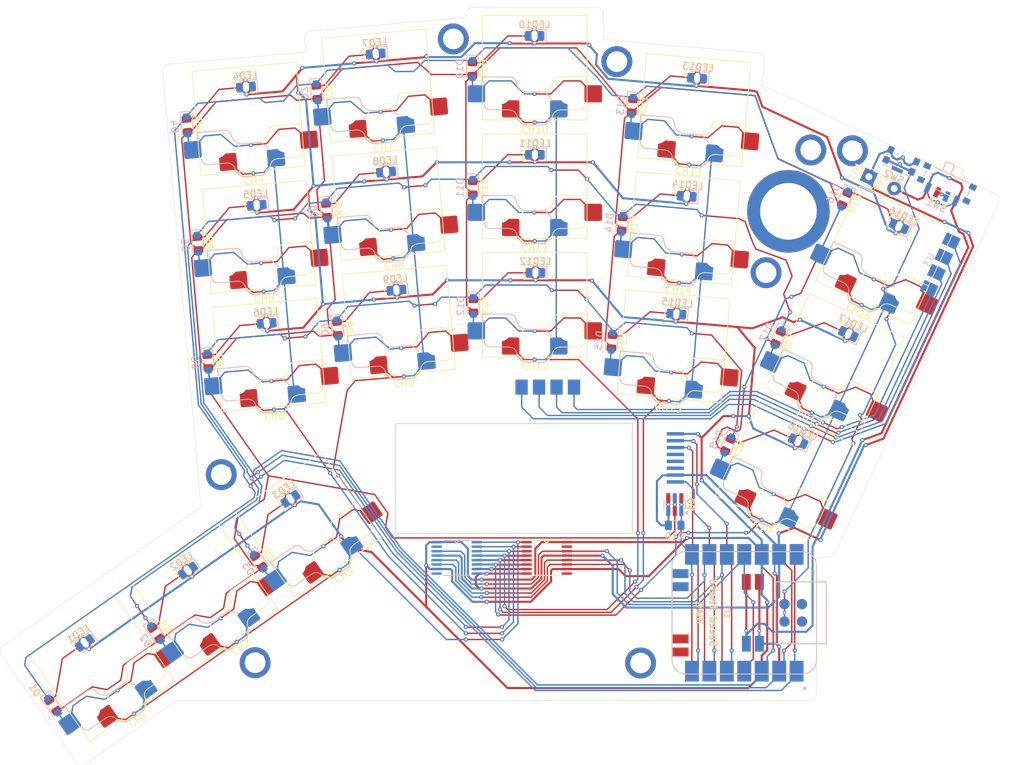
<source format=kicad_pcb>
(kicad_pcb (version 20240108) (generator "pcbnew") (generator_version "8.0")
  (layers (0 "F.Cu" signal) (31 "B.Cu" signal) (34 "B.Paste" user) (35 "F.Paste" user) (36 "B.SilkS" user "B.Silkscreen") (37 "F.SilkS" user "F.Silkscreen") (38 "B.Mask" user) (39 "F.Mask" user) (44 "Edge.Cuts" user))
  (net 0 "")
  (net 1 "Net-(D1-A)")
  (net 2 "Net-(D2-A)")
  (net 3 "Net-(D3-A)")
  (net 4 "Net-(D4-A)")
  (net 5 "Net-(D5-A)")
  (net 6 "Net-(D6-A)")
  (net 7 "Net-(D7-A)")
  (net 8 "Net-(D8-A)")
  (net 9 "Net-(D9-A)")
  (net 10 "Net-(D10-A)")
  (net 11 "Net-(D11-A)")
  (net 12 "Net-(D12-A)")
  (net 13 "Net-(D13-A)")
  (net 14 "Net-(D14-A)")
  (net 15 "Net-(D15-A)")
  (net 16 "Net-(D16-A)")
  (net 17 "Net-(D17-A)")
  (net 18 "Net-(D18-A)")
  (net 19 "+3V8")
  (net 20 "unconnected-(SW1-C-Pad2)")
  (net 27 "GND")
  (net 28 "COL0")
  (net 29 "COL1")
  (net 30 "COL2")
  (net 31 "COL3")
  (net 32 "COL4")
  (net 33 "COL5")
  (net 34 "ROW0")
  (net 35 "ROW1")
  (net 36 "ROW2")
  (net 37 "+3V3")
  (net 38 "Net-(LED1-K)")
  (net 39 "Net-(LED2-K)")
  (net 40 "Net-(LED3-K)")
  (net 41 "Net-(LED4-K)")
  (net 42 "Net-(LED5-K)")
  (net 43 "Net-(LED6-K)")
  (net 44 "Net-(LED7-K)")
  (net 45 "Net-(LED8-K)")
  (net 46 "Net-(LED9-K)")
  (net 47 "Net-(LED10-K)")
  (net 48 "Net-(LED11-K)")
  (net 49 "Net-(LED12-K)")
  (net 50 "Net-(LED13-K)")
  (net 51 "Net-(LED14-K)")
  (net 52 "Net-(LED15-K)")
  (net 53 "Net-(LED16-K)")
  (net 54 "Net-(LED17-K)")
  (net 55 "Net-(LED18-K)")
  (net 56 "LEDOut")
  (net 57 "LEDTrig")
  (net 58 "BAT+")
  (net 59 "MISO")
  (net 60 "TPRST")
  (net 61 "TPData")
  (net 62 "TPCLK")
  (net 64 " SCK")
  (net 65 "MOSI")
  (net 66 "unconnected-(U2-QH-Pad7)")
  (net 68 "Net-(T460s1-B)")
  (net 69 "Net-(T460s1-C)")
  (net 70 "Net-(T460s1-D)")
  (net 71 "Net-(T460s1-A)")
  (net 73 "Net-(U1-RST)")
  (footprint "Resistor_SMD:R_0805_2012Metric" (layer "F.Cu") (at 173.243496 60.950725 -95)
    (property "Reference" "R14")
    (property "Value" "100")
  )
  (footprint "choc:SW_Hotswap_Kailh_Choc_V1V2_Reverse_LED_1.00u" (layer "F.Cu") (at 97.692551 125.697958 -145)
    (property "Reference" "CH1")
    (property "Value" "KSwitch")
  )
  (footprint "choc:SW_Hotswap_Kailh_Choc_V1V2_Reverse_LED_1.00u" (layer "F.Cu") (at 196.882234 96.828457 155)
    (property "Reference" "CH18")
    (property "Value" "KSwitch")
  )
  (footprint "LED_SMD:LED_0805_2012Metric" (layer "F.Cu") (at 121.54305 75.421143 5)
    (property "Reference" "LED6")
    (property "Value" "~")
  )
  (footprint "choc:Solder Nut" (layer "F.Cu") (at 175.92 124.86)
    (property "Reference" "U11")
    (property "Value" "~")
  )
  (footprint "Resistor_SMD:R_0805_2012Metric" (layer "F.Cu") (at 120.374539 110.10143 -55)
    (property "Reference" "R3")
    (property "Value" "100")
  )
  (footprint "choc:SW_Hotswap_Kailh_Choc_V1V2_Reverse_LED_1.00u" (layer "F.Cu") (at 120.399432 62.854814 -175)
    (property "Reference" "CH5")
    (property "Value" "KSwitch")
  )
  (footprint "LED_SMD:LED_0805_2012Metric" (layer "F.Cu") (at 182.636961 56.945437 -5)
    (property "Reference" "LED14")
    (property "Value" "~")
  )
  (footprint "TestPoint:TestPoint_THTPad_2.0x2.0mm_Drill1.0mm" (layer "F.Cu") (at 209.127512 54.112284 65)
    (property "Reference" "TP1")
    (property "Value" "BAT-")
  )
  (footprint "choc:SW_Hotswap_Kailh_Choc_V1V2_Reverse_LED_1.00u" (layer "F.Cu") (at 139.270821 58.034793 -175)
    (property "Reference" "CH8")
    (property "Value" "KSwitch")
  )
  (footprint "LED_SMD:LED_0805_2012Metric" (layer "F.Cu") (at 160.539745 50.904845)
    (property "Reference" "LED11")
    (property "Value" "~")
  )
  (footprint "choc:SW_Hotswap_Kailh_Choc_V1V2_Reverse_LED_1.00u" (layer "F.Cu") (at 211.464244 65.557227 155)
    (property "Reference" "CH16")
    (property "Value" "KSwitch")
  )
  (footprint "Package_TO_SOT_SMD:SOT-23" (layer "F.Cu") (at 180.895049 101.818555 -90)
    (property "Reference" "Q1")
    (property "Value" "AO3416 N-channel MOSFET")
  )
  (footprint "choc:SW_Hotswap_Kailh_Choc_V1V2_Reverse_LED_1.00u" (layer "F.Cu") (at 121.903029 80.04115 -175)
    (property "Reference" "CH6")
    (property "Value" "KSwitch")
  )
  (footprint "LED_SMD:LED_0805_2012Metric" (layer "F.Cu") (at 118.533473 41.048445 5)
    (property "Reference" "LED4")
    (property "Value" "~")
  )
  (footprint "Button_Switch_SMD:SW_SPDT_PCM12" (layer "F.Cu") (at 220.327411 55.370481 155)
    (property "Reference" "SW1")
    (property "Value" "SW_Wuerth_450301014042")
  )
  (footprint "Resistor_SMD:R_0805_2012Metric" (layer "F.Cu") (at 171.754003 78.101671 -95)
    (property "Reference" "R15")
    (property "Value" "100")
  )
  (footprint "choc:Solder Nut" (layer "F.Cu") (at 172.466285 37.346373)
    (property "Reference" "U8")
    (property "Value" "~")
  )
  (footprint "choc:SW_Hotswap_Kailh_Choc_V1V2_Reverse_LED_1.00u" (layer "F.Cu") (at 137.767213 40.848441 -175)
    (property "Reference" "CH7")
    (property "Value" "KSwitch")
  )
  (footprint "Resistor_SMD:R_0805_2012Metric" (layer "F.Cu") (at 109.965498 46.625123 -85)
    (property "Reference" "R4")
    (property "Value" "100")
  )
  (footprint "Resistor_SMD:R_0805_2012Metric" (layer "F.Cu") (at 195.92322 77.533481 -115)
    (property "Reference" "R17")
    (property "Value" "100")
  )
  (footprint "LED_SMD:LED_0805_2012Metric" (layer "F.Cu") (at 181.117092 74.088199 -5)
    (property "Reference" "LED15")
    (property "Value" "~")
  )
  (footprint "choc:SW_Hotswap_Kailh_Choc_V1V2_Reverse_LED_1.00u" (layer "F.Cu") (at 182.203342 61.596507 175)
    (property "Reference" "CH14")
    (property "Value" "KSwitch")
  )
  (footprint "choc:Solder Nut" (layer "F.Cu") (at 200.669999 50.210003 5)
    (property "Reference" "U4")
    (property "Value" "~")
  )
  (footprint "74HC595PW:SOP65P640X110-16N" (layer "F.Cu") (at 162.272977 109.564936)
    (property "Reference" "U2" (hide yes))
    (property "Value" "74HC595")
  )
  (footprint "LED_SMD:LED_0805_2012Metric" (layer "F.Cu") (at 198.831621 92.59793 -25)
    (property "Reference" "LED18")
    (property "Value" "~")
  )
  (footprint "Resistor_SMD:R_0805_2012Metric" (layer "F.Cu") (at 151.608356 72.88353 -90)
    (property "Reference" "R12")
    (property "Value" "100")
  )
  (footprint "Resistor_SMD:R_0805_2012Metric" (layer "F.Cu") (at 112.975075 80.99781 -85)
    (property "Reference" "R6")
    (property "Value" "100")
  )
  (footprint "LED_SMD:LED_0805_2012Metric" (layer "F.Cu") (at 213.489741 61.324846 -25)
    (property "Reference" "LED16")
    (property "Value" "~")
  )
  (footprint "Resistor_SMD:R_0805_2012Metric" (layer "F.Cu") (at 128.837014 41.806522 -85)
    (property "Reference" "R7")
    (property "Value" "100")
  )
  (footprint "LED_SMD:LED_0805_2012Metric" (layer "F.Cu") (at 110.076279 111.407933 35)
    (property "Reference" "LED2")
    (property "Value" "~")
  )
  (footprint "Resistor_SMD:R_0805_2012Metric" (layer "F.Cu") (at 131.836586 76.179233 -85)
    (property "Reference" "R9")
    (property "Value" "100")
  )
  (footprint "Resistor_SMD:R_0805_2012Metric" (layer "F.Cu") (at 151.468345 38.423551 -90)
    (property "Reference" "R10")
    (property "Value" "100")
  )
  (footprint "LED_SMD:LED_0805_2012Metric" (layer "F.Cu") (at 160.489741 33.614846)
    (property "Reference" "LED10")
    (property "Value" "~")
  )
  (footprint "choc:Solder Nut" (layer "F.Cu") (at 114.94 97.45)
    (property "Reference" "U12")
    (property "Value" "~")
  )
  (footprint "Resistor_SMD:R_0805_2012Metric" (layer "F.Cu") (at 151.518358 55.713548 -90)
    (property "Reference" "R11")
    (property "Value" "100")
  )
  (footprint "choc:SW_Hotswap_Kailh_Choc_V1V2_Reverse_LED_1.00u" (layer "F.Cu") (at 204.173232 81.192847 155)
    (property "Reference" "CH17")
    (property "Value" "KSwitch")
  )
  (footprint "LED_SMD:LED_0805_2012Metric" (layer "F.Cu") (at 184.129739 39.774849 -5)
    (property "Reference" "LED13")
    (property "Value" "~")
  )
  (footprint "choc:SW_Hotswap_Kailh_Choc_V1V2_Reverse_LED_1.00u" (layer "F.Cu") (at 180.699751 78.782866 175)
    (property "Reference" "CH15")
    (property "Value" "KSwitch")
  )
  (footprint "LED_SMD:LED_0805_2012Metric" (layer "F.Cu") (at 137.404981 36.229871 5)
    (property "Reference" "LED7")
    (property "Value" "~")
  )
  (footprint "choc:SW_Hotswap_Kailh_Choc_V1V2_Reverse_LED_1.00u" (layer "F.Cu") (at 160.529737 38.229844 180)
    (property "Reference" "CH10")
    (property "Value" "KSwitch")
  )
  (footprint "Resistor_SMD:R_0805_2012Metric" (layer "F.Cu") (at 130.246583 58.99923 -85)
    (property "Reference" "R8")
    (property "Value" "100")
  )
  (footprint "LED_SMD:LED_0805_2012Metric" (layer "F.Cu") (at 140.412135 70.601903 5)
    (property "Reference" "LED9")
    (property "Value" "~")
  )
  (footprint "Resistor_SMD:R_0805_2012Metric" (layer "F.Cu") (at 111.525001 63.826064 -85)
    (property "Reference" "R5")
    (property "Value" "100")
  )
  (footprint "LED_SMD:LED_0805_2012Metric" (layer "F.Cu") (at 95.083863 121.940942 35)
    (property "Reference" "LED1")
    (property "Value" "~")
  )
  (footprint "Seeed Studio XIAO Series Library:XIAO-nRF52840-Sense-14P-2.54-21X17.8MM" (layer "F.Cu") (at 190.997734 117.561855 -90)
    (property "Reference" "U1")
    (property "Value" "Seeeduino Xiao nRF52840" (hide yes))
  )
  (footprint "LED_SMD:LED_0805_2012Metric" (layer "F.Cu") (at 138.908431 53.414362 5)
    (property "Reference" "LED8")
    (property "Value" "~")
  )
  (footprint "Resistor_SMD:R_0805_2012Metric" (layer "F.Cu") (at 174.723572 43.77897 -95)
    (property "Reference" "R13")
    (property "Value" "100")
  )
  (footprint "Resistor_SMD:R_0805_2012Metric" (layer "F.Cu") (at 205.61536 57.349294 -115)
    (property "Reference" "R16")
    (property "Value" "100")
  )
  (footprint "choc:Trackpoint_T460s_Stick" (layer "F.Cu") (at 197.420809 59.13708 -20)
    (property "Reference" "U5" (hide yes))
    (property "Value" "~")
  )
  (footprint "choc:SW_Hotswap_Kailh_Choc_V1V2_Reverse_LED_1.00u" (layer "F.Cu") (at 183.706962 44.410145 175)
    (property "Reference" "CH13")
    (property "Value" "KSwitch")
  )
  (footprint "LED_SMD:LED_0805_2012Metric" (layer "F.Cu") (at 206.131624 76.987941 -25)
    (property "Reference" "LED17")
    (property "Value" "~")
  )
  (footprint "choc:SW_Hotswap_Kailh_Choc_V1V2_Reverse_LED_1.00u" (layer "F.Cu") (at 112.64386 115.228934 -145)
    (property "Reference" "CH2")
    (property "Value" "KSwitch")
  )
  (footprint "choc:Solder Nut" (layer "F.Cu") (at 206.73 50.32)
    (property "Reference" "U13")
    (property "Value" "~")
  )
  (footprint "Resistor_SMD:R_0805_2012Metric" (layer "F.Cu") (at 90.452122 131.05446 -55)
    (property "Reference" "R1")
    (property "Value" "100")
  )
  (footprint "choc:Solder Nut" (layer "F.Cu") (at 194.171614 68.064194 5)
    (property "Reference" "U6")
    (property "Value" "~")
  )
  (footprint "TestPoint:TestPoint_THTPad_D2.0mm_Drill1.0mm" (layer "F.Cu") (at 212.798053 55.823895 65)
    (property "Reference" "TP2")
    (property "Value" "BAT+")
  )
  (footprint "choc:SW_Hotswap_Kailh_Choc_V1V2_Reverse_LED_1.00u" (layer "F.Cu") (at 127.594893 104.760111 -145)
    (property "Reference" "CH3")
    (property "Value" "KSwitch")
  )
  (footprint "choc:Solder Nut" (layer "F.Cu") (at 119.86 124.82)
    (property "Reference" "U10")
    (property "Value" "~")
  )
  (footprint "Button_Switch_SMD:SW_SPST_CK_KMS2xxGP" (layer "F.Cu") (at 213.83828 51.7776 155)
    (property "Reference" "SW2")
    (property "Value" "CK_KMS2xxG")
  )
  (footprint "choc:SW_Hotswap_Kailh_Choc_V1V2_Reverse_LED_1.00u" (layer "F.Cu") (at 118.895693 45.667025 -175)
    (property "Reference" "CH4")
    (property "Value" "KSwitch")
  )
  (footprint "Resistor_SMD:R_0805_2012Metric" (layer "F.Cu") (at 188.623218 93.143474 -115)
    (property "Reference" "R18")
    (property "Value" "100")
  )
  (footprint "Resistor_SMD:R_0805_2012Metric" (layer "F.Cu") (at 105.444543 120.521427 -55)
    (property "Reference" "R2")
    (property "Value" "100")
  )
  (footprint "choc:SW_Hotswap_Kailh_Choc_V1V2_Reverse_LED_1.00u" (layer "F.Cu") (at 160.529746 55.481863 180)
    (property "Reference" "CH11")
    (property "Value" "KSwitch")
  )
  (footprint "LED_SMD:LED_0805_2012Metric" (layer "F.Cu") (at 160.629739 68.074849)
    (property "Reference" "LED12")
    (property "Value" "~")
  )
  (footprint "choc:SW_Hotswap_Kailh_Choc_V1V2_Reverse_LED_1.00u" (layer "F.Cu") (at 160.529737 72.733853 180)
    (property "Reference" "CH12")
    (property "Value" "KSwitch")
  )
  (footprint "LED_SMD:LED_0805_2012Metric" (layer "F.Cu") (at 120.092966 58.249413 5)
    (property "Reference" "LED5")
    (property "Value" "~")
  )
  (footprint "Art:Salt" (layer "F.Cu") (at 134.319259 129.14871)
    (property "Reference" "U7" (hide yes))
    (property "Value" "~" (hide yes))
  )
  (footprint "LED_SMD:LED_0805_2012Metric" (layer "F.Cu") (at 125.006273 100.987939 35)
    (property "Reference" "LED3")
    (property "Value" "~")
  )
  (footprint "choc:Solder Nut" (layer "F.Cu") (at 148.686285 34.046373)
    (property "Reference" "U9")
    (property "Value" "~")
  )
  (footprint "choc:SW_Hotswap_Kailh_Choc_V1V2_Reverse_LED_1.00u" (layer "F.Cu") (at 140.774433 75.221139 -175)
    (property "Reference" "CH9")
    (property "Value" "KSwitch")
  )
  (footprint "74HC595PW:SOP65P640X110-16N" (layer "B.Cu") (at 149.170563 109.564923 180)
    (property "Reference" "U2" (hide yes))
    (property "Value" "74HC595")
  )
  (footprint "LED_SMD:LED_0805_2012Metric" (layer "B.Cu") (at 206.138281 76.979491 155)
    (property "Reference" "LED17")
    (property "Value" "~")
  )
  (footprint "Diode_SMD:D_SOD-323_HandSoldering" (layer "B.Cu") (at 131.836586 76.179233 -85)
    (property "Reference" "D9")
    (property "Value" "D")
  )
  (footprint "Art:Salt" (layer "B.Cu") (at 134.319259 129.14871 180)
    (property "Reference" "U7" (hide yes))
    (property "Value" "~" (hide yes))
  )
  (footprint "LED_SMD:LED_0805_2012Metric" (layer "B.Cu") (at 118.533473 41.048445 -175)
    (property "Reference" "LED4")
    (property "Value" "~")
  )
  (footprint "LED_SMD:LED_0805_2012Metric" (layer "B.Cu") (at 138.904239 53.414716 -175)
    (property "Reference" "LED8")
    (property "Value" "~")
  )
  (footprint "Diode_SMD:D_SOD-323_HandSoldering" (layer "B.Cu") (at 151.608356 72.88353 -90)
    (property "Reference" "D12")
    (property "Value" "D")
  )
  (footprint "Seeed Studio XIAO Series Library:XIAO-nRF52840-Sense-14P-2.54-21X17.8MM" (layer "B.Cu") (at 190.997721 117.56185 90)
    (property "Reference" "U1")
    (property "Value" "Seeeduino Xiao nRF52840" (hide yes))
  )
  (footprint "LED_SMD:LED_0805_2012Metric" (layer "B.Cu") (at 198.834209 92.595779 155)
    (property "Reference" "LED18")
    (property "Value" "~")
  )
  (footprint "LED_SMD:LED_0805_2012Metric" (layer "B.Cu") (at 213.481594 61.326309 155)
    (property "Reference" "LED16")
    (property "Value" "~")
  )
  (footprint "Diode_SMD:D_SOD-323_HandSoldering" (layer "B.Cu") (at 111.525001 63.826064 -85)
    (property "Reference" "D5")
    (property "Value" "D")
  )
  (footprint "Diode_SMD:D_SOD-323_HandSoldering" (layer "B.Cu") (at 171.754003 78.101671 -95)
    (property "Reference" "D15")
    (property "Value" "D")
  )
  (footprint "Diode_SMD:D_SOD-323_HandSoldering" (layer "B.Cu") (at 195.929868 77.52502 -115)
    (property "Reference" "D17")
    (property "Value" "D")
  )
  (footprint "LED_SMD:LED_0805_2012Metric" (layer "B.Cu") (at 110.076279 111.407933 -145)
    (property "Reference" "LED2")
    (property "Value" "~")
  )
  (footprint "LED_SMD:LED_0805_2012Metric" (layer "B.Cu") (at 160.489741 33.614846 180)
    (property "Reference" "LED10")
    (property "Value" "~")
  )
  (footprint "Package_TO_SOT_SMD:SOT-23" (layer "B.Cu") (at 180.895049 101.818555 90)
    (property "Reference" "Q1")
    (property "Value" "AO3416 N-channel MOSFET" (hide yes))
  )
  (footprint "Diode_SMD:D_SOD-323_HandSoldering" (layer "B.Cu") (at 109.965498 46.625123 -85)
    (property "Reference" "D4")
    (property "Value" "D")
  )
  (footprint "Diode_SMD:D_SOD-323_HandSoldering" (layer "B.Cu") (at 151.518358 55.713548 -90)
    (property "Reference" "D11")
    (property "Value" "D")
  )
  (footprint "Diode_SMD:D_SOD-323_HandSoldering" (layer "B.Cu") (at 130.246583 58.99923 -85)
    (property "Reference" "D8")
    (property "Value" "D")
  )
  (footprint "Diode_SMD:D_SOD-323_HandSoldering" (layer "B.Cu") (at 128.837014 41.806522 -85)
    (property "Reference" "D7")
    (property "Value" "D")
  )
  (footprint "LED_SMD:LED_0805_2012Metric" (layer "B.Cu") (at 140.40795 70.602276 -175)
    (property "Reference" "LED9")
    (property "Value" "~")
  )
  (footprint "Diode_SMD:D_SOD-323_HandSoldering" (layer "B.Cu") (at 173.243496 60.950725 -95)
    (property "Reference" "D14")
    (property "Value" "D")
  )
  (footprint "Diode_SMD:D_SOD-323_HandSoldering" (layer "B.Cu") (at 151.468345 38.423551 -90)
    (property "Reference" "D10")
    (property "Value" "D")
  )
  (footprint "Diode_SMD:D_SOD-323_HandSoldering" (layer "B.Cu") (at 120.374539 110.10143 -55)
    (property "Reference" "D3")
    (property "Value" "D")
  )
  (footprint "Diode_SMD:D_SOD-323_HandSoldering" (layer "B.Cu") (at 205.61536 57.349294 -115)
    (property "Reference" "D16")
    (property "Value" "D")
  )
  (footprint "Diode_SMD:D_SOD-323_HandSoldering" (layer "B.Cu") (at 174.723572 43.77897 -95)
    (property "Reference" "D13")
    (property "Value" "D")
  )
  (footprint "LED_SMD:LED_0805_2012Metric" (layer "B.Cu") (at 120.092966 58.249413 -175)
    (property "Reference" "LED5")
    (property "Value" "~")
  )
  (footprint "Resistor_SMD:R_0805_2012Metric" (layer "B.Cu") (at 180.884207 104.835297)
    (property "Reference" "R19")
    (property "Value" "4.7k")
  )
  (footprint "Diode_SMD:D_SOD-323_HandSoldering" (layer "B.Cu") (at 105.444543 120.521427 -55)
    (property "Reference" "D2")
    (property "Value" "D")
  )
  (footprint "Diode_SMD:D_SOD-323_HandSoldering" (layer "B.Cu") (at 188.625818 93.141316 -115)
    (property "Reference" "D18")
    (property "Value" "D")
  )
  (footprint "Reversible-KB:Trackpoint_T460s_Board_no_flip" (layer "B.Cu") (at 157.52368 98.015966 -90)
    (property "Reference" "T460s1" (hide yes))
    (property "Value" "~" (hide yes))
    (fp_poly (pts (xy -7.999997 -17.199997) (xy 8.000003 -17.2) (xy 7.999997 17.199997) (xy -8.000003 17.2)) (stroke (width 0.12)) (fill none) (layer "Edge.Cuts"))
  )
  (footprint "LED_SMD:LED_0805_2012Metric" (layer "B.Cu") (at 95.083863 121.940942 -145)
    (property "Reference" "LED1")
    (property "Value" "~")
  )
  (footprint "LED_SMD:LED_0805_2012Metric" (layer "B.Cu") (at 121.54305 75.421143 -175)
    (property "Reference" "LED6")
    (property "Value" "~")
  )
  (footprint "LED_SMD:LED_0805_2012Metric" (layer "B.Cu") (at 137.40079 36.230233 -175)
    (property "Reference" "LED7")
    (property "Value" "~")
  )
  (footprint "LED_SMD:LED_0805_2012Metric" (layer "B.Cu") (at 184.142837 39.776004 175)
    (property "Reference" "LED13")
    (property "Value" "~")
  )
  (footprint "LED_SMD:LED_0805_2012Metric" (layer "B.Cu") (at 124.999868 100.979745 -145)
    (property "Reference" "LED3")
    (property "Value" "~")
  )
  (footprint "Diode_SMD:D_SOD-323_HandSoldering" (layer "B.Cu") (at 90.452122 131.05446 -55)
    (property "Reference" "D1")
    (property "Value" "D")
  )
  (footprint "LED_SMD:LED_0805_2012Metric" (layer "B.Cu") (at 182.618583 56.943864 175)
    (property "Reference" "LED14")
    (property "Value" "~")
  )
  (footprint "choc:Trackpoint_Connector" (layer "B.Cu") (at 219.483279 66.918289 -115)
    (property "Reference" "U3")
    (property "Value" "~")
  )
  (footprint "LED_SMD:LED_0805_2012Metric" (layer "B.Cu") (at 160.539745 50.904845 180)
    (property "Reference" "LED11")
    (property "Value" "~")
  )
  (footprint "Button_Switch_SMD:SW_SPST_CK_KMS2xxGP" (layer "B.Cu") (at 213.83828 51.7776 -25)
    (property "Reference" "SW2")
    (property "Value" "CK_KMS2xxG")
  )
  (footprint "Diode_SMD:D_SOD-323_HandSoldering" (layer "B.Cu") (at 112.975075 80.99781 -85)
    (property "Reference" "D6")
    (property "Value" "D")
  )
  (footprint "LED_SMD:LED_0805_2012Metric" (layer "B.Cu") (at 181.107228 74.092922 175)
    (property "Reference" "LED15")
    (property "Value" "~")
  )
  (footprint "LED_SMD:LED_0805_2012Metric" (layer "B.Cu") (at 160.629739 68.074849 180)
    (property "Reference" "LED12")
    (property "Value" "~")
  )
  (footprint "Button_Switch_SMD:SW_SPDT_PCM12" (layer "B.Cu") (at 220.327411 55.370481 -25)
    (property "Reference" "SW1")
    (property "Value" "SW_Wuerth_450301014042")
  )
  (gr_arc (start 193.726966 40.831692) (mid 193.638297 40.750413) (end 193.612259 40.632983) (stroke (width 0.05)) (layer "Edge.Cuts"))
  (gr_line (start 193.915433 37.172081) (end 193.612259 40.632983) (stroke (width 0.05)) (layer "Edge.Cuts"))
  (gr_arc (start 150.532523 30.735667) (mid 150.47997 30.870814) (end 150.349916 30.934909) (stroke (width 0.05)) (layer "Edge.Cuts"))
  (gr_line (start 93.855667 139.295004) (end 82.965241 123.726096) (stroke (width 0.05)) (layer "Edge.Cuts"))
  (gr_line (start 201.459233 129.278681) (end 201.458816 110.434146) (stroke (width 0.05)) (layer "Edge.Cuts"))
  (gr_line (start 150.532523 30.735667) (end 150.532522 30.438966) (stroke (width 0.05)) (layer "Edge.Cuts"))
  (gr_line (start 200.459227 130.278705) (end 108.540647 130.27799) (stroke (width 0.05)) (layer "Edge.Cuts"))
  (gr_arc (start 95.24867 139.540972) (mid 94.501205 139.706584) (end 93.855667 139.295004) (stroke (width 0.05)) (layer "Edge.Cuts"))
  (gr_arc (start 106.430049 38.788623) (mid 106.660394 38.058553) (end 107.339569 37.705302) (stroke (width 0.05)) (layer "Edge.Cuts"))
  (gr_line (start 108.42593 130.314161) (end 95.24867 139.540972) (stroke (width 0.05)) (layer "Edge.Cuts"))
  (gr_line (start 151.532521 29.438964) (end 169.532132 29.43897) (stroke (width 0.05)) (layer "Edge.Cuts"))
  (gr_arc (start 169.532132 29.43897) (mid 170.239348 29.732017) (end 170.532132 30.439359) (stroke (width 0.05)) (layer "Edge.Cuts"))
  (gr_line (start 107.339569 37.705302) (end 127.054586 35.989929) (stroke (width 0.05)) (layer "Edge.Cuts"))
  (gr_line (start 227.474547 56.569894) (end 193.726966 40.831692) (stroke (width 0.05)) (layer "Edge.Cuts"))
  (gr_line (start 202.45882 109.434123) (end 203.291701 109.434127) (stroke (width 0.05)) (layer "Edge.Cuts"))
  (gr_arc (start 127.236488 35.773247) (mid 127.190429 35.919287) (end 127.054586 35.989929) (stroke (width 0.05)) (layer "Edge.Cuts"))
  (gr_line (start 127.236488 35.773247) (end 127.078761 33.970422) (stroke (width 0.05)) (layer "Edge.Cuts"))
  (gr_arc (start 108.42593 130.314161) (mid 108.480499 130.287222) (end 108.540647 130.27799) (stroke (width 0.05)) (layer "Edge.Cuts"))
  (gr_arc (start 204.198024 108.856717) (mid 203.82903 109.277538) (end 203.291701 109.434127) (stroke (width 0.05)) (layer "Edge.Cuts"))
  (gr_arc (start 170.713501 34.157314) (mid 170.583357 34.093205) (end 170.530762 33.957984) (stroke (width 0.05)) (layer "Edge.Cuts"))
  (gr_line (start 111.963362 102.087624) (end 106.430049 38.788623) (stroke (width 0.05)) (layer "Edge.Cuts"))
  (gr_line (start 227.958219 57.898779) (end 204.198024 108.856717) (stroke (width 0.05)) (layer "Edge.Cuts"))
  (gr_arc (start 127.078761 33.970422) (mid 127.308974 33.240403) (end 127.987988 32.887054) (stroke (width 0.05)) (layer "Edge.Cuts"))
  (gr_line (start 170.532132 30.439359) (end 170.530762 33.957984) (stroke (width 0.05)) (layer "Edge.Cuts"))
  (gr_arc (start 150.532522 30.438966) (mid 150.825419 29.731876) (end 151.532521 29.438964) (stroke (width 0.05)) (layer "Edge.Cuts"))
  (gr_line (start 127.987988 32.887054) (end 150.349916 30.934909) (stroke (width 0.05)) (layer "Edge.Cuts"))
  (gr_arc (start 82.965241 123.726096) (mid 82.799894 122.978913) (end 83.211253 122.333644) (stroke (width 0.05)) (layer "Edge.Cuts"))
  (gr_arc (start 201.458816 110.434146) (mid 201.751751 109.727095) (end 202.45882 109.434123) (stroke (width 0.05)) (layer "Edge.Cuts"))
  (gr_arc (start 201.459233 129.278681) (mid 201.166303 129.985738) (end 200.459227 130.278705) (stroke (width 0.05)) (layer "Edge.Cuts"))
  (gr_arc (start 193.005558 36.088547) (mid 193.685061 36.441736) (end 193.915433 37.172081) (stroke (width 0.05)) (layer "Edge.Cuts"))
  (gr_line (start 193.005558 36.088547) (end 170.713501 34.157314) (stroke (width 0.05)) (layer "Edge.Cuts"))
  (gr_arc (start 227.474547 56.569894) (mid 227.991574 57.134169) (end 227.958219 57.898779) (stroke (width 0.05)) (layer "Edge.Cuts"))
  (gr_arc (start 111.963362 102.087624) (mid 111.945388 102.189603) (end 111.878805 102.268895) (stroke (width 0.05)) (layer "Edge.Cuts"))
  (gr_line (start 111.878805 102.268895) (end 83.211253 122.333644) (stroke (width 0.05)) (layer "Edge.Cuts"))
  (segment (start 99.854728 128.85389) (end 99.857302 128.839245) (width 0.2) (layer "F.Cu") (net 1))
  (segment (start 99.857302 128.839245) (end 101.792166 127.484441) (width 0.2) (layer "F.Cu") (net 1))
  (segment (start 101.792166 127.484441) (end 102.256267 124.852385) (width 0.2) (layer "F.Cu") (net 1))
  (segment (start 104.22358 123.474871) (end 106.834945 123.935326) (width 0.2) (layer "F.Cu") (net 1))
  (segment (start 102.256267 124.852385) (end 104.22358 123.474871) (width 0.2) (layer "F.Cu") (net 1))
  (via (at 99.854728 128.85389) (size 0.6) (drill 0.3) (layers "F.Cu" "B.Cu") (net 1))
  (segment (start 99.854015 128.853763) (end 97.983122 130.163788) (width 0.2) (layer "B.Cu") (net 1))
  (segment (start 93.369815 131.074759) (end 92.909361 133.686123) (width 0.2) (layer "B.Cu") (net 1))
  (segment (start 95.337125 129.697219) (end 93.369815 131.074759) (width 0.2) (layer "B.Cu") (net 1))
  (segment (start 97.983122 130.163788) (end 95.337125 129.697219) (width 0.2) (layer "B.Cu") (net 1))
  (segment (start 99.854728 128.85389) (end 99.854015 128.853763) (width 0.2) (layer "B.Cu") (net 1))
  (segment (start 91.169083 132.078413) (end 92.208281 133.562498) (width 0.2) (layer "B.Cu") (net 1))
  (segment (start 92.208281 133.562498) (end 92.909361 133.686123) (width 0.2) (layer "B.Cu") (net 1))
  (segment (start 119.174873 113.005867) (end 121.786242 113.466318) (width 0.2) (layer "F.Cu") (net 2))
  (segment (start 116.740963 117.029609) (end 117.207549 114.383397) (width 0.2) (layer "F.Cu") (net 2))
  (segment (start 117.207549 114.383397) (end 119.174873 113.005867) (width 0.2) (layer "F.Cu") (net 2))
  (segment (start 114.829343 118.368147) (end 116.740963 117.029609) (width 0.2) (layer "F.Cu") (net 2))
  (via (at 114.829343 118.368147) (size 0.6) (drill 0.3) (layers "F.Cu" "B.Cu") (net 2))
  (segment (start 107.257622 123.110794) (end 107.860663 123.217117) (width 0.2) (layer "B.Cu") (net 2))
  (segment (start 110.303126 119.217922) (end 112.949342 119.68452) (width 0.2) (layer "B.Cu") (net 2))
  (segment (start 112.949342 119.68452) (end 114.829343 118.368147) (width 0.2) (layer "B.Cu") (net 2))
  (segment (start 108.321105 120.605754) (end 110.303126 119.217922) (width 0.2) (layer "B.Cu") (net 2))
  (segment (start 106.161509 121.545354) (end 107.257622 123.110794) (width 0.2) (layer "B.Cu") (net 2))
  (segment (start 107.860663 123.217117) (end 108.321105 120.605754) (width 0.2) (layer "B.Cu") (net 2))
  (segment (start 132.15859 103.914571) (end 131.691992 106.560761) (width 0.2) (layer "F.Cu") (net 3))
  (segment (start 136.737281 102.997492) (end 134.125909 102.537048) (width 0.2) (layer "F.Cu") (net 3))
  (segment (start 134.125909 102.537048) (end 132.15859 103.914571) (width 0.2) (layer "F.Cu") (net 3))
  (segment (start 131.691992 106.560761) (end 129.792543 107.890774) (width 0.2) (layer "F.Cu") (net 3))
  (via (at 129.792543 107.890774) (size 0.6) (drill 0.3) (layers "F.Cu" "B.Cu") (net 3))
  (segment (start 125.239459 108.75941) (end 123.27214 110.136928) (width 0.2) (layer "B.Cu") (net 3))
  (segment (start 121.091513 111.125359) (end 122.145664 112.63085) (width 0.2) (layer "B.Cu") (net 3))
  (segment (start 122.145664 112.63085) (end 122.811696 112.748286) (width 0.2) (layer "B.Cu") (net 3))
  (segment (start 127.885638 109.225999) (end 125.239459 108.75941) (width 0.2) (layer "B.Cu") (net 3))
  (segment (start 123.27214 110.136928) (end 122.811696 112.748286) (width 0.2) (layer "B.Cu") (net 3))
  (segment (start 129.792543 107.890774) (end 127.885638 109.225999) (width 0.2) (layer "B.Cu") (net 3))
  (segment (start 119.248273 49.475878) (end 121.543492 49.275077) (width 0.2) (layer "F.Cu") (net 4))
  (segment (start 123.270745 47.216604) (end 125.663262 47.007292) (width 0.2) (layer "F.Cu") (net 4))
  (segment (start 125.663262 47.007292) (end 127.694534 48.711733) (width 0.2) (layer "F.Cu") (net 4))
  (segment (start 121.543492 49.275077) (end 123.270745 47.216604) (width 0.2) (layer "F.Cu") (net 4))
  (via (at 119.248273 49.475878) (size 0.6) (drill 0.3) (layers "F.Cu" "B.Cu") (net 4))
  (segment (start 112.463694 48.162093) (end 114.856186 47.952785) (width 0.2) (layer "B.Cu") (net 4))
  (segment (start 110.074449 47.870362) (end 110.239527 49.757307) (width 0.2) (layer "B.Cu") (net 4))
  (segment (start 114.856186 47.952785) (end 116.914657 49.680057) (width 0.2) (layer "B.Cu") (net 4))
  (segment (start 110.239527 49.757307) (end 110.759217 50.193374) (width 0.2) (layer "B.Cu") (net 4))
  (segment (start 116.914657 49.680057) (end 119.248273 49.475878) (width 0.2) (layer "B.Cu") (net 4))
  (segment (start 110.759217 50.193374) (end 112.463694 48.162093) (width 0.2) (layer "B.Cu") (net 4))
  (segment (start 127.167011 64.195078) (end 129.198286 65.899522) (width 0.2) (layer "F.Cu") (net 5))
  (segment (start 123.04732 66.46276) (end 124.774485 64.404394) (width 0.2) (layer "F.Cu") (net 5))
  (segment (start 120.733606 66.665189) (end 123.04732 66.46276) (width 0.2) (layer "F.Cu") (net 5))
  (segment (start 124.774485 64.404394) (end 127.167011 64.195078) (width 0.2) (layer "F.Cu") (net 5))
  (via (at 120.733606 66.665189) (size 0.6) (drill 0.3) (layers "F.Cu" "B.Cu") (net 5))
  (segment (start 111.802199 66.994535) (end 112.262968 67.381163) (width 0.2) (layer "B.Cu") (net 5))
  (segment (start 112.262968 67.381163) (end 113.967419 65.349893) (width 0.2) (layer "B.Cu") (net 5))
  (segment (start 113.967419 65.349893) (end 116.724191 65.108713) (width 0.2) (layer "B.Cu") (net 5))
  (segment (start 118.782539 66.835869) (end 120.733606 66.665189) (width 0.2) (layer "B.Cu") (net 5))
  (segment (start 111.633949 65.071317) (end 111.802199 66.994535) (width 0.2) (layer "B.Cu") (net 5))
  (segment (start 116.724191 65.108713) (end 118.782539 66.835869) (width 0.2) (layer "B.Cu") (net 5))
  (segment (start 124.550917 83.649107) (end 126.27809 81.59074) (width 0.2) (layer "F.Cu") (net 6))
  (segment (start 122.237198 83.851526) (end 124.550917 83.649107) (width 0.2) (layer "F.Cu") (net 6))
  (segment (start 126.27809 81.59074) (end 128.670606 81.381436) (width 0.2) (layer "F.Cu") (net 6))
  (segment (start 128.670606 81.381436) (end 130.701899 83.085873) (width 0.2) (layer "F.Cu") (net 6))
  (via (at 122.237198 83.851526) (size 0.6) (drill 0.3) (layers "F.Cu" "B.Cu") (net 6))
  (segment (start 113.24941 84.133569) (end 113.766578 84.567512) (width 0.2) (layer "B.Cu") (net 6))
  (segment (start 113.084019 82.243069) (end 113.24941 84.133569) (width 0.2) (layer "B.Cu") (net 6))
  (segment (start 115.471021 82.536241) (end 118.855078 82.240178) (width 0.2) (layer "B.Cu") (net 6))
  (segment (start 113.766578 84.567512) (end 115.471021 82.536241) (width 0.2) (layer "B.Cu") (net 6))
  (segment (start 118.855078 82.240178) (end 120.913445 83.96734) (width 0.2) (layer "B.Cu") (net 6))
  (segment (start 120.913445 83.96734) (end 122.237198 83.851526) (width 0.2) (layer "B.Cu") (net 6))
  (segment (start 138.112699 44.657862) (end 140.415069 44.456431) (width 0.2) (layer "F.Cu") (net 7))
  (segment (start 140.415069 44.456431) (end 142.142263 42.398019) (width 0.2) (layer "F.Cu") (net 7))
  (segment (start 144.534772 42.188713) (end 146.566058 43.893152) (width 0.2) (layer "F.Cu") (net 7))
  (segment (start 142.142263 42.398019) (end 144.534772 42.188713) (width 0.2) (layer "F.Cu") (net 7))
  (via (at 138.112699 44.657862) (size 0.6) (drill 0.3) (layers "F.Cu" "B.Cu") (net 7))
  (segment (start 133.73041 43.133968) (end 135.788805 44.861177) (width 0.2) (layer "B.Cu") (net 7))
  (segment (start 135.788805 44.861177) (end 138.112699 44.657862) (width 0.2) (layer "B.Cu") (net 7))
  (segment (start 129.63075 45.374798) (end 129.111054 44.938721) (width 0.2) (layer "B.Cu") (net 7))
  (segment (start 129.111054 44.938721) (end 128.945964 43.051783) (width 0.2) (layer "B.Cu") (net 7))
  (segment (start 129.63075 45.374798) (end 131.33519 43.343518) (width 0.2) (layer "B.Cu") (net 7))
  (segment (start 131.33519 43.343518) (end 133.73041 43.133968) (width 0.2) (layer "B.Cu") (net 7))
  (segment (start 146.038388 59.37506) (end 148.069665 61.079505) (width 0.2) (layer "F.Cu") (net 8))
  (segment (start 143.64586 59.584387) (end 146.038388 59.37506) (width 0.2) (layer "F.Cu") (net 8))
  (segment (start 139.600407 61.845569) (end 141.918695 61.642752) (width 0.2) (layer "F.Cu") (net 8))
  (segment (start 141.918695 61.642752) (end 143.64586 59.584387) (width 0.2) (layer "F.Cu") (net 8))
  (via (at 139.600407 61.845569) (size 0.6) (drill 0.3) (layers "F.Cu" "B.Cu") (net 8))
  (segment (start 131.134361 62.561139) (end 130.51257 62.039406) (width 0.2) (layer "B.Cu") (net 8))
  (segment (start 131.134361 62.561139) (end 132.838809 60.529868) (width 0.2) (layer "B.Cu") (net 8))
  (segment (start 130.51257 62.039406) (end 130.35553 60.24447) (width 0.2) (layer "B.Cu") (net 8))
  (segment (start 137.991718 61.986314) (end 139.600407 61.845569) (width 0.2) (layer "B.Cu") (net 8))
  (segment (start 135.933343 60.259136) (end 137.991718 61.986314) (width 0.2) (layer "B.Cu") (net 8))
  (segment (start 132.838809 60.529868) (end 135.933343 60.259136) (width 0.2) (layer "B.Cu") (net 8))
  (segment (start 143.422221 78.829197) (end 145.149483 76.770727) (width 0.2) (layer "F.Cu") (net 9))
  (segment (start 141.087919 79.033429) (end 143.422221 78.829197) (width 0.2) (layer "F.Cu") (net 9))
  (segment (start 147.541995 76.561404) (end 149.573286 78.265846) (width 0.2) (layer "F.Cu") (net 9))
  (segment (start 145.149483 76.770727) (end 147.541995 76.561404) (width 0.2) (layer "F.Cu") (net 9))
  (via (at 141.087919 79.033429) (size 0.6) (drill 0.3) (layers "F.Cu" "B.Cu") (net 9))
  (segment (start 137.448917 77.444438) (end 139.507367 79.171699) (width 0.2) (layer "B.Cu") (net 9))
  (segment (start 132.637977 79.747506) (end 134.342419 77.716221) (width 0.2) (layer "B.Cu") (net 9))
  (segment (start 139.507367 79.171699) (end 141.087919 79.033429) (width 0.2) (layer "B.Cu") (net 9))
  (segment (start 134.342419 77.716221) (end 137.448917 77.444438) (width 0.2) (layer "B.Cu") (net 9))
  (segment (start 132.110011 79.304491) (end 132.637977 79.747506) (width 0.2) (layer "B.Cu") (net 9))
  (segment (start 131.945527 77.424475) (end 132.110011 79.304491) (width 0.2) (layer "B.Cu") (net 9))
  (segment (start 162.853024 42.054933) (end 164.753097 40.154865) (width 0.2) (layer "F.Cu") (net 10))
  (segment (start 164.753097 40.154865) (end 167.154748 40.154855) (width 0.2) (layer "F.Cu") (net 10))
  (segment (start 167.154748 40.154855) (end 169.029738 42.02985) (width 0.2) (layer "F.Cu") (net 10))
  (segment (start 160.512084 42.05492) (end 162.853024 42.054933) (width 0.2) (layer "F.Cu") (net 10))
  (via (at 160.512084 42.05492) (size 0.6) (drill 0.3) (layers "F.Cu" "B.Cu") (net 10))
  (segment (start 157.099741 40.154848) (end 158.999824 42.054922) (width 0.2) (layer "B.Cu") (net 10))
  (segment (start 153.904741 40.154846) (end 157.099741 40.154848) (width 0.2) (layer "B.Cu") (net 10))
  (segment (start 152.029741 42.029861) (end 153.904741 40.154846) (width 0.2) (layer "B.Cu") (net 10))
  (segment (start 158.999824 42.054922) (end 160.512084 42.05492) (width 0.2) (layer "B.Cu") (net 10))
  (segment (start 151.468344 39.673546) (end 151.468338 41.468449) (width 0.2) (layer "B.Cu") (net 10))
  (segment (start 151.468338 41.468449) (end 152.029741 42.029861) (width 0.2) (layer "B.Cu") (net 10))
  (segment (start 160.469497 59.307732) (end 162.852222 59.307719) (width 0.2) (layer "F.Cu") (net 11))
  (segment (start 164.753096 57.406855) (end 167.154745 57.406846) (width 0.2) (layer "F.Cu") (net 11))
  (segment (start 162.852222 59.307719) (end 164.753096 57.406855) (width 0.2) (layer "F.Cu") (net 11))
  (segment (start 167.154745 57.406846) (end 169.029743 59.281855) (width 0.2) (layer "F.Cu") (net 11))
  (via (at 160.469497 59.307732) (size 0.6) (drill 0.3) (layers "F.Cu" "B.Cu") (net 11))
  (segment (start 158.207281 59.307722) (end 160.469497 59.307732) (width 0.2) (layer "B.Cu") (net 11))
  (segment (start 156.30639 57.406848) (end 158.207281 59.307722) (width 0.2) (layer "B.Cu") (net 11))
  (segment (start 153.904751 57.406852) (end 156.30639 57.406848) (width 0.2) (layer "B.Cu") (net 11))
  (segment (start 151.518343 56.963538) (end 151.518355 58.770459) (width 0.2) (layer "B.Cu") (net 11))
  (segment (start 151.518355 58.770459) (end 152.029747 59.281857) (width 0.2) (layer "B.Cu") (net 11))
  (segment (start 152.029747 59.281857) (end 153.904751 57.406852) (width 0.2) (layer "B.Cu") (net 11))
  (segment (start 167.154743 74.65885) (end 169.029746 76.533852) (width 0.2) (layer "F.Cu") (net 12))
  (segment (start 164.753097 74.658851) (end 167.154743 74.65885) (width 0.2) (layer "F.Cu") (net 12))
  (segment (start 160.529745 76.558842) (end 162.853085 76.558855) (width 0.2) (layer "F.Cu") (net 12))
  (segment (start 162.853085 76.558855) (end 164.753097 74.658851) (width 0.2) (layer "F.Cu") (net 12))
  (via (at 160.529745 76.558842) (size 0.6) (drill 0.3) (layers "F.Cu" "B.Cu") (net 12))
  (segment (start 152.029751 76.533857) (end 151.608346 76.112455) (width 0.2) (layer "B.Cu") (net 12))
  (segment (start 156.306393 74.658848) (end 158.206394 76.558847) (width 0.2) (layer "B.Cu") (net 12))
  (segment (start 152.029751 76.533857) (end 153.904753 74.658854) (width 0.2) (layer "B.Cu") (net 12))
  (segment (start 153.904753 74.658854) (end 156.306393 74.658848) (width 0.2) (layer "B.Cu") (net 12))
  (segment (start 158.206394 76.558847) (end 160.529745 76.558842) (width 0.2) (layer "B.Cu") (net 12))
  (segment (start 151.608346 76.112455) (end 151.608352 74.133557) (width 0.2) (layer "B.Cu") (net 12))
  (segment (start 185.687951 48.423218) (end 187.746465 46.695911) (width 0.2) (layer "F.Cu") (net 13))
  (segment (start 187.746465 46.695911) (end 190.138983 46.905233) (width 0.2) (layer "F.Cu") (net 13))
  (segment (start 183.349255 48.218617) (end 185.687951 48.423218) (width 0.2) (layer "F.Cu") (net 13))
  (segment (start 190.138983 46.905233) (end 191.843423 48.936508) (width 0.2) (layer "F.Cu") (net 13))
  (via (at 183.349255 48.218617) (size 0.6) (drill 0.3) (layers "F.Cu" "B.Cu") (net 13))
  (segment (start 174.61463 45.024213) (end 174.449754 46.908604) (width 0.2) (layer "B.Cu") (net 13))
  (segment (start 174.908117 47.454858) (end 176.939403 45.750409) (width 0.2) (layer "B.Cu") (net 13))
  (segment (start 174.449754 46.908604) (end 174.908117 47.454858) (width 0.2) (layer "B.Cu") (net 13))
  (segment (start 179.395756 45.965318) (end 181.123063 48.023843) (width 0.2) (layer "B.Cu") (net 13))
  (segment (start 176.939403 45.750409) (end 179.395756 45.965318) (width 0.2) (layer "B.Cu") (net 13))
  (segment (start 181.123063 48.023843) (end 183.349255 48.218617) (width 0.2) (layer "B.Cu") (net 13))
  (segment (start 184.184261 65.609618) (end 186.292857 63.840303) (width 0.2) (layer "F.Cu") (net 14))
  (segment (start 181.898757 65.409647) (end 184.184261 65.609618) (width 0.2) (layer "F.Cu") (net 14))
  (segment (start 188.59341 64.041582) (end 190.339816 66.122862) (width 0.2) (layer "F.Cu") (net 14))
  (segment (start 186.292857 63.840303) (end 188.59341 64.041582) (width 0.2) (layer "F.Cu") (net 14))
  (via (at 181.898757 65.409647) (size 0.6) (drill 0.3) (layers "F.Cu" "B.Cu") (net 14))
  (segment (start 179.591612 65.207822) (end 181.898757 65.409647) (width 0.2) (layer "B.Cu") (net 14))
  (segment (start 173.134554 62.195971) (end 172.966316 64.118982) (width 0.2) (layer "B.Cu") (net 14))
  (segment (start 175.435784 62.936778) (end 177.864246 63.14922) (width 0.2) (layer "B.Cu") (net 14))
  (segment (start 173.404498 64.641213) (end 175.435784 62.936778) (width 0.2) (layer "B.Cu") (net 14))
  (segment (start 177.864246 63.14922) (end 179.591612 65.207822) (width 0.2) (layer "B.Cu") (net 14))
  (segment (start 172.966316 64.118982) (end 173.404498 64.641213) (width 0.2) (layer "B.Cu") (net 14))
  (segment (start 182.68087 82.795799) (end 184.739258 81.068626) (width 0.2) (layer "F.Cu") (net 15))
  (segment (start 180.361714 82.592906) (end 182.68087 82.795799) (width 0.2) (layer "F.Cu") (net 15))
  (segment (start 187.131757 81.27793) (end 188.836208 83.309222) (width 0.2) (layer "F.Cu") (net 15))
  (segment (start 184.739258 81.068626) (end 187.131757 81.27793) (width 0.2) (layer "F.Cu") (net 15))
  (via (at 180.361714 82.592906) (size 0.6) (drill 0.3) (layers "F.Cu" "B.Cu") (net 15))
  (segment (start 173.932176 80.123112) (end 176.324682 80.332434) (width 0.2) (layer "B.Cu") (net 15))
  (segment (start 171.900902 81.827576) (end 173.932176 80.123112) (width 0.2) (layer "B.Cu") (net 15))
  (segment (start 176.324682 80.332434) (end 178.051874 82.390795) (width 0.2) (layer "B.Cu") (net 15))
  (segment (start 171.472668 81.317234) (end 171.900902 81.827576) (width 0.2) (layer "B.Cu") (net 15))
  (segment (start 171.645061 79.34691) (end 171.472668 81.317234) (width 0.2) (layer "B.Cu") (net 15))
  (segment (start 178.051874 82.390795) (end 180.361714 82.592906) (width 0.2) (layer "B.Cu") (net 15))
  (segment (start 214.478351 69.086742) (end 216.65499 70.101715) (width 0.2) (layer "F.Cu") (net 16))
  (segment (start 216.65499 70.101715) (end 217.561896 72.593454) (width 0.2) (layer "F.Cu") (net 16))
  (segment (start 211.953328 70.005765) (end 214.478351 69.086742) (width 0.2) (layer "F.Cu") (net 16))
  (segment (start 209.834994 69.017971) (end 211.953328 70.005765) (width 0.2) (layer "F.Cu") (net 16))
  (via (at 209.834994 69.017971) (size 0.6) (drill 0.3) (layers "F.Cu" "B.Cu") (net 16))
  (segment (start 202.024218 65.050513) (end 205.087085 58.482172) (width 0.2) (layer "B.Cu") (net 16))
  (segment (start 206.873538 65.54055) (end 207.792569 68.06558) (width 0.2) (layer "B.Cu") (net 16))
  (segment (start 202.154684 65.408952) (end 202.024218 65.050513) (width 0.2) (layer "B.Cu") (net 16))
  (segment (start 207.792569 68.06558) (end 209.834994 69.017971) (width 0.2) (layer "B.Cu") (net 16))
  (segment (start 204.646417 64.502032) (end 206.873538 65.54055) (width 0.2) (layer "B.Cu") (net 16))
  (segment (start 202.154684 65.408952) (end 204.646417 64.502032) (width 0.2) (layer "B.Cu") (net 16))
  (segment (start 202.537406 84.650595) (end 204.662249 85.641426) (width 0.2) (layer "F.Cu") (net 17))
  (segment (start 209.363977 85.737341) (end 210.270897 88.229077) (width 0.2) (layer "F.Cu") (net 17))
  (segment (start 207.187339 84.722367) (end 209.363977 85.737341) (width 0.2) (layer "F.Cu") (net 17))
  (segment (start 204.662249 85.641426) (end 207.187339 84.722367) (width 0.2) (layer "F.Cu") (net 17))
  (via (at 202.537406 84.650595) (size 0.6) (drill 0.3) (layers "F.Cu" "B.Cu") (net 17))
  (segment (start 197.35541 80.137655) (end 199.693108 81.227729) (width 0.2) (layer "B.Cu") (net 17))
  (segment (start 195.401596 78.657908) (end 194.611608 80.352034) (width 0.2) (layer "B.Cu") (net 17))
  (segment (start 194.611608 80.352034) (end 194.863671 81.044573) (width 0.2) (layer "B.Cu") (net 17))
  (segment (start 199.693108 81.227729) (end 200.612158 83.75283) (width 0.2) (layer "B.Cu") (net 17))
  (segment (start 200.612158 83.75283) (end 202.537406 84.650595) (width 0.2) (layer "B.Cu") (net 17))
  (segment (start 194.863671 81.044573) (end 197.35541 80.137655) (width 0.2) (layer "B.Cu") (net 17))
  (segment (start 197.371383 101.277001) (end 199.896331 100.357973) (width 0.2) (layer "F.Cu") (net 18))
  (segment (start 195.266039 100.295246) (end 197.371383 101.277001) (width 0.2) (layer "F.Cu") (net 18))
  (segment (start 202.072981 101.372958) (end 202.979893 103.864695) (width 0.2) (layer "F.Cu") (net 18))
  (segment (start 199.896331 100.357973) (end 202.072981 101.372958) (width 0.2) (layer "F.Cu") (net 18))
  (via (at 195.266039 100.295246) (size 0.6) (drill 0.3) (layers "F.Cu" "B.Cu") (net 18))
  (segment (start 188.097535 94.2742) (end 187.310936 95.961073) (width 0.2) (layer "B.Cu") (net 18))
  (segment (start 187.310936 95.961073) (end 187.57266 96.680181) (width 0.2) (layer "B.Cu") (net 18))
  (segment (start 192.241027 96.788248) (end 193.160037 99.313211) (width 0.2) (layer "B.Cu") (net 18))
  (segment (start 190.064401 95.773269) (end 192.241027 96.788248) (width 0.2) (layer "B.Cu") (net 18))
  (segment (start 193.160037 99.313211) (end 195.266039 100.295246) (width 0.2) (layer "B.Cu") (net 18))
  (segment (start 187.57266 96.680181) (end 190.064401 95.773269) (width 0.2) (layer "B.Cu") (net 18))
  (segment (start 217.514823 56.078138) (end 217.683871 55.715613) (width 0.2) (layer "F.Cu") (net 19))
  (segment (start 217.013896 57.152399) (end 217.683884 55.715617) (width 0.3) (layer "F.Cu") (net 19))
  (segment (start 219.127806 57.832178) (end 217.954027 57.284829) (width 0.2) (layer "F.Cu") (net 19))
  (segment (start 217.954027 57.284829) (end 217.514823 56.078138) (width 0.2) (layer "F.Cu") (net 19))
  (segment (start 212.798053 55.823895) (end 216.246231 57.431796) (width 0.3) (layer "F.Cu") (net 19))
  (segment (start 216.246231 57.431796) (end 217.013896 57.152399) (width 0.3) (layer "F.Cu") (net 19))
  (via (at 219.127806 57.832178) (size 0.6) (drill 0.3) (layers "F.Cu" "B.Cu") (net 19))
  (segment (start 221.762255 57.617395) (end 221.59321 57.979917) (width 0.2) (layer "B.Cu") (net 19))
  (segment (start 221.59321 57.979917) (end 220.386516 58.419118) (width 0.2) (layer "B.Cu") (net 19))
  (segment (start 220.386516 58.419118) (end 219.127806 57.832178) (width 0.2) (layer "B.Cu") (net 19))
  (segment (start 219.043339 56.349537) (end 219.718861 56.664547) (width 0.3) (layer "F.Cu") (net 20))
  (segment (start 219.718861 56.664547) (end 219.722809 56.675393) (width 0.3) (layer "F.Cu") (net 20))
  (via (at 219.722809 56.675393) (size 0.6) (drill 0.3) (layers "F.Cu" "B.Cu") (net 20))
  (segment (start 219.722809 56.675393) (end 220.391952 56.987414) (width 0.3) (layer "B.Cu") (net 20))
  (segment (start 220.391952 56.987414) (end 220.402792 56.983469) (width 0.3) (layer "B.Cu") (net 20))
  (segment (start 209.127512 54.112284) (end 209.780492 55.906344) (width 0.3) (layer "F.Cu") (net 27))
  (segment (start 196.074211 122.505299) (end 196.07421 126.058336) (width 0.3) (layer "F.Cu") (net 27))
  (segment (start 224.296735 64.21275) (end 211.240076 92.212841) (width 0.3) (layer "F.Cu") (net 27))
  (segment (start 213.231065 51.604789) (end 214.057672 51.303925) (width 0.3) (layer "F.Cu") (net 27))
  (segment (start 202.103696 106.972115) (end 198.274685 105.186635) (width 0.3) (layer "F.Cu") (net 27))
  (segment (start 212.243593 50.346669) (end 212.593265 51.307383) (width 0.3) (layer "F.Cu") (net 27))
  (segment (start 214.358549 52.130544) (end 214.057672 51.303925) (width 0.3) (layer "F.Cu") (net 27))
  (segment (start 151.952077 112.3848) (end 151.952081 113.504803) (width 0.3) (layer "F.Cu") (net 27))
  (segment (start 165.16147 109.235131) (end 165.161873 109.234724) (width 0.3) (layer "F.Cu") (net 27))
  (segment (start 152.78317 114.025128) (end 160.032865 114.02513) (width 0.3) (layer "F.Cu") (net 27))
  (segment (start 193.197733 113.061858) (end 193.197733 116.045299) (width 0.3) (layer "F.Cu") (net 27))
  (segment (start 220.053157 60.696563) (end 220.125347 60.670289) (width 0.3) (layer "F.Cu") (net 27))
  (segment (start 216.034292 51.918913) (end 215.959468 52.07941) (width 0.3) (layer "F.Cu") (net 27))
  (segment (start 223.601352 62.3022) (end 224.296735 64.21275) (width 0.3) (layer "F.Cu") (net 27))
  (segment (start 193.197738 120.146853) (end 193.189751 120.154846) (width 0.3) (layer "F.Cu") (net 27))
  (segment (start 209.780492 55.906344) (end 220.053157 60.696563) (width 0.3) (layer "F.Cu") (net 27))
  (segment (start 195.747735 112.172852) (end 195.409746 111.834858) (width 0.3) (layer "F.Cu") (net 27))
  (segment (start 211.240076 92.212841) (end 208.651779 93.154904) (width 0.3) (layer "F.Cu") (net 27))
  (segment (start 179.945031 100.881053) (end 179.945045 101.818554) (width 0.2) (layer "F.Cu") (net 27))
  (segment (start 161.83827 109.235133) (end 165.16147 109.235131) (width 0.3) (layer "F.Cu") (net 27))
  (segment (start 161.508269 112.549718) (end 161.508266 109.565122) (width 0.3) (layer "F.Cu") (net 27))
  (segment (start 170.377045 109.234731) (end 165.193973 109.234736) (width 0.3) (layer "F.Cu") (net 27))
  (segment (start 152.481751 111.855124) (end 151.952077 112.3848) (width 0.3) (layer "F.Cu") (net 27))
  (segment (start 152.472406 114.025122) (end 152.78317 114.025128) (width 0.3) (layer "F.Cu") (net 27))
  (segment (start 215.959468 52.07941) (end 214.998761 52.429069) (width 0.3) (layer "F.Cu") (net 27))
  (segment (start 196.07421 126.058336) (end 196.077729 126.061853) (width 0.3) (layer "F.Cu") (net 27))
  (segment (start 198.274685 105.186635) (end 196.015519 106.008915) (width 0.3) (layer "F.Cu") (net 27))
  (segment (start 193.197728 120.146861) (end 193.189751 120.154846) (width 0.2) (layer "F.Cu") (net 27))
  (segment (start 153.53317 111.855128) (end 153.537374 111.850931) (width 0.3) (layer "F.Cu") (net 27))
  (segment (start 196.074211 122.505299) (end 195.747732 122.17882) (width 0.3) (layer "F.Cu") (net 27))
  (segment (start 214.998761 52.429069) (end 214.358549 52.130544) (width 0.3) (layer "F.Cu") (net 27))
  (segment (start 212.593265 51.307383) (end 213.231065 51.604789) (width 0.3) (layer "F.Cu") (net 27))
  (segment (start 195.747732 122.17882) (end 195.747735 112.172852) (width 0.3) (layer "F.Cu") (net 27))
  (segment (start 193.197733 116.045299) (end 193.197738 120.146853) (width 0.3) (layer "F.Cu") (net 27))
  (segment (start 160.032865 114.02513) (end 161.508269 112.549718) (width 0.3) (layer "F.Cu") (net 27))
  (segment (start 153.53317 111.855128) (end 152.481751 111.855124) (width 0.3) (layer "F.Cu") (net 27))
  (segment (start 151.952081 113.504803) (end 152.472406 114.025122) (width 0.3) (layer "F.Cu") (net 27))
  (segment (start 212.318431 50.186195) (end 212.243593 50.346669) (width 0.3) (layer "F.Cu") (net 27))
  (segment (start 153.537374 111.850931) (end 159.351966 111.850931) (width 0.3) (layer "F.Cu") (net 27))
  (segment (start 161.508266 109.565122) (end 161.83827 109.235133) (width 0.3) (layer "F.Cu") (net 27))
  (via (at 196.015519 106.008915) (size 0.6) (drill 0.3) (layers "F.Cu" "B.Cu") (net 27))
  (via (at 208.651779 93.154904) (size 0.6) (drill 0.3) (layers "F.Cu" "B.Cu") (net 27))
  (via (at 195.409746 111.834858) (size 0.6) (drill 0.3) (layers "F.Cu" "B.Cu") (net 27))
  (via (at 202.103696 106.972115) (size 0.6) (drill 0.3) (layers "F.Cu" "B.Cu") (net 27))
  (via (at 220.125347 60.670289) (size 0.6) (drill 0.3) (layers "F.Cu" "B.Cu") (net 27))
  (via (at 153.53317 111.855128) (size 0.6) (drill 0.3) (layers "F.Cu" "B.Cu") (net 27))
  (via (at 223.601352 62.3022) (size 0.6) (drill 0.3) (layers "F.Cu" "B.Cu") (net 27))
  (via (at 193.189751 120.154846) (size 0.5) (drill 0.3) (layers "F.Cu" "B.Cu") (net 27))
  (via (at 170.377045 109.234731) (size 0.6) (drill 0.3) (layers "F.Cu" "B.Cu") (net 27))
  (via (at 196.074211 122.505299) (size 0.6) (drill 0.3) (layers "F.Cu" "B.Cu") (net 27))
  (via (at 179.945045 101.818554) (size 0.6) (drill 0.3) (layers "F.Cu" "B.Cu") (net 27))
  (via (at 214.057672 51.303925) (size 0.6) (drill 0.3) (layers "F.Cu" "B.Cu") (net 27))
  (via (at 152.78317 114.025128) (size 0.6) (drill 0.3) (layers "F.Cu" "B.Cu") (net 27))
  (segment (start 196.077729 109.061848) (end 196.015519 108.999633) (width 0.3) (layer "B.Cu") (net 27))
  (segment (start 209.127512 54.112284) (end 210.680246 50.782433) (width 0.3) (layer "B.Cu") (net 27))
  (segment (start 180.983119 97.564831) (end 180.974247 97.555968) (width 0.3) (layer "B.Cu") (net 27))
  (segment (start 193.197739 120.162839) (end 193.189751 120.154846) (width 0.3) (layer "B.Cu") (net 27))
  (segment (start 178.954214 104.835293) (end 179.971712 104.835297) (width 0.3) (layer "B.Cu") (net 27))
  (segment (start 152.091571 111.850926) (end 153.528972 111.850931) (width 0.3) (layer "B.Cu") (net 27))
  (segment (start 180.983111 97.564833) (end 179.983114 97.564828) (width 0.3) (layer "B.Cu") (net 27))
  (segment (start 185.479223 97.515967) (end 181.031997 97.515968) (width 0.3) (layer "B.Cu") (net 27))
  (segment (start 214.057504 51.304319) (end 213.23146 51.604964) (width 0.3) (layer "B.Cu") (net 27))
  (segment (start 212.243607 50.346678) (end 212.318441 50.186182) (width 0.3) (layer "B.Cu") (net 27))
  (segment (start 210.680246 50.782433) (end 212.31844 50.186177) (width 0.3) (layer "B.Cu") (net 27))
  (segment (start 202.067634 106.873052) (end 202.103696 106.972115) (width 0.3) (layer "B.Cu") (net 27))
  (segment (start 213.23146 51.604964) (end 212.593265 51.307383) (width 0.3) (layer "B.Cu") (net 27))
  (segment (start 149.903176 112.549724) (end 149.903171 109.565124) (width 0.3) (layer "B.Cu") (net 27))
  (segment (start 153.528972 111.850931) (end 153.53317 111.855128) (width 0.3) (layer "B.Cu") (net 27))
  (segment (start 195.409746 111.834858) (end 195.409748 109.729833) (width 0.2) (layer "B.Cu") (net 27))
  (segment (start 170.377045 109.234731) (end 171.867042 110.724738) (width 0.3) (layer "B.Cu") (net 27))
  (segment (start 173.827042 116.799252) (end 194.504574 116.799246) (width 0.3) (layer "B.Cu") (net 27))
  (segment (start 194.504574 116.799246) (end 196.077727 115.226095) (width 0.3) (layer "B.Cu") (net 27))
  (segment (start 196.074211 122.505299) (end 195.630756 122.061838) (width 0.3) (layer "B.Cu") (net 27))
  (segment (start 215.959468 52.079414) (end 214.998761 52.429069) (width 0.3) (layer "B.Cu") (net 27))
  (segment (start 196.077741 108.11448) (end 185.479223 97.515967) (width 0.3) (layer "B.Cu") (net 27))
  (segment (start 152.78317 114.025128) (end 151.378581 114.025126) (width 0.3) (layer "B.Cu") (net 27))
  (segment (start 171.867042 110.724738) (end 171.867048 114.83925) (width 0.3) (layer "B.Cu") (net 27))
  (segment (start 193.197736 122.061846) (end 193.197739 120.162839) (width 0.3) (layer "B.Cu") (net 27))
  (segment (start 149.903171 109.565124) (end 149.57278 109.234722) (width 0.3) (layer "B.Cu") (net 27))
  (segment (start 196.015519 108.999633) (end 196.015519 106.008915) (width 0.3) (layer "B.Cu") (net 27))
  (segment (start 179.130324 97.555968) (end 178.294212 98.392083) (width 0.3) (layer "B.Cu") (net 27))
  (segment (start 179.945045 101.818554) (end 179.94504 102.756048) (width 0.2) (layer "B.Cu") (net 27))
  (segment (start 196.077746 109.06184) (end 196.077741 108.11448) (width 0.3) (layer "B.Cu") (net 27))
  (segment (start 171.867048 114.83925) (end 173.827042 116.799252) (width 0.3) (layer "B.Cu") (net 27))
  (segment (start 179.971707 102.782724) (end 179.945036 102.756052) (width 0.3) (layer "B.Cu") (net 27))
  (segment (start 195.630756 122.061838) (end 193.197731 122.061841) (width 0.3) (layer "B.Cu") (net 27))
  (segment (start 196.077727 115.226095) (end 196.077731 109.061847) (width 0.3) (layer "B.Cu") (net 27))
  (segment (start 178.294207 104.175294) (end 178.954214 104.835293) (width 0.3) (layer "B.Cu") (net 27))
  (segment (start 212.593265 51.307383) (end 212.243607 50.346678) (width 0.3) (layer "B.Cu") (net 27))
  (segment (start 179.971712 104.835297) (end 179.971707 102.782724) (width 0.3) (layer "B.Cu") (net 27))
  (segment (start 214.998761 52.429069) (end 214.358549 52.130544) (width 0.3) (layer "B.Cu") (net 27))
  (segment (start 193.189749 122.053864) (end 193.197733 122.061852) (width 0.2) (layer "B.Cu") (net 27))
  (segment (start 214.057672 51.303925) (end 214.057504 51.304319) (width 0.3) (layer "B.Cu") (net 27))
  (segment (start 149.57278 109.234722) (end 146.249567 109.234723) (width 0.3) (layer "B.Cu") (net 27))
  (segment (start 220.125347 60.670289) (end 223.59651 62.288914) (width 0.3) (layer "B.Cu") (net 27))
  (segment (start 208.426236 93.236992) (end 202.067634 106.873052) (width 0.3) (layer "B.Cu") (net 27))
  (segment (start 151.378581 114.025126) (end 149.903176 112.549724) (width 0.3) (layer "B.Cu") (net 27))
  (segment (start 178.294209 99.25373) (end 178.294207 104.175294) (width 0.3) (layer "B.Cu") (net 27))
  (segment (start 180.974247 97.555968) (end 179.130324 97.555968) (width 0.3) (layer "B.Cu") (net 27))
  (segment (start 195.409748 109.729833) (end 196.077741 109.061844) (width 0.2) (layer "B.Cu") (net 27))
  (segment (start 178.294212 98.392083) (end 178.294209 99.25373) (width 0.3) (layer "B.Cu") (net 27))
  (segment (start 216.034296 51.91893) (end 215.959468 52.079414) (width 0.3) (layer "B.Cu") (net 27))
  (segment (start 223.59651 62.288914) (end 223.601352 62.3022) (width 0.3) (layer "B.Cu") (net 27))
  (segment (start 214.358549 52.130544) (end 214.057672 51.303925) (width 0.3) (layer "B.Cu") (net 27))
  (segment (start 208.651779 93.154904) (end 208.426236 93.236992) (width 0.3) (layer "B.Cu") (net 27))
  (segment (start 181.031997 97.515968) (end 180.983124 97.564844) (width 0.3) (layer "B.Cu") (net 27))
  (segment (start 102.253902 132.239668) (end 117.180459 121.787961) (width 0.2) (layer "F.Cu") (net 28))
  (segment (start 115.968234 122.636252) (end 117.180575 121.787365) (width 0.2) (layer "F.Cu") (net 28))
  (segment (start 113.21829 122.151353) (end 115.968234 122.636252) (width 0.2) (layer "F.Cu") (net 28))
  (segment (start 102.253902 132.239668) (end 101.017549 133.10537) (width 0.2) (layer "F.Cu") (net 28))
  (segment (start 132.126237 111.322297) (end 132.126285 111.322084) (width 0.2) (layer "F.Cu") (net 28))
  (segment (start 101.017549 133.10537) (end 98.266983 132.620371) (width 0.2) (layer "F.Cu") (net 28))
  (segment (start 128.169301 111.682546) (end 130.919049 112.167398) (width 0.2) (layer "F.Cu") (net 28))
  (segment (start 150.510008 121.445971) (end 155.793679 121.445971) (width 0.2) (layer "F.Cu") (net 28))
  (segment (start 130.919049 112.167398) (end 132.126285 111.322084) (width 0.2) (layer "F.Cu") (net 28))
  (segment (start 117.180575 121.787365) (end 132.126237 111.322297) (width 0.2) (layer "F.Cu") (net 28))
  (segment (start 158.109374 107.278933) (end 158.083166 107.305128) (width 0.2) (layer "F.Cu") (net 28))
  (segment (start 159.351972 107.278927) (end 158.109374 107.278933) (width 0.2) (layer "F.Cu") (net 28))
  (segment (start 117.180459 121.787961) (end 117.180575 121.787365) (width 0.2) (layer "F.Cu") (net 28))
  (via (at 155.793679 121.445971) (size 0.6) (drill 0.3) (layers "F.Cu" "B.Cu") (net 28))
  (via (at 158.083166 107.305128) (size 0.6) (drill 0.3) (layers "F.Cu" "B.Cu") (net 28))
  (via (at 132.126285 111.322084) (size 0.6) (drill 0.3) (layers "F.Cu" "B.Cu") (net 28))
  (via (at 117.180575 121.787365) (size 0.6) (drill 0.3) (layers "F.Cu" "B.Cu") (net 28))
  (via (at 102.253902 132.239668) (size 0.6) (drill 0.3) (layers "F.Cu" "B.Cu") (net 28))
  (via (at 150.510008 121.445971) (size 0.6) (drill 0.3) (layers "F.Cu" "B.Cu") (net 28))
  (segment (start 150.510006 121.445969) (end 147.681839 121.445969) (width 0.2) (layer "B.Cu") (net 28))
  (segment (start 132.126285 111.322084) (end 133.418533 110.417249) (width 0.2) (layer "B.Cu") (net 28))
  (segment (start 147.681839 121.445969) (end 133.903381 107.667511) (width 0.2) (layer "B.Cu") (net 28))
  (segment (start 133.418533 110.417249) (end 133.903372 107.667516) (width 0.2) (layer "B.Cu") (net 28))
  (segment (start 152.091573 107.278931) (end 158.056974 107.278923) (width 0.2) (layer "B.Cu") (net 28))
  (segment (start 103.516056 131.355901) (end 102.253902 132.239668) (width 0.2) (layer "B.Cu") (net 28))
  (segment (start 158.083166 107.305128) (end 158.083174 119.156472) (width 0.2) (layer "B.Cu") (net 28))
  (segment (start 118.952356 118.136329) (end 118.467466 120.886284) (width 0.2) (layer "B.Cu") (net 28))
  (segment (start 118.467466 120.886284) (end 117.180575 121.787365) (width 0.2) (layer "B.Cu") (net 28))
  (segment (start 158.056974 107.278923) (end 158.083166 107.305128) (width 0.2) (layer "B.Cu") (net 28))
  (segment (start 158.083174 119.156472) (end 155.793679 121.445971) (width 0.2) (layer "B.Cu") (net 28))
  (segment (start 104.001067 128.605336) (end 103.516056 131.355901) (width 0.2) (layer "B.Cu") (net 28))
  (segment (start 150.510008 121.445971) (end 150.510006 121.445969) (width 0.2) (layer "B.Cu") (net 28))
  (segment (start 159.351968 107.93933) (end 159.336171 107.955129) (width 0.2) (layer "F.Cu") (net 29))
  (segment (start 150.519258 120.545967) (end 150.52123 120.543995) (width 0.2) (layer "F.Cu") (net 29))
  (segment (start 121.078911 88.11871) (end 122.5987 87.985747) (width 0.2) (layer "F.Cu") (net 29))
  (segment (start 118.939293 86.32337) (end 121.078911 88.11871) (width 0.2) (layer "F.Cu") (net 29))
  (segment (start 123.984982 87.864467) (end 124.536792 88.327491) (width 0.2) (layer "F.Cu") (net 29))
  (segment (start 117.435691 69.137014) (end 119.575304 70.932381) (width 0.2) (layer "F.Cu") (net 29))
  (segment (start 118.071572 53.744593) (end 119.591281 53.61164) (width 0.2) (layer "F.Cu") (net 29))
  (segment (start 122.5987 87.985747) (end 123.984982 87.864467) (width 0.2) (layer "F.Cu") (net 29))
  (segment (start 159.336171 107.955129) (end 157.433174 107.955133) (width 0.2) (layer "F.Cu") (net 29))
  (segment (start 119.575304 70.932381) (end 121.095167 70.799411) (width 0.2) (layer "F.Cu") (net 29))
  (segment (start 130.780049 97.24379) (end 124.536792 88.327491) (width 0.2) (layer "F.Cu") (net 29))
  (segment (start 115.931946 51.949239) (end 118.071572 53.744593) (width 0.2) (layer "F.Cu") (net 29))
  (segment (start 150.52123 120.543995) (end 155.776409 120.543995) (width 0.2) (layer "F.Cu") (net 29))
  (via (at 150.510008 120.545967) (size 0.6) (drill 0.3) (layers "F.Cu" "B.Cu") (net 29))
  (via (at 121.095167 70.799411) (size 0.6) (drill 0.3) (layers "F.Cu" "B.Cu") (net 29))
  (via (at 157.433174 107.955133) (size 0.6) (drill 0.3) (layers "F.Cu" "B.Cu") (net 29))
  (via (at 119.591281 53.61164) (size 0.6) (drill 0.3) (layers "F.Cu" "B.Cu") (net 29))
  (via (at 155.776409 120.543995) (size 0.6) (drill 0.3) (layers "F.Cu" "B.Cu") (net 29))
  (via (at 130.780049 97.24379) (size 0.6) (drill 0.3) (layers "F.Cu" "B.Cu") (net 29))
  (via (at 122.5987 87.985747) (size 0.6) (drill 0.3) (layers "F.Cu" "B.Cu") (net 29))
  (segment (start 122.613707 70.666563) (end 124.409057 68.526934) (width 0.2) (layer "B.Cu") (net 29))
  (segment (start 125.506396 85.372376) (end 124.068157 68.933194) (width 0.2) (layer "B.Cu") (net 29))
  (segment (start 150.519258 120.545967) (end 150.461179 120.545967) (width 0.2) (layer "B.Cu") (net 29))
  (segment (start 131.278626 97.955825) (end 130.780049 97.24379) (width 0.2) (layer "B.Cu") (net 29))
  (segment (start 121.095167 70.799411) (end 122.613707 70.666563) (width 0.2) (layer "B.Cu") (net 29))
  (segment (start 122.5987 87.985747) (end 124.117295 87.852891) (width 0.2) (layer "B.Cu") (net 29))
  (segment (start 131.285143 97.956975) (end 131.278626 97.955825) (width 0.2) (layer "B.Cu") (net 29))
  (segment (start 119.591281 53.61164) (end 121.109969 53.478757) (width 0.2) (layer "B.Cu") (net 29))
  (segment (start 157.417369 107.939327) (end 157.433174 107.955133) (width 0.2) (layer "B.Cu") (net 29))
  (segment (start 157.433174 107.955133) (end 157.433177 118.887234) (width 0.2) (layer "B.Cu") (net 29))
  (segment (start 150.461179 120.545967) (end 139.256596 109.341384) (width 0.2) (layer "B.Cu") (net 29))
  (segment (start 139.256596 109.341384) (end 131.285143 97.956975) (width 0.2) (layer "B.Cu") (net 29))
  (segment (start 157.433177 118.887234) (end 155.776409 120.543995) (width 0.2) (layer "B.Cu") (net 29))
  (segment (start 124.068157 68.933194) (end 124.409057 68.526934) (width 0.2) (layer "B.Cu") (net 29))
  (segment (start 122.564433 51.745401) (end 122.905315 51.339153) (width 0.2) (layer "B.Cu") (net 29))
  (segment (start 152.091567 107.939326) (end 157.417369 107.939327) (width 0.2) (layer "B.Cu") (net 29))
  (segment (start 125.91265 85.713273) (end 125.506396 85.372376) (width 0.2) (layer "B.Cu") (net 29))
  (segment (start 124.002788 68.186033) (end 122.564433 51.745401) (width 0.2) (layer "B.Cu") (net 29))
  (segment (start 124.409057 68.526934) (end 124.002788 68.186033) (width 0.2) (layer "B.Cu") (net 29))
  (segment (start 121.109969 53.478757) (end 122.905315 51.339153) (width 0.2) (layer "B.Cu") (net 29))
  (segment (start 124.117295 87.852891) (end 125.912648 85.713273) (width 0.2) (layer "B.Cu") (net 29))
  (segment (start 131.942443 97.589611) (end 131.234749 96.578922) (width 0.2) (layer "F.Cu") (net 30))
  (segment (start 136.943036 48.925971) (end 138.449481 48.794169) (width 0.2) (layer "F.Cu") (net 30))
  (segment (start 134.425479 83.782048) (end 133.242623 85.191729) (width 0.2) (layer "F.Cu") (net 30))
  (segment (start 139.95029 83.298688) (end 141.477765 83.16505) (width 0.2) (layer "F.Cu") (net 30))
  (segment (start 141.477765 83.16505) (end 134.425479 83.782048) (width 0.2) (layer "F.Cu") (net 30))
  (segment (start 131.234749 96.578922) (end 133.242623 85.191729) (width 0.2) (layer "F.Cu") (net 30))
  (segment (start 137.810679 81.503354) (end 139.95029 83.298688) (width 0.2) (layer "F.Cu") (net 30))
  (segment (start 150.510008 119.612658) (end 150.516983 119.612658) (width 0.2) (layer "F.Cu") (net 30))
  (segment (start 155.754442 119.646727) (end 150.544077 119.646727) (width 0.2) (layer "F.Cu") (net 30))
  (segment (start 138.446687 66.112351) (end 139.962737 65.979716) (width 0.2) (layer "F.Cu") (net 30))
  (segment (start 136.307076 64.316994) (end 138.446687 66.112351) (width 0.2) (layer "F.Cu") (net 30))
  (segment (start 134.803459 47.130661) (end 136.943036 48.925971) (width 0.2) (layer "F.Cu") (net 30))
  (segment (start 159.346566 108.605132) (end 156.783168 108.605128) (width 0.2) (layer "F.Cu") (net 30))
  (segment (start 159.351966 108.599731) (end 159.346566 108.605132) (width 0.2) (layer "F.Cu") (net 30))
  (segment (start 150.544077 119.646727) (end 150.510008 119.612658) (width 0.2) (layer "F.Cu") (net 30))
  (via (at 141.477765 83.16505) (size 0.6) (drill 0.3) (layers "F.Cu" "B.Cu") (net 30))
  (via (at 138.449481 48.794169) (size 0.6) (drill 0.3) (layers "F.Cu" "B.Cu") (net 30))
  (via (at 131.942443 97.589611) (size 0.6) (drill 0.3) (layers "F.Cu" "B.Cu") (net 30))
  (via (at 139.962737 65.979716) (size 0.6) (drill 0.3) (layers "F.Cu" "B.Cu") (net 30))
  (via (at 150.510008 119.612658) (size 0.6) (drill 0.3) (layers "F.Cu" "B.Cu") (net 30))
  (via (at 156.783168 108.605128) (size 0.6) (drill 0.3) (layers "F.Cu" "B.Cu") (net 30))
  (via (at 155.754442 119.646727) (size 0.6) (drill 0.3) (layers "F.Cu" "B.Cu") (net 30))
  (segment (start 150.510008 119.541618) (end 139.91318 108.94479) (width 0.2) (layer "B.Cu") (net 30))
  (segment (start 139.981513 48.660129) (end 141.776832 46.520566) (width 0.2) (layer "B.Cu") (net 30))
  (segment (start 138.449481 48.794169) (end 139.981513 48.660129) (width 0.2) (layer "B.Cu") (net 30))
  (segment (start 156.783168 108.605128) (end 156.783165 118.618003) (width 0.2) (layer "B.Cu") (net 30))
  (segment (start 142.988705 83.032865) (end 144.784054 80.893257) (width 0.2) (layer "B.Cu") (net 30))
  (segment (start 152.09157 108.599732) (end 156.777769 108.599729) (width 0.2) (layer "B.Cu") (net 30))
  (segment (start 156.777769 108.599729) (end 156.783168 108.605128) (width 0.2) (layer "B.Cu") (net 30))
  (segment (start 143.280436 63.706906) (end 142.874185 63.366022) (width 0.2) (layer "B.Cu") (net 30))
  (segment (start 156.783165 118.618003) (end 155.754442 119.646727) (width 0.2) (layer "B.Cu") (net 30))
  (segment (start 142.939555 64.113169) (end 143.280436 63.706906) (width 0.2) (layer "B.Cu") (net 30))
  (segment (start 139.962737 65.979716) (end 141.485073 65.846527) (width 0.2) (layer "B.Cu") (net 30))
  (segment (start 141.435933 46.926818) (end 141.776832 46.520566) (width 0.2) (layer "B.Cu") (net 30))
  (segment (start 150.510008 119.612658) (end 150.510008 119.541618) (width 0.2) (layer "B.Cu") (net 30))
  (segment (start 142.874185 63.366022) (end 141.435933 46.926818) (width 0.2) (layer "B.Cu") (net 30))
  (segment (start 144.377788 80.552369) (end 142.939555 64.113169) (width 0.2) (layer "B.Cu") (net 30))
  (segment (start 139.91318 108.94479) (end 131.964978 97.59358) (width 0.2) (layer "B.Cu") (net 30))
  (segment (start 141.485073 65.846527) (end 143.280436 63.706906) (width 0.2) (layer "B.Cu") (net 30))
  (segment (start 144.784054 80.893257) (end 144.377788 80.552369) (width 0.2) (layer "B.Cu") (net 30))
  (segment (start 141.477765 83.16505) (end 142.988705 83.032865) (width 0.2) (layer "B.Cu") (net 30))
  (segment (start 131.964978 97.59358) (end 131.942443 97.589611) (width 0.2) (layer "B.Cu") (net 30))
  (segment (start 171.059259 117.088713) (end 175.129257 113.018715) (width 0.2) (layer "F.Cu") (net 31))
  (segment (start 157.029752 78.733852) (end 159.004594 80.708693) (width 0.2) (layer "F.Cu") (net 31))
  (segment (start 156.149256 116.605125) (end 156.632844 117.088712) (width 0.2) (layer "F.Cu") (net 31))
  (segment (start 159.00462 46.204719) (end 160.506739 46.20472) (width 0.2) (layer "F.Cu") (net 31))
  (segment (start 160.504135 80.7087) (end 166.879251 80.708707) (width 0.2) (layer "F.Cu") (net 31))
  (segment (start 166.879251 80.708707) (end 175.52368 89.353132) (width 0.2) (layer "F.Cu") (net 31))
  (segment (start 175.52368 89.353132) (end 175.523678 105.958712) (width 0.2) (layer "F.Cu") (net 31))
  (segment (start 159.351973 109.23472) (end 159.331569 109.255125) (width 0.3) (layer "F.Cu") (net 31))
  (segment (start 156.632844 117.088712) (end 171.059259 117.088713) (width 0.2) (layer "F.Cu") (net 31))
  (segment (start 157.029742 44.229844) (end 159.00462 46.204719) (width 0.2) (layer "F.Cu") (net 31))
  (segment (start 159.004713 63.45682) (end 160.517425 63.456816) (width 0.2) (layer "F.Cu") (net 31))
  (segment (start 159.004594 80.708693) (end 160.504135 80.7087) (width 0.2) (layer "F.Cu") (net 31))
  (segment (start 159.331569 109.255125) (end 156.133166 109.255133) (width 0.3) (layer "F.Cu") (net 31))
  (segment (start 157.029741 61.481847) (end 159.004713 63.45682) (width 0.2) (layer "F.Cu") (net 31))
  (via (at 175.129257 113.018715) (size 0.6) (drill 0.3) (layers "F.Cu" "B.Cu") (net 31))
  (via (at 160.517425 63.456816) (size 0.6) (drill 0.3) (layers "F.Cu" "B.Cu") (net 31))
  (via (at 160.504135 80.7087) (size 0.6) (drill 0.3) (layers "F.Cu" "B.Cu") (net 31))
  (via (at 156.149256 116.605125) (size 0.6) (drill 0.3) (layers "F.Cu" "B.Cu") (net 31))
  (via (at 156.133166 109.255133) (size 0.6) (drill 0.3) (layers "F.Cu" "B.Cu") (net 31))
  (via (at 175.523678 105.958712) (size 0.6) (drill 0.3) (layers "F.Cu" "B.Cu") (net 31))
  (via (at 160.506739 46.20472) (size 0.6) (drill 0.3) (layers "F.Cu" "B.Cu") (net 31))
  (segment (start 160.506739 46.20472) (end 162.054863 46.204733) (width 0.2) (layer "B.Cu") (net 31))
  (segment (start 152.091572 109.234727) (end 156.112767 109.234729) (width 0.3) (layer "B.Cu") (net 31))
  (segment (start 163.654753 44.604844) (end 164.02975 44.229847) (width 0.2) (layer "B.Cu") (net 31))
  (segment (start 162.054909 80.708706) (end 164.029749 78.733838) (width 0.2) (layer "B.Cu") (net 31))
  (segment (start 164.029749 78.733838) (end 163.654739 78.358854) (width 0.2) (layer "B.Cu") (net 31))
  (segment (start 163.654753 61.856846) (end 164.02974 61.481848) (width 0.2) (layer "B.Cu") (net 31))
  (segment (start 163.654754 61.106862) (end 163.654753 44.604844) (width 0.2) (layer "B.Cu") (net 31))
  (segment (start 160.504135 80.7087) (end 162.054909 80.708706) (width 0.2) (layer "B.Cu") (net 31))
  (segment (start 175.523682 112.624296) (end 175.523678 105.958712) (width 0.2) (layer "B.Cu") (net 31))
  (segment (start 163.654739 78.358854) (end 163.654753 61.856846) (width 0.2) (layer "B.Cu") (net 31))
  (segment (start 162.054779 63.456816) (end 164.02974 61.481848) (width 0.2) (layer "B.Cu") (net 31))
  (segment (start 175.129257 113.018715) (end 175.523682 112.624296) (width 0.2) (layer "B.Cu") (net 31))
  (segment (start 156.112767 109.234729) (end 156.133166 109.255133) (width 0.3) (layer "B.Cu") (net 31))
  (segment (start 160.517425 63.456816) (end 162.054779 63.456816) (width 0.2) (layer "B.Cu") (net 31))
  (segment (start 156.133165 116.589034) (end 156.149256 116.605125) (width 0.2) (layer "B.Cu") (net 31))
  (segment (start 162.054863 46.204733) (end 164.02975 44.229847) (width 0.2) (layer "B.Cu") (net 31))
  (segment (start 156.133166 109.255133) (end 156.133165 116.589034) (width 0.2) (layer "B.Cu") (net 31))
  (segment (start 164.02974 61.481848) (end 163.654754 61.106862) (width 0.2) (layer "B.Cu") (net 31))
  (segment (start 178.193733 67.268619) (end 179.989074 69.408216) (width 0.2) (layer "F.Cu") (net 32))
  (segment (start 176.323679 89.356321) (end 178.948962 86.731038) (width 0.2) (layer "F.Cu") (net 32))
  (segment (start 171.633521 117.488713) (end 175.32881 113.793432) (width 0.2) (layer "F.Cu") (net 32))
  (segment (start 178.485004 86.594015) (end 180.051208 86.731038) (width 0.2) (layer "F.Cu") (net 32))
  (segment (start 179.697348 50.08227) (end 181.492633 52.221803) (width 0.2) (layer "F.Cu") (net 32))
  (segment (start 155.92134 117.488715) (end 171.633521 117.488713) (width 0.2) (layer "F.Cu") (net 32))
  (segment (start 159.351967 109.895125) (end 159.341975 109.905122) (width 0.3) (layer "F.Cu") (net 32))
  (segment (start 155.487956 117.055336) (end 155.92134 117.488715) (width 0.2) (layer "F.Cu") (net 32))
  (segment (start 176.323679 105.958716) (end 176.323679 89.356321) (width 0.2) (layer "F.Cu") (net 32))
  (segment (start 176.690137 84.454972) (end 178.485004 86.594015) (width 0.2) (layer "F.Cu") (net 32))
  (segment (start 179.989074 69.408216) (end 181.516969 69.541895) (width 0.2) (layer "F.Cu") (net 32))
  (segment (start 178.948962 86.731038) (end 180.051208 86.731038) (width 0.2) (layer "F.Cu") (net 32))
  (segment (start 181.492633 52.221803) (end 182.994029 52.353166) (width 0.2) (layer "F.Cu") (net 32))
  (segment (start 159.341975 109.905122) (end 155.483171 109.905137) (width 0.3) (layer "F.Cu") (net 32))
  (via (at 175.32881 113.793432) (size 0.6) (drill 0.3) (layers "F.Cu" "B.Cu") (net 32))
  (via (at 176.323679 105.958716) (size 0.6) (drill 0.3) (layers "F.Cu" "B.Cu") (net 32))
  (via (at 180.051208 86.731038) (size 0.6) (drill 0.3) (layers "F.Cu" "B.Cu") (net 32))
  (via (at 155.483171 109.905137) (size 0.6) (drill 0.3) (layers "F.Cu" "B.Cu") (net 32))
  (via (at 181.516969 69.541895) (size 0.6) (drill 0.3) (layers "F.Cu" "B.Cu") (net 32))
  (via (at 155.487956 117.055336) (size 0.6) (drill 0.3) (layers "F.Cu" "B.Cu") (net 32))
  (via (at 182.994029 52.353166) (size 0.6) (drill 0.3) (layers "F.Cu" "B.Cu") (net 32))
  (segment (start 183.322605 84.658818) (end 184.760838 68.219593) (width 0.2) (layer "B.Cu") (net 32))
  (segment (start 186.26446 51.033253) (end 186.670708 50.692347) (width 0.2) (layer "B.Cu") (net 32))
  (segment (start 184.760838 68.219593) (end 185.167097 67.878714) (width 0.2) (layer "B.Cu") (net 32))
  (segment (start 181.524443 86.859936) (end 183.663485 85.065066) (width 0.2) (layer "B.Cu") (net 32))
  (segment (start 183.027495 69.674033) (end 185.167097 67.878714) (width 0.2) (layer "B.Cu") (net 32))
  (segment (start 182.994029 52.353166) (end 184.531174 52.487648) (width 0.2) (layer "B.Cu") (net 32))
  (segment (start 180.051208 86.731038) (end 181.524443 86.859936) (width 0.2) (layer "B.Cu") (net 32))
  (segment (start 155.483171 109.905137) (end 155.483171 116.78757) (width 0.2) (layer "B.Cu") (net 32))
  (segment (start 176.323684 112.798557) (end 176.323679 105.958716) (width 0.2) (layer "B.Cu") (net 32))
  (segment (start 155.47317 109.895125) (end 155.483171 109.905137) (width 0.3) (layer "B.Cu") (net 32))
  (segment (start 185.167097 67.878714) (end 184.826205 67.472462) (width 0.2) (layer "B.Cu") (net 32))
  (segment (start 181.516969 69.541895) (end 183.027495 69.674033) (width 0.2) (layer "B.Cu") (net 32))
  (segment (start 155.487956 116.792353) (end 155.487956 117.055336) (width 0.2) (layer "B.Cu") (net 32))
  (segment (start 184.531174 52.487648) (end 186.670708 50.692347) (width 0.2) (layer "B.Cu") (net 32))
  (segment (start 155.483171 116.78757) (end 155.487956 116.792353) (width 0.2) (layer "B.Cu") (net 32))
  (segment (start 175.32881 113.793432) (end 176.323684 112.798557) (width 0.2) (layer "B.Cu") (net 32))
  (segment (start 184.826205 67.472462) (end 186.26446 51.033253) (width 0.2) (layer "B.Cu") (net 32))
  (segment (start 183.663485 85.065066) (end 183.322605 84.658818) (width 0.2) (layer "B.Cu") (net 32))
  (segment (start 152.09157 109.895121) (end 155.47317 109.895125) (width 0.3) (layer "B.Cu") (net 32))
  (segment (start 155.287757 117.88871) (end 172.339698 117.888716) (width 0.2) (layer "F.Cu") (net 33))
  (segment (start 159.32697 110.555131) (end 154.833169 110.55513) (width 0.3) (layer "F.Cu") (net 33))
  (segment (start 181.641499 105.896472) (end 181.059257 106.478715) (width 0.2) (layer "F.Cu") (net 33))
  (segment (start 191.655043 105.898714) (end 193.502077 104.051689) (width 0.2) (layer "F.Cu") (net 33))
  (segment (start 159.351965 110.530125) (end 159.32697 110.555131) (width 0.3) (layer "F.Cu") (net 33))
  (segment (start 205.756444 69.515904) (end 206.711689 72.140405) (width 0.2) (layer "F.Cu") (net 33))
  (segment (start 192.129714 103.411742) (end 193.502077 104.051689) (width 0.2) (layer "F.Cu") (net 33))
  (segment (start 198.465449 85.151536) (end 199.42071 87.776122) (width 0.2) (layer "F.Cu") (net 33))
  (segment (start 182.873953 105.896473) (end 181.641499 105.896472) (width 0.2) (layer "F.Cu") (net 33))
  (segment (start 172.339698 117.888716) (end 176.000628 114.227787) (width 0.2) (layer "F.Cu") (net 33))
  (segment (start 191.174433 100.78716) (end 192.129714 103.411742) (width 0.2) (layer "F.Cu") (net 33))
  (segment (start 191.269258 105.898712) (end 191.655043 105.898714) (width 0.2) (layer "F.Cu") (net 33))
  (segment (start 155.201236 117.802189) (end 155.287757 117.88871) (width 0.2) (layer "F.Cu") (net 33))
  (segment (start 206.711689 72.140405) (end 208.075203 72.77622) (width 0.2) (layer "F.Cu") (net 33))
  (segment (start 199.42071 87.776122) (end 200.813539 88.425603) (width 0.2) (layer "F.Cu") (net 33))
  (via (at 155.201236 117.802189) (size 0.6) (drill 0.3) (layers "F.Cu" "B.Cu") (net 33))
  (via (at 182.873953 105.896473) (size 0.6) (drill 0.3) (layers "F.Cu" "B.Cu") (net 33))
  (via (at 191.269258 105.898712) (size 0.6) (drill 0.3) (layers "F.Cu" "B.Cu") (net 33))
  (via (at 181.059257 106.478715) (size 0.6) (drill 0.3) (layers "F.Cu" "B.Cu") (net 33))
  (via (at 193.502077 104.051689) (size 0.6) (drill 0.3) (layers "F.Cu" "B.Cu") (net 33))
  (via (at 200.813539 88.425603) (size 0.6) (drill 0.3) (layers "F.Cu" "B.Cu") (net 33))
  (via (at 176.000628 114.227787) (size 0.6) (drill 0.3) (layers "F.Cu" "B.Cu") (net 33))
  (via (at 208.075203 72.77622) (size 0.6) (drill 0.3) (layers "F.Cu" "B.Cu") (net 33))
  (via (at 154.833169 110.55513) (size 0.6) (drill 0.3) (layers "F.Cu" "B.Cu") (net 33))
  (segment (start 197.337226 103.247145) (end 204.311258 88.291248) (width 0.2) (layer "B.Cu") (net 33))
  (segment (start 200.813539 88.425603) (end 202.185016 89.065125) (width 0.2) (layer "B.Cu") (net 33))
  (segment (start 176.000628 114.227787) (end 181.059262 109.169152) (width 0.2) (layer "B.Cu") (net 33))
  (segment (start 212.100618 72.47424) (end 211.602264 72.655625) (width 0.2) (layer "B.Cu") (net 33))
  (segment (start 154.833169 110.55513) (end 154.833172 117.434121) (width 0.2) (layer "B.Cu") (net 33))
  (segment (start 152.09157 110.530125) (end 154.808171 110.530129) (width 0.3) (layer "B.Cu") (net 33))
  (segment (start 182.876199 105.898716) (end 182.873953 105.896473) (width 0.2) (layer "B.Cu") (net 33))
  (segment (start 204.628218 87.611529) (end 204.809598 88.109866) (width 0.2) (layer "B.Cu") (net 33))
  (segment (start 209.476116 73.429475) (end 212.100618 72.47424) (width 0.2) (layer "B.Cu") (net 33))
  (segment (start 191.269258 105.898712) (end 182.876199 105.898716) (width 0.2) (layer "B.Cu") (net 33))
  (segment (start 193.502077 104.051689) (end 194.894003 104.700752) (width 0.2) (layer "B.Cu") (net 33))
  (segment (start 211.602264 72.655625) (end 204.628218 87.611529) (width 0.2) (layer "B.Cu") (net 33))
  (segment (start 154.833172 117.434121) (end 155.201236 117.802189) (width 0.2) (layer "B.Cu") (net 33))
  (segment (start 194.894003 104.700752) (end 197.518602 103.745479) (width 0.2) (layer "B.Cu") (net 33))
  (segment (start 208.075203 72.77622) (end 209.476116 73.429475) (width 0.2) (layer "B.Cu") (net 33))
  (segment (start 197.518602 103.745479) (end 197.337226 103.247145) (width 0.2) (layer "B.Cu") (net 33))
  (segment (start 204.311258 88.291248) (end 204.809598 88.109866) (width 0.2) (layer "B.Cu") (net 33))
  (segment (start 181.059262 109.169152) (end 181.059257 106.478715) (width 0.2) (layer "B.Cu") (net 33))
  (segment (start 154.808171 110.530129) (end 154.833169 110.55513) (width 0.3) (layer "B.Cu") (net 33))
  (segment (start 202.185016 89.065125) (end 204.809598 88.109866) (width 0.2) (layer "B.Cu") (net 33))
  (segment (start 198.337743 123.03284) (end 198.339747 123.034849) (width 0.2) (layer "F.Cu") (net 34))
  (segment (start 120.716252 97.767367) (end 119.28186 98.771736) (width 0.2) (layer "F.Cu") (net 34))
  (segment (start 198.617739 109.061853) (end 198.337737 109.341841) (width 0.2) (layer "F.Cu") (net 34))
  (segment (start 198.337737 109.341841) (end 198.337743 123.03284) (width 0.2) (layer "F.Cu") (net 34))
  (segment (start 119.28186 98.771736) (end 119.220735 99.118446) (width 0.2) (layer "F.Cu") (net 34))
  (via (at 198.339747 123.034849) (size 0.6) (drill 0.3) (layers "F.Cu" "B.Cu") (net 34))
  (via (at 120.716252 97.767367) (size 0.6) (drill 0.3) (layers "F.Cu" "B.Cu") (net 34))
  (via (at 119.220735 99.118446) (size 0.6) (drill 0.3) (layers "F.Cu" "B.Cu") (net 34))
  (segment (start 124.131496 95.374686) (end 132.108942 96.781324) (width 0.2) (layer "B.Cu") (net 34))
  (segment (start 198.617726 126.621847) (end 198.617722 126.061842) (width 0.2) (layer "B.Cu") (net 34))
  (segment (start 202.983364 54.74047) (end 202.971657 54.744732) (width 0.2) (layer "B.Cu") (net 34))
  (segment (start 202.984357 54.743212) (end 202.983364 54.74047) (width 0.2) (layer "B.Cu") (net 34))
  (segment (start 171.814275 42.269668) (end 174.832506 42.533738) (width 0.2) (layer "B.Cu") (net 34))
  (segment (start 202.971657 54.744732) (end 195.866883 51.431704) (width 0.2) (layer "B.Cu") (net 34))
  (segment (start 142.912843 38.791743) (end 144.531054 37.173545) (width 0.2) (layer "B.Cu") (net 34))
  (segment (start 206.143633 56.216399) (end 202.984357 54.743212) (width 0.2) (layer "B.Cu") (net 34))
  (segment (start 128.72807 40.56128) (end 125.922967 40.806699) (width 0.2) (layer "B.Cu") (net 34))
  (segment (start 153.287035 35.354852) (end 165.326525 35.354858) (width 0.2) (layer "B.Cu") (net 34))
  (segment (start 165.326525 35.354858) (end 169.587156 39.615489) (width 0.2) (layer "B.Cu") (net 34))
  (segment (start 140.226495 38.791749) (end 142.912843 38.791743) (width 0.2) (layer "B.Cu") (net 34))
  (segment (start 119.220735 99.118446) (end 118.18853 97.644306) (width 0.2) (layer "B.Cu") (net 34))
  (segment (start 121.276312 43.308195) (end 120.482619 42.642214) (width 0.2) (layer "B.Cu") (net 34))
  (segment (start 118.18853 97.644306) (end 118.323929 96.876373) (width 0.2) (layer "B.Cu") (net 34))
  (segment (start 119.866808 100.04114) (end 119.220735 99.118446) (width 0.2) (layer "B.Cu") (net 34))
  (segment (start 176.759999 40.916385) (end 174.83251 42.533726) (width 0.2) (layer "B.Cu") (net 34))
  (segment (start 198.339747 123.034849) (end 198.339743 125.783871) (width 0.2) (layer "B.Cu") (net 34))
  (segment (start 108.133663 47.43314) (end 109.856546 45.379873) (width 0.2) (layer "B.Cu") (net 34))
  (segment (start 192.542171 42.297138) (end 176.759999 40.916385) (width 0.2) (layer "B.Cu") (net 34))
  (segment (start 181.216507 128.859468) (end 196.380108 128.859461) (width 0.2) (layer "B.Cu") (net 34))
  (segment (start 119.732654 100.801945) (end 119.866808 100.04114) (width 0.2) (layer "B.Cu") (net 34))
  (segment (start 130.365375 38.610045) (end 139.0993 37.845925) (width 0.2) (layer "B.Cu") (net 34))
  (segment (start 139.0993 37.845925) (end 140.226495 38.791749) (width 0.2) (layer "B.Cu") (net 34))
  (segment (start 111.49386 43.428616) (end 109.856552 45.379874) (width 0.2) (layer "B.Cu") (net 34))
  (segment (start 169.587156 39.615489) (end 171.814275 42.269668) (width 0.2) (layer "B.Cu") (net 34))
  (segment (start 128.728063 40.561296) (end 130.365375 38.610045) (width 0.2) (layer "B.Cu") (net 34))
  (segment (start 125.922967 40.806699) (end 124.02582 43.067636) (width 0.2) (layer "B.Cu") (net 34))
  (segment (start 140.458268 108.705402) (end 160.612328 128.859463) (width 0.2) (layer "B.Cu") (net 34))
  (segment (start 120.716252 97.767367) (end 120.716512 97.765889) (width 0.2) (layer "B.Cu") (net 34))
  (segment (start 112.375345 88.385754) (end 111.622496 87.310585) (width 0.2) (layer "B.Cu") (net 34))
  (segment (start 124.02582 43.067636) (end 121.276312 43.308195) (width 0.2) (layer "B.Cu") (net 34))
  (segment (start 112.379191 88.386424) (end 112.375345 88.385754) (width 0.2) (layer "B.Cu") (net 34))
  (segment (start 144.531054 37.173545) (end 151.468358 37.173541) (width 0.2) (layer "B.Cu") (net 34))
  (segment (start 86.533547 124.048213) (end 119.732654 100.801945) (width 0.2) (layer "B.Cu") (net 34))
  (segment (start 86.334964 125.174533) (end 86.533547 124.048213) (width 0.2) (layer "B.Cu") (net 34))
  (segment (start 89.735153 130.030522) (end 86.334964 125.174533) (width 0.2) (layer "B.Cu") (net 34))
  (segment (start 120.482619 42.642214) (end 111.49386 43.428616) (width 0.2) (layer "B.Cu") (net 34))
  (segment (start 132.108942 96.781324) (end 140.458268 108.705402) (width 0.2) (layer "B.Cu") (net 34))
  (segment (start 160.612328 128.859463) (end 181.216507 128.859468) (width 0.2) (layer "B.Cu") (net 34))
  (segment (start 111.622496 87.310585) (end 108.133663 47.43314) (width 0.2) (layer "B.Cu") (net 34))
  (segment (start 120.716512 97.765889) (end 124.131496 95.374686) (width 0.2) (layer "B.Cu") (net 34))
  (segment (start 151.46834 37.173545) (end 153.287035 35.354852) (width 0.2) (layer "B.Cu") (net 34))
  (segment (start 118.323929 96.876373) (end 112.379191 88.386424) (width 0.2) (layer "B.Cu") (net 34))
  (segment (start 195.866883 51.431704) (end 192.542171 42.297138) (width 0.2) (layer "B.Cu") (net 34))
  (segment (start 198.339743 125.783871) (end 198.617733 126.061854) (width 0.2) (layer "B.Cu") (net 34))
  (segment (start 196.380108 128.859461) (end 198.617726 126.621847) (width 0.2) (layer "B.Cu") (net 34))
  (segment (start 119.380017 97.72642) (end 119.331173 98.003451) (width 0.2) (layer "F.Cu") (net 35))
  (segment (start 120.251721 97.116038) (end 119.380017 97.72642) (width 0.2) (layer "F.Cu") (net 35))
  (segment (start 190.188422 60.195772) (end 184.79949 59.72431) (width 0.2) (layer "F.Cu") (net 35))
  (segment (start 122.673167 60.421571) (end 125.661746 60.16012) (width 0.2) (layer "F.Cu") (net 35))
  (segment (start 141.529194 55.632291) (end 144.607441 55.362966) (width 0.2) (layer "F.Cu") (net 35))
  (segment (start 197.256162 66.671277) (end 197.041607 66.211158) (width 0.2) (layer "F.Cu") (net 35))
  (segment (start 191.123129 60.63162) (end 190.188422 60.195772) (width 0.2) (layer "F.Cu") (net 35))
  (segment (start 103.910299 118.302157) (end 102.694319 116.565564) (width 0.2) (layer "F.Cu") (net 35))
  (segment (start 197.94833 68.572969) (end 197.256162 66.671277) (width 0.2) (layer "F.Cu") (net 35))
  (segment (start 197.909755 111.393868) (end 197.909756 121.914857) (width 0.2) (layer "F.Cu") (net 35))
  (segment (start 197.041607 66.211158) (end 192.683492 64.624936) (width 0.2) (layer "F.Cu") (net 35))
  (segment (start 197.675822 73.798848) (end 196.72703 71.192043) (width 0.2) (layer "F.Cu") (net 35))
  (segment (start 192.683492 64.624936) (end 192.196275 63.58009) (width 0.2) (layer "F.Cu") (net 35))
  (segment (start 196.077738 109.061847) (end 196.077737 109.561851) (width 0.2) (layer "F.Cu") (net 35))
  (segment (start 162.940073 53.132032) (end 166.840076 53.132026) (width 0.2) (layer "F.Cu") (net 35))
  (segment (start 196.077737 109.561851) (end 197.909755 111.393868) (width 0.2) (layer "F.Cu") (net 35))
  (segment (start 192.196275 63.58009) (end 191.123129 60.63162) (width 0.2) (layer "F.Cu") (net 35))
  (segment (start 196.72703 71.192043) (end 197.94833 68.572969) (width 0.2) (layer "F.Cu") (net 35))
  (segment (start 166.840076 53.132026) (end 168.140084 54.432029) (width 0.2) (layer "F.Cu") (net 35))
  (segment (start 197.909756 121.914857) (end 196.779751 123.044848) (width 0.2) (layer "F.Cu") (net 35))
  (segment (start 144.607441 55.362966) (end 144.625618 55.341309) (width 0.2) (layer "F.Cu") (net 35))
  (segment (start 125.661746 60.16012) (end 125.67259 60.169192) (width 0.2) (layer "F.Cu") (net 35))
  (via (at 144.625618 55.341309) (size 0.6) (drill 0.3) (layers "F.Cu" "B.Cu") (net 35))
  (via (at 184.79949 59.72431) (size 0.6) (drill 0.3) (layers "F.Cu" "B.Cu") (net 35))
  (via (at 125.67259 60.169192) (size 0.6) (drill 0.3) (layers "F.Cu" "B.Cu") (net 35))
  (via (at 141.529194 55.632291) (size 0.6) (drill 0.3) (layers "F.Cu" "B.Cu") (net 35))
  (via (at 196.779751 123.044848) (size 0.6) (drill 0.3) (layers "F.Cu" "B.Cu") (net 35))
  (via (at 162.940073 53.132032) (size 0.6) (drill 0.3) (layers "F.Cu" "B.Cu") (net 35))
  (via (at 168.140084 54.432029) (size 0.6) (drill 0.3) (layers "F.Cu" "B.Cu") (net 35))
  (via (at 122.673167 60.421571) (size 0.6) (drill 0.3) (layers "F.Cu" "B.Cu") (net 35))
  (via (at 120.251721 97.116038) (size 0.6) (drill 0.3) (layers "F.Cu" "B.Cu") (net 35))
  (via (at 102.694319 116.565564) (size 0.6) (drill 0.3) (layers "F.Cu" "B.Cu") (net 35))
  (via (at 197.675822 73.798848) (size 0.6) (drill 0.3) (layers "F.Cu" "B.Cu") (net 35))
  (via (at 119.331173 98.003451) (size 0.6) (drill 0.3) (layers "F.Cu" "B.Cu") (net 35))
  (via (at 103.910299 118.302157) (size 0.6) (drill 0.3) (layers "F.Cu" "B.Cu") (net 35))
  (segment (start 110.007335 64.259676) (end 111.416052 62.580821) (width 0.2) (layer "B.Cu") (net 35))
  (segment (start 112.465955 87.812948) (end 112.011139 87.16343) (width 0.2) (layer "B.Cu") (net 35))
  (segment (start 127.505983 57.984224) (end 130.137644 57.753978) (width 0.2) (layer "B.Cu") (net 35))
  (segment (start 181.0665 128.459464) (end 160.778018 128.459465) (width 0.2) (layer "B.Cu") (net 35))
  (segment (start 196.077721 126.061851) (end 196.077722 126.561847) (width 0.2) (layer "B.Cu") (net 35))
  (segment (start 151.518349 54.463539) (end 153.375036 52.606856) (width 0.2) (layer "B.Cu") (net 35))
  (segment (start 184.087118 58.875336) (end 184.79949 59.72431) (width 0.2) (layer "B.Cu") (net 35))
  (segment (start 175.261935 58.103212) (end 184.087118 58.875336) (width 0.2) (layer "B.Cu") (net 35))
  (segment (start 103.906328 118.32465) (end 103.910299 118.302157) (width 0.2) (layer "B.Cu") (net 35))
  (segment (start 172.502638 59.631133) (end 168.140084 54.432029) (width 0.2) (layer "B.Cu") (net 35))
  (segment (start 120.370544 99.487834) (end 118.692256 97.090986) (width 0.2) (layer "B.Cu") (net 35))
  (segment (start 130.839309 95.889705) (end 132.151026 96.120995) (width 0.2) (layer "B.Cu") (net 35))
  (segment (start 113.845799 105.485535) (end 120.083076 101.118129) (width 0.2) (layer "B.Cu") (net 35))
  (segment (start 113.069696 60.610095) (end 121.969863 59.831432) (width 0.2) (layer "B.Cu") (net 35))
  (segment (start 196.077722 126.561847) (end 194.180106 128.45946) (width 0.2) (layer "B.Cu") (net 35))
  (segment (start 101.724969 115.181186) (end 101.96809 113.802389) (width 0.2) (layer "B.Cu") (net 35))
  (segment (start 112.00226 87.061625) (end 110.007335 64.259676) (width 0.2) (layer "B.Cu") (net 35))
  (segment (start 112.002243 87.061625) (end 112.00226 87.061625) (width 0.2) (layer "B.Cu") (net 35))
  (segment (start 194.180106 128.45946) (end 181.0665 128.459464) (width 0.2) (layer "B.Cu") (net 35))
  (segment (start 104.727565 119.497497) (end 103.906328 118.32465) (width 0.2) (layer "B.Cu") (net 35))
  (segment (start 101.96809 113.802389) (end 113.845799 105.485535) (width 0.2) (layer "B.Cu") (net 35))
  (segment (start 125.67259 60.169192) (end 127.505983 57.984224) (width 0.2) (layer "B.Cu") (net 35))
  (segment (start 196.779751 123.044848) (end 196.779753 125.359828) (width 0.2) (layer "B.Cu") (net 35))
  (segment (start 140.79417 55.015538) (end 141.529194 55.632291) (width 0.2) (layer "B.Cu") (net 35))
  (segment (start 145.503381 54.463557) (end 144.625618 55.341309) (width 0.2) (layer "B.Cu") (net 35))
  (segment (start 151.518346 54.463541) (end 145.503381 54.463557) (width 0.2) (layer "B.Cu") (net 35))
  (segment (start 118.74662 96.782682) (end 112.465955 87.812948) (width 0.2) (layer "B.Cu") (net 35))
  (segment (start 120.083076 101.118129) (end 120.370544 99.487834) (width 0.2) (layer "B.Cu") (net 35))
  (segment (start 118.692256 97.090986) (end 118.74662 96.782682) (width 0.2) (layer "B.Cu") (net 35))
  (segment (start 121.969863 59.831432) (end 122.673167 60.421571) (width 0.2) (layer "B.Cu") (net 35))
  (segment (start 173.352422 59.705473) (end 175.261935 58.103212) (width 0.2) (layer "B.Cu") (net 35))
  (segment (start 130.839309 95.889705) (end 123.780643 94.645067) (width 0.2) (layer "B.Cu") (net 35))
  (segment (start 197.66568 73.802543) (end 196.458136 76.392135) (width 0.2) (layer "B.Cu") (net 35))
  (segment (start 197.675822 73.798848) (end 197.66568 73.802543) (width 0.2) (layer "B.Cu") (net 35))
  (segment (start 173.352438 59.705468) (end 172.502638 59.631133) (width 0.2) (layer "B.Cu") (net 35))
  (segment (start 160.778018 128.459465) (end 140.819708 108.501149) (width 0.2) (layer "B.Cu") (net 35))
  (segment (start 111.41605 62.580821) (end 113.069696 60.610095) (width 0.2) (layer "B.Cu") (net 35))
  (segment (start 131.773234 55.804762) (end 140.79417 55.015538) (width 0.2) (layer "B.Cu") (net 35))
  (segment (start 196.779753 125.359828) (end 196.077731 126.061857) (width 0.2) (layer "B.Cu") (net 35))
  (segment (start 102.694319 116.565564) (end 101.724969 115.181186) (width 0.2) (layer "B.Cu") (net 35))
  (segment (start 132.151026 96.120995) (end 140.819708 108.501149) (width 0.2) (layer "B.Cu") (net 35))
  (segment (start 153.375036 52.606856) (end 162.414899 52.606858) (width 0.2) (layer "B.Cu") (net 35))
  (segment (start 123.780643 94.645067) (end 120.251721 97.116038) (width 0.2) (layer "B.Cu") (net 35))
  (segment (start 130.137641 57.753997) (end 131.773234 55.804762) (width 0.2) (layer "B.Cu") (net 35))
  (segment (start 162.414899 52.606858) (end 162.940073 53.132032) (width 0.2) (layer "B.Cu") (net 35))
  (segment (start 112.011139 87.16343) (end 112.002243 87.061625) (width 0.2) (layer "B.Cu") (net 35))
  (segment (start 166.730077 70.622032) (end 168.04008 71.932024) (width 0.2) (layer "F.Cu") (net 36))
  (segment (start 193.537728 109.061854) (end 193.537738 110.811363) (width 0.2) (layer "F.Cu") (net 36))
  (segment (start 186.259814 77.147884) (end 190.611087 82.333535) (width 0.2) (layer "F.Cu") (net 36))
  (segment (start 190.611087 82.333535) (end 189.898731 90.475744) (width 0.2) (layer "F.Cu") (net 36))
  (segment (start 195.197726 112.471358) (end 195.19773 123.044858) (width 0.2) (layer "F.Cu") (net 36))
  (segment (start 124.168378 77.626728) (end 127.176883 77.363515) (width 0.2) (layer "F.Cu") (net 36))
  (segment (start 143.036122 72.856487) (end 146.034665 72.594159) (width 0.2) (layer "F.Cu") (net 36))
  (segment (start 118.747577 107.778698) (end 117.560277 106.083056) (width 0.2) (layer "F.Cu") (net 36))
  (segment (start 163.010076 70.622028) (end 166.730077 70.622032) (width 0.2) (layer "F.Cu") (net 36))
  (segment (start 193.537738 110.811363) (end 195.197726 112.471358) (width 0.2) (layer "F.Cu") (net 36))
  (segment (start 183.357571 76.893975) (end 186.259814 77.147884) (width 0.2) (layer "F.Cu") (net 36))
  (via (at 189.898731 90.475744) (size 0.6) (drill 0.3) (layers "F.Cu" "B.Cu") (net 36))
  (via (at 124.168378 77.626728) (size 0.6) (drill 0.3) (layers "F.Cu" "B.Cu") (net 36))
  (via (at 143.036122 72.856487) (size 0.6) (drill 0.3) (layers "F.Cu" "B.Cu") (net 36))
  (via (at 146.034665 72.594159) (size 0.6) (drill 0.3) (layers "F.Cu" "B.Cu") (net 36))
  (via (at 117.560277 106.083056) (size 0.6) (drill 0.3) (layers "F.Cu" "B.Cu") (net 36))
  (via (at 127.176883 77.363515) (size 0.6) (drill 0.3) (layers "F.Cu" "B.Cu") (net 36))
  (via (at 195.19773 123.044858) (size 0.6) (drill 0.3) (layers "F.Cu" "B.Cu") (net 36))
  (via (at 118.747577 107.778698) (size 0.6) (drill 0.3) (layers "F.Cu" "B.Cu") (net 36))
  (via (at 183.357571 76.893975) (size 0.6) (drill 0.3) (layers "F.Cu" "B.Cu") (net 36))
  (via (at 168.04008 71.932024) (size 0.6) (drill 0.3) (layers "F.Cu" "B.Cu") (net 36))
  (via (at 163.010076 70.622028) (size 0.6) (drill 0.3) (layers "F.Cu" "B.Cu") (net 36))
  (segment (start 114.502303 77.802645) (end 123.445567 77.020204) (width 0.2) (layer "B.Cu") (net 36))
  (segment (start 181.036503 128.059459) (end 160.943694 128.059457) (width 0.2) (layer "B.Cu") (net 36))
  (segment (start 131.727625 74.933984) (end 133.364326 72.98346) (width 0.2) (layer "B.Cu") (net 36))
  (segment (start 189.154085 92.008433) (end 189.862649 90.488884) (width 0.2) (layer "B.Cu") (net 36))
  (segment (start 119.65758 109.077485) (end 118.748225 107.778808) (width 0.2) (layer "B.Cu") (net 36))
  (segment (start 131.262355 95.28218) (end 132.174267 95.442977) (width 0.2) (layer "B.Cu") (net 36))
  (segment (start 120.848519 99.080621) (end 120.405984 101.590365) (width 0.2) (layer "B.Cu") (net 36))
  (segment (start 146.995264 71.633558) (end 151.608346 71.63354) (width 0.2) (layer "B.Cu") (net 36))
  (segment (start 195.19773 123.044858) (end 194.329758 123.912832) (width 0.2) (layer "B.Cu") (net 36))
  (segment (start 131.262355 95.28218) (end 123.721692 93.952564) (width 0.2) (layer "B.Cu") (net 36))
  (segment (start 117.146443 103.872714) (end 116.918346 105.16628) (width 0.2) (layer "B.Cu") (net 36))
  (segment (start 112.866134 79.752567) (end 114.502303 77.802645) (width 0.2) (layer "B.Cu") (net 36))
  (segment (start 111.804904 80.216548) (end 112.400283 87.021781) (width 0.2) (layer "B.Cu") (net 36))
  (segment (start 119.65088 97.376724) (end 120.843327 99.079706) (width 0.2) (layer "B.Cu") (net 36))
  (segment (start 160.943694 128.059457) (end 141.159597 108.27536) (width 0.2) (layer "B.Cu") (net 36))
  (segment (start 171.891376 76.531399) (end 168.039304 71.940691) (width 0.2) (layer "B.Cu") (net 36))
  (segment (start 162.24689 69.858841) (end 163.010076 70.622028) (width 0.2) (layer "B.Cu") (net 36))
  (segment (start 123.445567 77.020204) (end 124.168378 77.626728) (width 0.2) (layer "B.Cu") (net 36))
  (segment (start 146.034665 72.594159) (end 146.995264 71.633558) (width 0.2) (layer "B.Cu") (net 36))
  (segment (start 192.100107 128.059465) (end 181.036503 128.059459) (width 0.2) (layer "B.Cu") (net 36))
  (segment (start 112.147151 79.815476) (end 112.1438 79.812667) (width 0.2) (layer "B.Cu") (net 36))
  (segment (start 182.66521 76.068824) (end 183.357571 76.893975) (width 0.2) (layer "B.Cu") (net 36))
  (segment (start 194.329753 125.269829) (end 193.53773 126.061836) (width 0.2) (layer "B.Cu") (net 36))
  (segment (start 151.608344 71.633539) (end 153.383038 69.858845) (width 0.2) (layer "B.Cu") (net 36))
  (segment (start 112.400283 87.021781) (end 119.65088 97.376724) (width 0.2) (layer "B.Cu") (net 36))
  (segment (start 120.405984 101.590365) (end 117.146443 103.872714) (width 0.2) (layer "B.Cu") (net 36))
  (segment (start 118.748225 107.778808) (end 118.747577 107.778698) (width 0.2) (layer "B.Cu") (net 36))
  (segment (start 119.704267 96.765594) (end 119.607448 97.314681) (width 0.2) (layer "B.Cu") (net 36))
  (segment (start 116.918346 105.16628) (end 117.560277 106.083056) (width 0.2) (layer "B.Cu") (net 36))
  (segment (start 119.607448 97.314681) (end 119.65088 97.376724) (width 0.2) (layer "B.Cu") (net 36))
  (segment (start 112.866137 79.752571) (end 112.147151 79.815476) (width 0.2) (layer "B.Cu") (net 36))
  (segment (start 127.176883 77.363515) (end 127.326323 77.350437) (width 0.2) (layer "B.Cu") (net 36))
  (segment (start 194.329758 123.912832) (end 194.329753 125.269829) (width 0.2) (layer "B.Cu") (net 36))
  (segment (start 132.174267 95.442977) (end 141.159597 108.27536) (width 0.2) (layer "B.Cu") (net 36))
  (segment (start 171.862944 76.856435) (end 171.891376 76.531399) (width 0.2) (layer "B.Cu") (net 36))
  (segment (start 133.364326 72.98346) (end 142.259923 72.205185) (width 0.2) (layer "B.Cu") (net 36))
  (segment (start 171.862946 76.856442) (end 173.732903 75.287351) (width 0.2) (layer "B.Cu") (net 36))
  (segment (start 193.537726 126.621849) (end 192.100107 128.059465) (width 0.2) (layer "B.Cu") (net 36))
  (segment (start 127.326323 77.350437) (end 129.165894 75.15812) (width 0.2) (layer "B.Cu") (net 36))
  (segment (start 123.721692 93.952564) (end 119.704267 96.765594) (width 0.2) (layer "B.Cu") (net 36))
  (segment (start 153.383038 69.858845) (end 162.24689 69.858841) (width 0.2) (layer "B.Cu") (net 36))
  (segment (start 112.1438 79.812667) (end 111.804904 80.216548) (width 0.2) (layer "B.Cu") (net 36))
  (segment (start 189.862649 90.488884) (end 189.898731 90.475744) (width 0.2) (layer "B.Cu") (net 36))
  (segment (start 120.843327 99.079706) (end 120.848519 99.080621) (width 0.2) (layer "B.Cu") (net 36))
  (segment (start 193.537723 126.061845) (end 193.537726 126.621849) (width 0.2) (layer "B.Cu") (net 36))
  (segment (start 168.039304 71.940691) (end 168.04008 71.932024) (width 0.2) (layer "B.Cu") (net 36))
  (segment (start 142.259923 72.205185) (end 143.036122 72.856487) (width 0.2) (layer "B.Cu") (net 36))
  (segment (start 173.732903 75.287351) (end 182.66521 76.068824) (width 0.2) (layer "B.Cu") (net 36))
  (segment (start 129.165894 75.15812) (end 131.727637 74.933984) (width 0.2) (layer "B.Cu") (net 36))
  (segment (start 126.727426 38.263914) (end 123.862738 41.677908) (width 0.3) (layer "F.Cu") (net 37))
  (segment (start 161.552067 107.278929) (end 165.193961 107.278926) (width 0.3) (layer "F.Cu") (net 37))
  (segment (start 152.783163 112.735135) (end 152.793169 112.725128) (width 0.3) (layer "F.Cu") (net 37))
  (segment (start 199.617532 93.130882) (end 199.681289 92.994149) (width 0.3) (layer "F.Cu") (net 37))
  (segment (start 125.900189 39.249753) (end 126.727426 38.263914) (width 0.3) (layer "F.Cu") (net 37))
  (segment (start 182.667041 106.669253) (end 177.107084 112.229212) (width 0.3) (layer "F.Cu") (net 37))
  (segment (start 160.489749 34.714854) (end 160.499744 34.704851) (width 0.3) (layer "F.Cu") (net 37))
  (segment (start 161.477247 51.067355) (end 161.47725 50.904864) (width 0.3) (layer "F.Cu") (net 37))
  (segment (start 192.484744 41.605351) (end 192.862268 41.781387) (width 0.3) (layer "F.Cu") (net 37))
  (segment (start 137.116097 71.986797) (end 137.125181 71.975952) (width 0.2) (layer "F.Cu") (net 37))
  (segment (start 181.021216 75.184018) (end 189.973516 75.967237) (width 0.3) (layer "F.Cu") (net 37))
  (segment (start 185.04997 40.013217) (end 184.033692 40.865973) (width 0.3) (layer "F.Cu") (net 37))
  (segment (start 183.570889 57.027143) (end 183.556728 57.189039) (width 0.3) (layer "F.Cu") (net 37))
  (segment (start 137.125181 71.975952) (end 140.522214 71.678761) (width 0.3) (layer "F.Cu") (net 37))
  (segment (start 137.506249 37.320881) (end 144.664712 36.694597) (width 0.3) (layer "F.Cu") (net 37))
  (segment (start 122.476987 75.339446) (end 122.491467 75.505122) (width 0.2) (layer "F.Cu") (net 37))
  (segment (start 193.643735 43.928449) (end 203.042458 48.311156) (width 0.3) (layer "F.Cu") (net 37))
  (segment (start 139.855764 53.485917) (end 138.999728 54.506116) (width 0.3) (layer "F.Cu") (net 37))
  (segment (start 126.871351 76.066539) (end 121.636046 76.524576) (width 0.3) (layer "F.Cu") (net 37))
  (segment (start 193.537733 123.785599) (end 194.339747 122.983594) (width 0.3) (layer "F.Cu") (net 37))
  (segment (start 138.353196 36.311508) (end 137.506249 37.320881) (width 0.3) (layer "F.Cu") (net 37))
  (segment (start 160.499744 34.704851) (end 168.205455 34.704852) (width 0.3) (layer "F.Cu") (net 37))
  (segment (start 183.556728 57.189039) (end 182.551936 58.032157) (width 0.3) (layer "F.Cu") (net 37))
  (segment (start 184.803888 92.090637) (end 187.953885 88.94063) (width 0.3) (layer "F.Cu") (net 37))
  (segment (start 162.888275 111.435122) (end 163.132871 111.190526) (width 0.3) (layer "F.Cu") (net 37))
  (segment (start 152.793169 112.725128) (end 160.060071 112.725128) (width 0.3) (layer "F.Cu") (net 37))
  (segment (start 203.042458 48.311156) (end 205.203456 54.248459) (width 0.3) (layer "F.Cu") (net 37))
  (segment (start 129.736052 72.65254) (end 126.871351 76.066539) (width 0.3) (layer "F.Cu") (net 37))
  (segment (start 110.939504 111.006242) (end 110.844239 110.870189) (width 0.3) (layer "F.Cu") (net 37))
  (segment (start 177.107084 112.229212) (end 173.747893 112.229212) (width 0.3) (layer "F.Cu") (net 37))
  (segment (start 127.787879 58.990349) (end 127.560401 56.390277) (width 0.3) (layer "F.Cu") (net 37))
  (segment (start 161.427249 33.777347) (end 160.499744 34.704851) (width 0.3) (layer "F.Cu") (net 37))
  (segment (start 137.506249 37.320881) (end 134.24869 37.605879) (width 0.3) (layer "F.Cu") (net 37))
  (segment (start 194.339747 122.983594) (end 194.339742 116.04485) (width 0.3) (layer "F.Cu") (net 37))
  (segment (start 182.057361 107.278924) (end 165.193982 107.278922) (width 0.3) (layer "F.Cu") (net 37))
  (segment (start 123.862738 41.677908) (end 118.627419 42.135938) (width 0.3) (layer "F.Cu") (net 37))
  (segment (start 121.02689 58.167702) (end 121.040587 58.324135) (width 0.3) (layer "F.Cu") (net 37))
  (segment (start 184.033692 40.865973) (end 192.484744 41.605351) (width 0.3) (layer "F.Cu") (net 37))
  (segment (start 192.527927 79.011466) (end 191.657914 88.955652) (width 0.3) (layer "F.Cu") (net 37))
  (segment (start 159.941334 115.955128) (end 162.88827 113.008195) (width 0.3) (layer "F.Cu") (net 37))
  (segment (start 153.553173 115.955129) (end 159.941334 115.955128) (width 0.3) (layer "F.Cu") (net 37))
  (segment (start 119.467396 40.966739) (end 119.480726 41.119015) (width 0.3) (layer "F.Cu") (net 37))
  (segment (start 128.360364 55.43693) (end 125.46841 58.883434) (width 0.3) (layer "F.Cu") (net 37))
  (segment (start 160.608262 108.215131) (end 161.548275 107.275119) (width 0.3) (layer "F.Cu") (net 37))
  (segment (start 126.128552 41.859772) (end 125.900189 39.249753) (width 0.3) (layer "F.Cu") (net 37))
  (segment (start 141.346078 70.520187) (end 141.360075 70.680246) (width 0.2) (layer "F.Cu") (net 37))
  (segment (start 145.062155 117.007486) (end 136.763204 108.708532) (width 0.3) (layer "F.Cu") (net 37))
  (segment (start 193.537738 126.06185) (end 193.537733 123.785599) (width 0.3) (layer "F.Cu") (net 37))
  (segment (start 205.673392 77.976421) (end 205.673388 77.97642) (width 0.3) (layer "F.Cu") (net 37))
  (segment (start 147.789734 69.164859) (end 147.739536 69.164854) (width 0.3) (layer "F.Cu") (net 37))
  (segment (start 193.53773 126.56185) (end 193.537737 126.061851) (width 0.3) (layer "F.Cu") (net 37))
  (segment (start 119.467394 40.966744) (end 119.480722 41.119018) (width 0.2) (layer "F.Cu") (net 37))
  (segment (start 187.953885 88.94063) (end 189.413885 88.940637) (width 0.3) (layer "F.Cu") (net 37))
  (segment (start 160.62974 69.174863) (end 156.999745 69.174863) (width 0.3) (layer "F.Cu") (net 37))
  (segment (start 125.46841 58.883434) (end 120.18329 59.345827) (width 0.3) (layer "F.Cu") (net 37))
  (segment (start 160.608262 112.176931) (end 160.608262 108.215131) (width 0.3) (layer "F.Cu") (net 37))
  (segment (start 129.734297 72.632621) (end 129.736052 72.65254) (width 0.2) (layer "F.Cu") (net 37))
  (segment (start 189.973516 75.967237) (end 192.164962 76.158979) (width 0.3) (layer "F.Cu") (net 37))
  (segment (start 172.709211 111.190532) (end 165.193976 111.19053) (width 0.3) (layer "F.Cu") (net 37))
  (segment (start 162.88827 113.008195) (end 162.888275 111.435122) (width 0.3) (layer "F.Cu") (net 37))
  (segment (start 125.636528 101.888989) (end 125.866881 100.582525) (width 0.3) (layer "F.Cu") (net 37))
  (segment (start 95.851824 121.403232) (end 95.943484 121.534111) (width 0.3) (layer "F.Cu") (net 37))
  (segment (start 110.710759 112.303511) (end 110.939504 111.006242) (width 0.3) (layer "F.Cu") (net 37))
  (segment (start 196.5876 74.549264) (end 192.164962 76.158979) (width 0.3) (layer "F.Cu") (net 37))
  (segment (start 198.373556 93.583647) (end 199.617532 93.130882) (width 0.3) (layer "F.Cu") (net 37))
  (segment (start 144.742073 110.654801) (end 144.742074 116.687403) (width 0.3) (layer "F.Cu") (net 37))
  (segment (start 163.132871 111.190526) (end 165.161866 111.190532) (width 0.3) (layer "F.Cu") (net 37))
  (segment (start 182.051019 74.169912) (end 182.036863 74.331788) (width 0.3) (layer "F.Cu") (net 37))
  (segment (start 205.673388 77.97642) (end 206.916011 77.524136) (width 0.3) (layer "F.Cu") (net 37))
  (segment (start 206.916011 77.524136) (end 206.981294 77.384149) (width 0.3) (layer "F.Cu") (net 37))
  (segment (start 132.382848 106.451834) (end 132.380806 106.463438) (width 0.3) (layer "F.Cu") (net 37))
  (segment (start 141.360075 70.680246) (end 140.522214 71.678761) (width 0.3) (layer "F.Cu") (net 37))
  (segment (start 146.269755 52.00484) (end 146.240759 52.004855) (width 0.3) (layer "F.Cu") (net 37))
  (segment (start 160.539748 52.00484) (end 160.542571 52.00203) (width 0.3) (layer "F.Cu") (net 37))
  (segment (start 147.739536 69.164854) (end 145.676578 71.227817) (width 0.3) (layer "F.Cu") (net 37))
  (segment (start 168.205455 34.704852) (end 168.459038 34.958434) (width 0.3) (layer "F.Cu") (net 37))
  (segment (start 161.548275 107.275119) (end 161.552067 107.278929) (width 0.3) (layer "F.Cu") (net 37))
  (segment (start 125.866881 100.582525) (end 125.774241 100.450192) (width 0.3) (layer "F.Cu") (net 37))
  (segment (start 110.757635 110.746506) (end 110.844239 110.870189) (width 0.3) (layer "F.Cu") (net 37))
  (segment (start 144.193925 54.051681) (end 138.999728 54.506116) (width 0.3) (layer "F.Cu") (net 37))
  (segment (start 213.016718 62.323253) (end 214.271566 61.866525) (width 0.3) (layer "F.Cu") (net 37))
  (segment (start 133.55698 108.143187) (end 136.763204 108.708532) (width 0.3) (layer "F.Cu") (net 37))
  (segment (start 189.973516 75.967237) (end 192.527927 79.011466) (width 0.3) (layer "F.Cu") (net 37))
  (segment (start 95.943484 121.534111) (end 95.712904 122.841741) (width 0.3) (layer "F.Cu") (net 37))
  (segment (start 160.62974 69.174863) (end 161.567235 68.237346) (width 0.3) (layer "F.Cu") (net 37))
  (segment (start 161.567235 68.237346) (end 161.567247 68.074864) (width 0.3) (layer "F.Cu") (net 37))
  (segment (start 182.036863 74.331788) (end 181.021216 75.184018) (width 0.3) (layer "F.Cu") (net 37))
  (segment (start 184.803888 92.090637) (end 184.27389 91.560642) (width 0.3) (layer "F.Cu") (net 37))
  (segment (start 145.676578 71.227817) (end 140.522214 71.678761) (width 0.3) (layer "F.Cu") (net 37))
  (segment (start 198.136579 75.271573) (end 196.5876 74.549264) (width 0.3) (layer "F.Cu") (net 37))
  (segment (start 121.040587 58.324135) (end 120.18329 59.345827) (width 0.3) (layer "F.Cu") (net 37))
  (segment (start 160.539748 52.00484) (end 161.477247 51.067355) (width 0.3) (layer "F.Cu") (net 37))
  (segment (start 191.593613 128.505964) (end 193.53773 126.56185) (width 0.3) (layer "F.Cu") (net 37))
  (segment (start 146.240759 52.004855) (end 144.193925 54.051681) (width 0.3) (layer "F.Cu") (net 37))
  (segment (start 144.742074 116.687403) (end 145.062155 117.007486) (width 0.3) (layer "F.Cu") (net 37))
  (segment (start 160.060071 112.725128) (end 160.608262 112.176931) (width 0.3) (layer "F.Cu") (net 37))
  (segment (start 145.062155 117.007486) (end 156.560637 128.505967) (width 0.3) (layer "F.Cu") (net 37))
  (segment (start 160.62974 69.174863) (end 168.812901 69.17484) (width 0.3) (layer "F.Cu") (net 37))
  (segment (start 199.106721 74.918484) (end 198.136579 75.271573) (width 0.3) (layer "F.Cu") (net 37))
  (segment (start 214.271566 61.866525) (end 214.339412 61.721052) (width 0.3) (layer "F.Cu") (net 37))
  (segment (start 122.491467 75.505122) (end 121.636046 76.524576) (width 0.3) (layer "F.Cu") (net 37))
  (segment (start 184.803888 98.290643) (end 184.803888 92.090637) (width 0.3) (layer "F.Cu") (net 37))
  (segment (start 182.667041 106.669253) (end 182.057361 107.278924) (width 0.3) (layer "F.Cu") (net 37))
  (segment (start 119.480726 41.119015) (end 118.627419 42.135938) (width 0.3) (layer "F.Cu") (net 37))
  (segment (start 156.869755 34.664852) (end 156.91974 34.714841) (width 0.3) (layer "F.Cu") (net 37))
  (segment (start 138.999728 54.506116) (end 135.742169 54.791105) (width 0.3) (layer "F.Cu") (net 37))
  (segment (start 160.539748 52.00484) (end 156.859745 52.004851) (width 0.3) (layer "F.Cu") (net 37))
  (segment (start 156.560637 128.505967) (end 191.593613 128.505964) (width 0.3) (layer "F.Cu") (net 37))
  (segment (start 132.380806 106.463438) (end 133.55698 108.143187) (width 0.3) (layer "F.Cu") (net 37))
  (segment (start 161.427255 33.614845) (end 161.427249 33.777347) (width 0.3) (layer "F.Cu") (net 37))
  (segment (start 139.842352 53.332655) (end 139.855764 53.485917) (width 0.3) (layer "F.Cu") (net 37))
  (segment (start 173.747893 112.229212) (end 172.709211 111.190532) (width 0.3) (layer "F.Cu") (net 37))
  (segment (start 144.664712 36.694597) (end 144.766286 36.573546) (width 0.3) (layer "F.Cu") (net 37))
  (segment (start 160.542571 52.00203) (end 168.980073 52.002038) (width 0.3) (layer "F.Cu") (net 37))
  (segment (start 185.063691 39.856545) (end 185.04997 40.013217) (width 0.3) (layer "F.Cu") (net 37))
  (segment (start 156.91974 34.714841) (end 160.489749 34.714854) (width 0.3) (layer "F.Cu") (net 37))
  (segment (start 138.338911 36.148168) (end 138.353196 36.311508) (width 0.3) (layer "F.Cu") (net 37))
  (segment (start 168.812901 69.17484) (end 168.860079 69.222027) (width 0.3) (layer "F.Cu") (net 37))
  (segment (start 192.862268 41.781387) (end 193.643735 43.928449) (width 0.3) (layer "F.Cu") (net 37))
  (via (at 138.999728 54.506116) (size 0.6) (drill 0.3) (layers "F.Cu" "B.Cu") (net 37))
  (via (at 137.116097 71.986797) (size 0.6) (drill 0.3) (layers "F.Cu" "B.Cu") (net 37))
  (via (at 125.636528 101.888989) (size 0.6) (drill 0.3) (layers "F.Cu" "B.Cu") (net 37))
  (via (at 168.980073 52.002038) (size 0.6) (drill 0.3) (layers "F.Cu" "B.Cu") (net 37))
  (via (at 144.766286 36.573546) (size 0.6) (drill 0.3) (layers "F.Cu" "B.Cu") (net 37))
  (via (at 132.382848 106.451834) (size 0.6) (drill 0.3) (layers "F.Cu" "B.Cu") (net 37))
  (via (at 184.033692 40.865973) (size 0.6) (drill 0.3) (layers "F.Cu" "B.Cu") (net 37))
  (via (at 120.18329 59.345827) (size 0.6) (drill 0.3) (layers "F.Cu" "B.Cu") (net 37))
  (via (at 156.859745 52.004851) (size 0.6) (drill 0.3) (layers "F.Cu" "B.Cu") (net 37))
  (via (at 168.459038 34.958434) (size 0.6) (drill 0.3) (layers "F.Cu" "B.Cu") (net 37))
  (via (at 184.27389 91.560642) (size 0.6) (drill 0.3) (layers "F.Cu" "B.Cu") (net 37))
  (via (at 95.712904 122.841741) (size 0.6) (drill 0.3) (layers "F.Cu" "B.Cu") (net 37))
  (via (at 160.499744 34.704851) (size 0.6) (drill 0.3) (layers "F.Cu" "B.Cu") (net 37))
  (via (at 205.203456 54.248459) (size 0.6) (drill 0.3) (layers "F.Cu" "B.Cu") (net 37))
  (via (at 191.657914 88.955652) (size 0.6) (drill 0.3) (layers "F.Cu" "B.Cu") (net 37))
  (via (at 156.999745 69.174863) (size 0.6) (drill 0.3) (layers "F.Cu" "B.Cu") (net 37))
  (via (at 181.021216 75.184018) (size 0.6) (drill 0.3) (layers "F.Cu" "B.Cu") (net 37))
  (via (at 134.24869 37.605879) (size 0.6) (drill 0.3) (layers "F.Cu" "B.Cu") (net 37))
  (via (at 147.789734 69.164859) (size 0.6) (drill 0.3) (layers "F.Cu" "B.Cu") (net 37))
  (via (at 146.269755 52.00484) (size 0.6) (drill 0.3) (layers "F.Cu" "B.Cu") (net 37))
  (via (at 160.62974 69.174863) (size 0.6) (drill 0.3) (layers "F.Cu" "B.Cu") (net 37))
  (via (at 168.860079 69.222027) (size 0.6) (drill 0.3) (layers "F.Cu" "B.Cu") (net 37))
  (via (at 198.373556 93.583647) (size 0.6) (drill 0.3) (layers "F.Cu" "B.Cu") (net 37))
  (via (at 160.539748 52.00484) (size 0.6) (drill 0.3) (layers "F.Cu" "B.Cu") (net 37))
  (via (at 213.016718 62.323253) (size 0.6) (drill 0.3) (layers "F.Cu" "B.Cu") (net 37))
  (via (at 144.742073 110.654801) (size 0.6) (drill 0.3) (layers "F.Cu" "B.Cu") (net 37))
  (via (at 156.869755 34.664852) (size 0.6) (drill 0.3) (layers "F.Cu" "B.Cu") (net 37))
  (via (at 110.710759 112.303511) (size 0.6) (drill 0.3) (layers "F.Cu" "B.Cu") (net 37))
  (via (at 184.803888 98.290643) (size 0.6) (drill 0.3) (layers "F.Cu" "B.Cu") (net 37))
  (via (at 126.128552 41.859772) (size 0.6) (drill 0.3) (layers "F.Cu" "B.Cu") (net 37))
  (via (at 126.727426 38.263914) (size 0.6) (drill 0.3) (layers "F.Cu" "B.Cu") (net 37))
  (via (at 189.413885 88.940637) (size 0.6) (drill 0.3) (layers "F.Cu" "B.Cu") (net 37))
  (via (at 199.106721 74.918484) (size 0.6) (drill 0.3) (layers "F.Cu" "B.Cu") (net 37))
  (via (at 127.787879 58.990349) (size 0.6) (drill 0.3) (layers "F.Cu" "B.Cu") (net 37))
  (via (at 129.734297 72.632621) (size 0.6) (drill 0.3) (layers "F.Cu" "B.Cu") (net 37))
  (via (at 140.522214 71.678761) (size 0.6) (drill 0.3) (layers "F.Cu" "B.Cu") (net 37))
  (via (at 182.551936 58.032157) (size 0.6) (drill 0.3) (layers "F.Cu" "B.Cu") (net 37))
  (via (at 121.636046 76.524576) (size 0.6) (drill 0.3) (layers "F.Cu" "B.Cu") (net 37))
  (via (at 137.506249 37.320881) (size 0.6) (drill 0.3) (layers "F.Cu" "B.Cu") (net 37))
  (via (at 194.339742 116.04485) (size 0.6) (drill 0.3) (layers "F.Cu" "B.Cu") (net 37))
  (via (at 135.742169 54.791105) (size 0.6) (drill 0.3) (layers "F.Cu" "B.Cu") (net 37))
  (via (at 153.553173 115.955129) (size 0.6) (drill 0.3) (layers "F.Cu" "B.Cu") (net 37))
  (via (at 152.783163 112.735135) (size 0.6) (drill 0.3) (layers "F.Cu" "B.Cu") (net 37))
  (via (at 205.673388 77.97642) (size 0.6) (drill 0.3) (layers "F.Cu" "B.Cu") (net 37))
  (via (at 182.667041 106.669253) (size 0.6) (drill 0.3) (layers "F.Cu" "B.Cu") (net 37))
  (via (at 118.627419 42.135938) (size 0.6) (drill 0.3) (layers "F.Cu" "B.Cu") (net 37))
  (via (at 128.360364 55.43693) (size 0.6) (drill 0.3) (layers "F.Cu" "B.Cu") (net 37))
  (segment (start 193.537728 109.061847) (end 193.537729 108.561847) (width 0.3) (layer "B.Cu") (net 37))
  (segment (start 146.269755 52.00484) (end 156.859745 52.004851) (width 0.3) (layer "B.Cu") (net 37))
  (segment (start 184.229211 91.515961) (end 181.031979 91.515958) (width 0.3) (layer "B.Cu") (net 37))
  (segment (start 160.62974 69.174863) (end 159.692239 68.237351) (width 0.3) (layer "B.Cu") (net 37))
  (segment (start 181.67385 56.985706) (end 181.684664 56.862159) (width 0.3) (layer "B.Cu") (net 37))
  (segment (start 140.522214 71.678761) (end 139.484898 70.808354) (width 0.3) (layer "B.Cu") (net 37))
  (segment (start 198.373556 93.583647) (end 192.31391 90.757992) (width 0.3) (layer "B.Cu") (net 37))
  (segment (start 126.443124 101.324205) (end 125.636528 101.888989) (width 0.3) (layer "B.Cu") (net 37))
  (segment (start 209.875785 56.438231) (end 205.208302 54.261743) (width 0.3) (layer "B.Cu") (net 37))
  (segment (start 169.568525 36.280667) (end 169.43723 37.781369) (width 0.3) (layer "B.Cu") (net 37))
  (segment (start 146.249565 107.278929) (end 145.212967 107.278931) (width 0.3) (layer "B.Cu") (net 37))
  (segment (start 205.219928 76.730548) (end 205.673388 77.97642) (width 0.3) (layer "B.Cu") (net 37))
  (segment (start 128.600392 59.672125) (end 129.734297 72.632621) (width 0.3) (layer "B.Cu") (net 37))
  (segment (start 149.859369 107.278919) (end 146.249573 107.278923) (width 0.3) (layer "B.Cu") (net 37))
  (segment (start 137.984074 53.653891) (end 137.970301 53.496432) (width 0.3) (layer "B.Cu") (net 37))
  (segment (start 139.484898 70.808354) (end 139.474018 70.683973) (width 0.2) (layer "B.Cu") (net 37))
  (segment (start 168.459038 34.958434) (end 169.568525 36.280667) (width 0.3) (layer "B.Cu") (net 37))
  (segment (start 173.365574 57.228463) (end 168.980073 52.002038) (width 0.3) (layer "B.Cu") (net 37))
  (segment (start 159.602239 50.904841) (end 159.602244 51.067343) (width 0.3) (layer "B.Cu") (net 37))
  (segment (start 129.734297 72.632621) (end 137.116097 71.986797) (width 0.3) (layer "B.Cu") (net 37))
  (segment (start 138.999728 54.506116) (end 137.984074 53.653891) (width 0.3) (layer "B.Cu") (net 37))
  (segment (start 120.624212 75.675537) (end 120.609111 75.502863) (width 0.2) (layer "B.Cu") (net 37))
  (segment (start 212.631931 60.930115) (end 212.563257 61.077389) (width 0.3) (layer "B.Cu") (net 37))
  (segment (start 153.553173 115.955129) (end 151.4701 115.955132) (width 0.3) (layer "B.Cu") (net 37))
  (segment (start 119.173692 58.498657) (end 119.159034 58.331124) (width 0.3) (layer "B.Cu") (net 37))
  (segment (start 160.499744 34.704851) (end 159.552244 33.757354) (width 0.3) (layer "B.Cu") (net 37))
  (segment (start 151.361369 112.735127) (end 150.803168 112.176933) (width 0.3) (layer "B.Cu") (net 37))
  (segment (start 135.742169 54.791105) (end 128.360364 55.43693) (width 0.3) (layer "B.Cu") (net 37))
  (segment (start 109.308327 111.945653) (end 109.396667 112.071801) (width 0.3) (layer "B.Cu") (net 37))
  (segment (start 181.031979 91.515958) (end 180.983103 91.564835) (width 0.3) (layer "B.Cu") (net 37))
  (segment (start 148.523175 113.008206) (end 148.523168 111.435132) (width 0.3) (layer "B.Cu") (net 37))
  (segment (start 109.308327 111.945653) (end 109.217182 111.815476) (width 0.3) (layer "B.Cu") (net 37))
  (segment (start 147.789734 69.164859) (end 147.799753 69.174863) (width 0.3) (layer "B.Cu") (net 37))
  (segment (start 152.783163 112.735135) (end 151.361369 112.735127) (width 0.3) (layer "B.Cu") (net 37))
  (segment (start 129.111761 101.79476) (end 126.443124 101.324205) (width 0.3) (layer "B.Cu") (net 37))
  (segment (start 193.537727 109.061853) (end 193.537725 106.974481) (width 0.3) (layer "B.Cu") (net 37))
  (segment (start 150.803168 112.176933) (end 150.80317 108.21514) (width 0.3) (layer "B.Cu") (net 37))
  (segment (start 95.712904 122.841741) (end 110.703387 112.345296) (width 0.3) (layer "B.Cu") (net 37))
  (segment (start 184.033692 40.865973) (end 183.193959 39.865225) (width 0.3) (layer "B.Cu") (net 37))
  (segment (start 127.787879 58.990349) (end 128.600392 59.672125) (width 0.3) (layer "B.Cu") (net 37))
  (segment (start 149.813241 36.696372) (end 151.844763 34.664851) (width 0.3) (layer "B.Cu") (net 37))
  (segment (start 191.645128 106.669251) (end 182.667041 106.669253) (width 0.3) (layer "B.Cu") (net 37))
  (segment (start 189.413885 88.940637) (end 191.6429 88.940648) (width 0.3) (layer "B.Cu") (net 37))
  (segment (start 132.382848 106.451834) (end 132.371254 106.449788) (width 0.3) (layer "B.Cu") (net 37))
  (segment (start 110.710759 112.303511) (end 125.59475 101.881624) (width 0.3) (layer "B.Cu") (net 37))
  (segment (start 144.889111 36.696372) (end 149.813241 36.696372) (width 0.3) (layer "B.Cu") (net 37))
  (segment (start 151.844763 34.664851) (end 156.869755 34.664852) (width 0.3) (layer "B.Cu") (net 37))
  (segment (start 151.4701 115.955132) (end 148.523175 113.008206) (width 0.3) (layer "B.Cu") (net 37))
  (segment (start 125.59475 101.881624) (end 125.636528 101.888989) (width 0.3) (layer "B.Cu") (net 37))
  (segment (start 193.537729 108.561847) (end 191.645128 106.669251) (width 0.3) (layer "B.Cu") (net 37))
  (segment (start 194.339742 116.04485) (end 194.339747 115.724853) (width 0.3) (layer "B.Cu") (net 37))
  (segment (start 144.766286 36.573546) (end 144.889111 36.696372) (width 0.3) (layer "B.Cu") (net 37))
  (segment (start 192.31391 90.757992) (end 191.657914 88.955652) (width 0.3) (layer "B.Cu") (net 37))
  (segment (start 205.208302 54.261743) (end 205.203456 54.248459) (width 0.3) (layer "B.Cu") (net 37))
  (segment (start 117.613054 41.284779) (end 118.627419 42.135938) (width 0.3) (layer "B.Cu") (net 37))
  (segment (start 95.712904 122.841741) (end 94.40917 122.611875) (width 0.3) (layer "B.Cu") (net 37))
  (segment (start 211.813538 61.762208) (end 209.875785 56.438231) (width 0.3) (layer "B.Cu") (net 37))
  (segment (start 136.479776 36.459569) (end 136.46685 36.311946) (width 0.3) (layer "B.Cu") (net 37))
  (segment (start 184.27389 91.560642) (end 184.229211 91.515961) (width 0.3) (layer "B.Cu") (net 37))
  (segment (start 199.111719 74.916674) (end 199.106721 74.918484) (width 0.3) (layer "B.Cu") (net 37))
  (segment (start 127.255218 42.805175) (end 126.128552 41.859772) (width 0.3) (layer "B.Cu") (net 37))
  (segment (start 128.360364 55.43693) (end 127.255218 42.805175) (width 0.3) (layer "B.Cu") (net 37))
  (segment (start 197.920105 92.337774) (end 198.373556 93.583647) (width 0.3) (layer "B.Cu") (net 37))
  (segment (start 205.28861 76.583277) (end 205.219928 76.730548) (width 0.3) (layer "B.Cu") (net 37))
  (segment (start 159.692239 68.237351) (end 159.692245 68.074855) (width 0.3) (layer "B.Cu") (net 37))
  (segment (start 183.193959 39.865225) (end 183.208912 39.694291) (width 0.3) (layer "B.Cu") (net 37))
  (segment (start 145.212967 107.278931) (end 144.742077 107.749818) (width 0.3) (layer "B.Cu") (net 37))
  (segment (start 94.40917 122.611875) (end 94.31591 122.47868) (width 0.3) (layer "B.Cu") (net 37))
  (segment (start 148.278571 111.190536) (end 146.249571 111.190534) (width 0.3) (layer "B.Cu") (net 37))
  (segment (start 181.021216 75.184018) (end 173.295638 74.508117) (width 0.3) (layer "B.Cu") (net 37))
  (segment (start 121.636046 76.524576) (end 120.624212 75.675537) (width 0.3) (layer "B.Cu") (net 37))
  (segment (start 169.43723 37.781369) (end 171.166822 39.842616) (width 0.3) (layer "B.Cu") (net 37))
  (segment (start 171.166822 39.842616) (end 183.923235 40.958658) (width 0.3) (layer "B.Cu") (net 37))
  (segment (start 147.799753 69.174863) (end 156.999745 69.174863) (width 0.3) (layer "B.Cu") (net 37))
  (segment (start 212.563257 61.077389) (end 213.016718 62.323253) (width 0.3) (layer "B.Cu") (net 37))
  (segment (start 145.277805 111.190529) (end 146.249568 111.190537) (width 0.3) (layer "B.Cu") (net 37))
  (segment (start 134.24869 37.605879) (end 126.727426 38.263914) (width 0.3) (layer "B.Cu") (net 37))
  (segment (start 194.339747 115.724853) (end 193.537736 114.922827) (width 0.3) (layer "B.Cu") (net 37))
  (segment (start 109.396667 112.071801) (end 110.710759 112.303511) (width 0.3) (layer "B.Cu") (net 37))
  (segment (start 124.231902 101.517476) (end 124.330852 101.658764) (width 0.3) (layer "B.Cu") (net 37))
  (segment (start 182.551936 58.032157) (end 173.365574 57.228463) (width 0.3) (layer "B.Cu") (net 37))
  (segment (start 181.021216 75.184018) (end 180.160441 74.158182) (width 0.3) (layer "B.Cu") (net 37))
  (segment (start 144.742077 107.749818) (end 144.742073 110.654801) (width 0.3) (layer "B.Cu") (net 37))
  (segment (start 110.703387 112.345296) (end 110.710759 112.303511) (width 0.3) (layer "B.Cu") (net 37))
  (segment (start 193.537725 106.974481) (end 184.853887 98.29065) (width 0.3) (layer "B.Cu") (net 37))
  (segment (start 148.523168 111.435132) (end 148.278571 111.190536) (width 0.3) (layer "B.Cu") (net 37))
  (segment (start 159.602244 51.067343) (end 160.539748 52.00484) (width 0.3) (layer "B.Cu") (net 37))
  (segment (start 182.551936 58.032157) (end 181.67385 56.985706) (width 0.3) (layer "B.Cu") (net 37))
  (segment (start 180.160441 74.158182) (end 180.173289 74.011206) (width 0.3) (layer "B.Cu") (net 37))
  (segment (start 149.863168 107.275131) (end 149.859369 107.278919) (width 0.3) (layer "B.Cu") (net 37))
  (segment (start 205.673388 77.97642) (end 199.111719 74.916674) (width 0.3) (layer "B.Cu") (net 37))
  (segment (start 124.330852 101.658764) (end 125.636528 101.888989) (width 0.3) (layer "B.Cu") (net 37))
  (segment (start 132.371254 106.449788) (end 129.111761 101.79476) (width 0.3) (layer "B.Cu") (net 37))
  (segment (start 120.18329 59.345827) (end 119.173692 58.498657) (width 0.3) (layer "B.Cu") (net 37))
  (segment (start 197.984539 92.199574) (end 197.920105 92.337774) (width 0.3) (layer "B.Cu") (net 37))
  (segment (start 183.923235 40.958658) (end 184.033692 40.865973) (width 0.3) (layer "B.Cu") (net 37))
  (segment (start 144.742073 110.654801) (end 145.277805 111.190529) (width 0.3) (layer "B.Cu") (net 37))
  (segment (start 184.853887 98.29065) (end 184.803888 98.290643) (width 0.3) (layer "B.Cu") (net 37))
  (segment (start 193.537736 114.922827) (end 193.537729 109.061841) (width 0.3) (layer "B.Cu") (net 37))
  (segment (start 117.599528 41.130169) (end 117.613054 41.284779) (width 0.3) (layer "B.Cu") (net 37))
  (segment (start 117.613052 41.284775) (end 117.59953 41.130175) (width 0.2) (layer "B.Cu") (net 37))
  (segment (start 213.016718 62.323253) (end 211.813538 61.762208) (width 0.3) (layer "B.Cu") (net 37))
  (segment (start 137.506249 37.320881) (end 136.479776 36.459569) (width 0.3) (layer "B.Cu") (net 37))
  (segment (start 191.6429 88.940648) (end 191.657914 88.955652) (width 0.3) (layer "B.Cu") (net 37))
  (segment (start 159.552244 33.757354) (end 159.55225 33.614844) (width 0.3) (layer "B.Cu") (net 37))
  (segment (start 173.295638 74.508117) (end 168.860079 69.222027) (width 0.3) (layer "B.Cu") (net 37))
  (segment (start 150.80317 108.21514) (end 149.863168 107.275131) (width 0.3) (layer "B.Cu") (net 37))
  (segment (start 94.315904 122.478682) (end 94.221154 122.343343) (width 0.2) (layer "F.Cu") (net 38))
  (segment (start 94.221154 122.343343) (end 94.451032 121.039598) (width 0.2) (layer "F.Cu") (net 38))
  (segment (start 90.876804 129.643137) (end 91.833622 124.216797) (width 0.2) (layer "F.Cu") (net 38))
  (segment (start 89.928734 130.306972) (end 90.876804 129.643137) (width 0.2) (layer "F.Cu") (net 38))
  (segment (start 91.833622 124.216797) (end 94.315904 122.478682) (width 0.2) (layer "F.Cu") (net 38))
  (via (at 94.451032 121.039598) (size 0.6) (drill 0.3) (layers "F.Cu" "B.Cu") (net 38))
  (segment (start 95.75867 121.270191) (end 95.851809 121.403217) (width 0.2) (layer "B.Cu") (net 38))
  (segment (start 94.451032 121.039598) (end 95.75867 121.270191) (width 0.2) (layer "B.Cu") (net 38))
  (segment (start 104.921143 119.773959) (end 105.83518 119.133929) (width 0.2) (layer "F.Cu") (net 39))
  (segment (start 106.792005 113.707588) (end 109.308329 111.945644) (width 0.2) (layer "F.Cu") (net 39))
  (segment (start 105.83518 119.133929) (end 106.792005 113.707588) (width 0.2) (layer "F.Cu") (net 39))
  (segment (start 109.217182 111.815476) (end 109.308329 111.945644) (width 0.2) (layer "F.Cu") (net 39))
  (segment (start 109.448883 110.501375) (end 109.217182 111.815476) (width 0.2) (layer "F.Cu") (net 39))
  (segment (start 109.396667 112.071801) (end 109.308329 111.945644) (width 0.2) (layer "F.Cu") (net 39))
  (via (at 109.448883 110.501375) (size 0.6) (drill 0.3) (layers "F.Cu" "B.Cu") (net 39))
  (segment (start 110.844228 110.870187) (end 110.939504 111.006242) (width 0.2) (layer "B.Cu") (net 39))
  (segment (start 110.746167 110.730133) (end 109.448883 110.501375) (width 0.2) (layer "B.Cu") (net 39))
  (segment (start 110.844228 110.870187) (end 110.746167 110.730133) (width 0.2) (layer "B.Cu") (net 39))
  (segment (start 124.138838 101.38355) (end 124.238323 101.525637) (width 0.2) (layer "F.Cu") (net 40))
  (segment (start 119.851163 109.353946) (end 120.77936 108.704008) (width 0.2) (layer "F.Cu") (net 40))
  (segment (start 124.368918 100.078672) (end 124.138838 101.38355) (width 0.2) (layer "F.Cu") (net 40))
  (segment (start 120.77936 108.704008) (end 121.736176 103.277688) (width 0.2) (layer "F.Cu") (net 40))
  (segment (start 121.736176 103.277688) (end 124.238323 101.525637) (width 0.2) (layer "F.Cu") (net 40))
  (via (at 124.368918 100.078672) (size 0.6) (drill 0.3) (layers "F.Cu" "B.Cu") (net 40))
  (segment (start 125.674614 100.308903) (end 124.368918 100.078672) (width 0.2) (layer "B.Cu") (net 40))
  (segment (start 125.767824 100.442017) (end 125.674614 100.308903) (width 0.2) (layer "B.Cu") (net 40))
  (segment (start 109.885978 45.71608) (end 111.073861 45.612157) (width 0.2) (layer "F.Cu") (net 41))
  (segment (start 117.586269 40.978596) (end 118.437429 39.96423) (width 0.2) (layer "F.Cu") (net 41))
  (segment (start 114.615657 41.391227) (end 117.59953 41.130175) (width 0.2) (layer "F.Cu") (net 41))
  (segment (start 111.073861 45.612157) (end 114.615657 41.391227) (width 0.2) (layer "F.Cu") (net 41))
  (segment (start 117.59953 41.130175) (end 117.586269 40.978596) (width 0.2) (layer "F.Cu") (net 41))
  (via (at 118.437429 39.96423) (size 0.6) (drill 0.3) (layers "F.Cu" "B.Cu") (net 41))
  (segment (start 118.437429 39.96423) (end 119.45434 40.81752) (width 0.2) (layer "B.Cu") (net 41))
  (segment (start 119.45434 40.81752) (end 119.467394 40.966744) (width 0.2) (layer "B.Cu") (net 41))
  (segment (start 116.10306 58.598487) (end 119.159034 58.331124) (width 0.2) (layer "F.Cu") (net 42))
  (segment (start 119.159034 58.331124) (end 119.145262 58.173762) (width 0.2) (layer "F.Cu") (net 42))
  (segment (start 112.561272 62.819425) (end 116.10306 58.598487) (width 0.2) (layer "F.Cu") (net 42))
  (segment (start 119.145262 58.173762) (end 119.992427 57.164156) (width 0.2) (layer "F.Cu") (net 42))
  (segment (start 111.445477 62.917036) (end 112.561272 62.819425) (width 0.2) (layer "F.Cu") (net 42))
  (via (at 119.992427 57.164156) (size 0.6) (drill 0.3) (layers "F.Cu" "B.Cu") (net 42))
  (segment (start 121.014098 58.021444) (end 121.02689 58.167702) (width 0.2) (layer "B.Cu") (net 42))
  (segment (start 119.992427 57.164156) (end 121.014098 58.021444) (width 0.2) (layer "B.Cu") (net 42))
  (segment (start 120.609111 75.502863) (end 120.59528 75.344773) (width 0.2) (layer "F.Cu") (net 43))
  (segment (start 117.624116 75.76402) (end 120.609111 75.502863) (width 0.2) (layer "F.Cu") (net 43))
  (segment (start 120.59528 75.344773) (end 121.444304 74.33294) (width 0.2) (layer "F.Cu") (net 43))
  (segment (start 112.895547 80.088778) (end 114.082326 79.984957) (width 0.2) (layer "F.Cu") (net 43))
  (segment (start 114.082326 79.984957) (end 117.624116 75.76402) (width 0.2) (layer "F.Cu") (net 43))
  (via (at 121.444304 74.33294) (size 0.6) (drill 0.3) (layers "F.Cu" "B.Cu") (net 43))
  (segment (start 121.444304 74.33294) (end 122.46375 75.188369) (width 0.2) (layer "B.Cu") (net 43))
  (segment (start 122.46375 75.188369) (end 122.476987 75.339446) (width 0.2) (layer "B.Cu") (net 43))
  (segment (start 136.471042 36.311576) (end 136.457008 36.151168) (width 0.2) (layer "F.Cu") (net 44))
  (segment (start 133.487172 36.572638) (end 136.471042 36.311576) (width 0.2) (layer "F.Cu") (net 44))
  (segment (start 128.757481 40.897501) (end 129.945385 40.79358) (width 0.2) (layer "F.Cu") (net 44))
  (segment (start 136.457008 36.151168) (end 137.305418 35.140076) (width 0.2) (layer "F.Cu") (net 44))
  (segment (start 129.945385 40.79358) (end 133.487172 36.572638) (width 0.2) (layer "F.Cu") (net 44))
  (via (at 137.305418 35.140076) (size 0.6) (drill 0.3) (layers "F.Cu" "B.Cu") (net 44))
  (segment (start 138.321049 35.992294) (end 138.334719 36.148538) (width 0.2) (layer "B.Cu") (net 44))
  (segment (start 137.305418 35.140076) (end 138.321049 35.992294) (width 0.2) (layer "B.Cu") (net 44))
  (segment (start 137.960446 53.335528) (end 138.817942 52.313612) (width 0.2) (layer "F.Cu") (net 45))
  (segment (start 134.992481 53.756959) (end 137.97449 53.496072) (width 0.2) (layer "F.Cu") (net 45))
  (segment (start 130.167054 58.0902) (end 131.45069 57.977893) (width 0.2) (layer "F.Cu") (net 45))
  (segment (start 131.45069 57.977893) (end 134.992481 53.756959) (width 0.2) (layer "F.Cu") (net 45))
  (segment (start 137.97449 53.496072) (end 137.960446 53.335528) (width 0.2) (layer "F.Cu") (net 45))
  (via (at 138.817942 52.313612) (size 0.6) (drill 0.3) (layers "F.Cu" "B.Cu") (net 45))
  (segment (start 139.822755 53.156745) (end 139.838167 53.333015) (width 0.2) (layer "B.Cu") (net 45))
  (segment (start 138.817942 52.313612) (end 139.822755 53.156745) (width 0.2) (layer "B.Cu") (net 45))
  (segment (start 132.953216 75.165542) (end 136.494991 70.944615) (width 0.2) (layer "F.Cu") (net 46))
  (segment (start 139.464757 70.529853) (end 140.313155 69.518764) (width 0.2) (layer "F.Cu") (net 46))
  (segment (start 139.478211 70.683606) (end 139.464757 70.529853) (width 0.2) (layer "F.Cu") (net 46))
  (segment (start 131.757055 75.270197) (end 132.953216 75.165542) (width 0.2) (layer "F.Cu") (net 46))
  (segment (start 136.494991 70.944615) (end 139.478211 70.683606) (width 0.2) (layer "F.Cu") (net 46))
  (via (at 140.313155 69.518764) (size 0.6) (drill 0.3) (layers "F.Cu" "B.Cu") (net 46))
  (segment (start 140.313155 69.518764) (end 141.328803 70.370991) (width 0.2) (layer "B.Cu") (net 46))
  (segment (start 141.328803 70.370991) (end 141.341887 70.520562) (width 0.2) (layer "B.Cu") (net 46))
  (segment (start 156.621093 33.614849) (end 159.55225 33.614844) (width 0.2) (layer "F.Cu") (net 47))
  (segment (start 159.552236 33.442357) (end 160.479756 32.51485) (width 0.2) (layer "F.Cu") (net 47))
  (segment (start 152.7249 37.51104) (end 156.621093 33.614849) (width 0.2) (layer "F.Cu") (net 47))
  (segment (start 159.55225 33.614844) (end 159.552236 33.442357) (width 0.2) (layer "F.Cu") (net 47))
  (segment (start 151.468353 37.51105) (end 152.7249 37.51104) (width 0.2) (layer "F.Cu") (net 47))
  (via (at 160.479756 32.51485) (size 0.6) (drill 0.3) (layers "F.Cu" "B.Cu") (net 47))
  (segment (start 161.427237 33.462364) (end 161.427255 33.614845) (width 0.2) (layer "B.Cu") (net 47))
  (segment (start 160.479756 32.51485) (end 161.427237 33.462364) (width 0.2) (layer "B.Cu") (net 47))
  (segment (start 151.518357 54.801046) (end 152.686898 54.801034) (width 0.2) (layer "F.Cu") (net 48))
  (segment (start 156.58309 50.90484) (end 159.602239 50.904841) (width 0.2) (layer "F.Cu") (net 48))
  (segment (start 159.602239 50.904841) (end 159.602246 50.752347) (width 0.2) (layer "F.Cu") (net 48))
  (segment (start 152.686898 54.801034) (end 156.58309 50.90484) (width 0.2) (layer "F.Cu") (net 48))
  (segment (start 159.602246 50.752347) (end 160.539744 49.814846) (width 0.2) (layer "F.Cu") (net 48))
  (via (at 160.539744 49.814846) (size 0.6) (drill 0.3) (layers "F.Cu" "B.Cu") (net 48))
  (segment (start 160.539744 49.814846) (end 161.477248 50.752347) (width 0.2) (layer "B.Cu") (net 48))
  (segment (start 161.477248 50.752347) (end 161.47725 50.904864) (width 0.2) (layer "B.Cu") (net 48))
  (segment (start 151.608353 71.971042) (end 152.768895 71.971058) (width 0.2) (layer "F.Cu") (net 49))
  (segment (start 159.692229 67.912351) (end 160.639749 66.964844) (width 0.2) (layer "F.Cu") (net 49))
  (segment (start 159.692245 68.074855) (end 159.692229 67.912351) (width 0.2) (layer "F.Cu") (net 49))
  (segment (start 152.768895 71.971058) (end 156.665092 68.074845) (width 0.2) (layer "F.Cu") (net 49))
  (segment (start 156.665092 68.074845) (end 159.692245 68.074855) (width 0.2) (layer "F.Cu") (net 49))
  (via (at 160.639749 66.964844) (size 0.6) (drill 0.3) (layers "F.Cu" "B.Cu") (net 49))
  (segment (start 160.639749 66.964844) (end 161.567245 67.892347) (width 0.2) (layer "B.Cu") (net 49))
  (segment (start 161.567245 67.892347) (end 161.567247 68.074864) (width 0.2) (layer "B.Cu") (net 49))
  (segment (start 174.803092 42.869946) (end 176.037269 42.977914) (width 0.2) (layer "F.Cu") (net 50))
  (segment (start 183.195807 39.693148) (end 183.209551 39.536008) (width 0.2) (layer "F.Cu") (net 50))
  (segment (start 180.258195 39.436132) (end 183.195807 39.693148) (width 0.2) (layer "F.Cu") (net 50))
  (segment (start 176.037269 42.977914) (end 180.258195 39.436132) (width 0.2) (layer "F.Cu") (net 50))
  (segment (start 183.209551 39.536008) (end 184.213735 38.693402) (width 0.2) (layer "F.Cu") (net 50))
  (via (at 184.213735 38.693402) (size 0.6) (drill 0.3) (layers "F.Cu" "B.Cu") (net 50))
  (segment (start 184.213735 38.693402) (end 185.087529 39.734757) (width 0.2) (layer "B.Cu") (net 50))
  (segment (start 185.087529 39.734757) (end 185.076785 39.857702) (width 0.2) (layer "B.Cu") (net 50))
  (segment (start 181.717191 56.70184) (end 182.721994 55.858716) (width 0.2) (layer "F.Cu") (net 51))
  (segment (start 181.703033 56.863721) (end 181.717191 56.70184) (width 0.2) (layer "F.Cu") (net 51))
  (segment (start 173.323032 60.041682) (end 174.551641 60.149178) (width 0.2) (layer "F.Cu") (net 51))
  (segment (start 178.772636 56.607342) (end 181.703033 56.863721) (width 0.2) (layer "F.Cu") (net 51))
  (segment (start 174.551641 60.149178) (end 178.772636 56.607342) (width 0.2) (layer "F.Cu") (net 51))
  (via (at 182.721994 55.858716) (size 0.6) (drill 0.3) (layers "F.Cu" "B.Cu") (net 51))
  (segment (start 182.721994 55.858716) (end 183.566559 56.865212) (width 0.2) (layer "B.Cu") (net 51))
  (segment (start 183.566559 56.865212) (end 183.552522 57.025568) (width 0.2) (layer "B.Cu") (net 51))
  (segment (start 173.087566 77.302362) (end 177.314529 73.755505) (width 0.2) (layer "F.Cu") (net 52))
  (segment (start 180.18315 74.006504) (end 180.197302 73.844603) (width 0.2) (layer "F.Cu") (net 52))
  (segment (start 177.314529 73.755505) (end 180.18315 74.006504) (width 0.2) (layer "F.Cu") (net 52))
  (segment (start 180.197302 73.844603) (end 181.212955 72.992381) (width 0.2) (layer "F.Cu") (net 52))
  (segment (start 171.833528 77.192657) (end 173.087566 77.302362) (width 0.2) (layer "F.Cu") (net 52))
  (via (at 181.212955 72.992381) (size 0.6) (drill 0.3) (layers "F.Cu" "B.Cu") (net 52))
  (segment (start 181.212955 72.992381) (end 182.056629 73.997834) (width 0.2) (layer "B.Cu") (net 52))
  (segment (start 182.056629 73.997834) (end 182.041163 74.174628) (width 0.2) (layer "B.Cu") (net 52))
  (segment (start 206.559712 56.318925) (end 211.862239 58.791534) (width 0.2) (layer "F.Cu") (net 53))
  (segment (start 206.000993 56.522284) (end 206.559712 56.318925) (width 0.2) (layer "F.Cu") (net 53))
  (segment (start 213.941635 60.316106) (end 212.718047 60.761438) (width 0.2) (layer "F.Cu") (net 53))
  (segment (start 212.718047 60.761438) (end 212.640094 60.928632) (width 0.2) (layer "F.Cu") (net 53))
  (segment (start 211.862239 58.791534) (end 212.640072 60.928649) (width 0.2) (layer "F.Cu") (net 53))
  (via (at 213.941635 60.316106) (size 0.6) (drill 0.3) (layers "F.Cu" "B.Cu") (net 53))
  (segment (start 214.331256 61.722533) (end 214.399931 61.575242) (width 0.2) (layer "B.Cu") (net 53))
  (segment (start 214.399931 61.575242) (end 213.941635 60.316106) (width 0.2) (layer "B.Cu") (net 53))
  (segment (start 205.35825 76.428121) (end 205.281963 76.591732) (width 0.2) (layer "F.Cu") (net 54))
  (segment (start 202.612535 75.346961) (end 205.281962 76.591746) (width 0.2) (layer "F.Cu") (net 54))
  (segment (start 206.60738 75.973477) (end 205.35825 76.428121) (width 0.2) (layer "F.Cu") (net 54))
  (segment (start 197.434779 77.231514) (end 202.612535 75.346961) (width 0.2) (layer "F.Cu") (net 54))
  (segment (start 196.308847 76.706476) (end 197.434779 77.231514) (width 0.2) (layer "F.Cu") (net 54))
  (via (at 206.60738 75.973477) (size 0.6) (drill 0.3) (layers "F.Cu" "B.Cu") (net 54))
  (segment (start 206.987943 77.375665) (end 207.060853 77.219353) (width 0.2) (layer "B.Cu") (net 54))
  (segment (start 207.060853 77.219353) (end 206.60738 75.973477) (width 0.2) (layer "B.Cu") (net 54))
  (segment (start 189.008856 92.316475) (end 190.16958 92.857741) (width 0.2) (layer "F.Cu") (net 55))
  (segment (start 190.16958 92.857741) (end 195.347326 90.973192) (width 0.2) (layer "F.Cu") (net 55))
  (segment (start 195.347326 90.973192) (end 197.981961 92.201725) (width 0.2) (layer "F.Cu") (net 55))
  (segment (start 199.30753 91.580715) (end 198.059779 92.034852) (width 0.2) (layer "F.Cu") (net 55))
  (segment (start 198.059779 92.034852) (end 197.981964 92.201736) (width 0.2) (layer "F.Cu") (net 55))
  (via (at 199.30753 91.580715) (size 0.6) (drill 0.3) (layers "F.Cu" "B.Cu") (net 55))
  (segment (start 199.760983 92.826566) (end 199.30753 91.580715) (width 0.2) (layer "B.Cu") (net 55))
  (segment (start 199.683878 92.991975) (end 199.760983 92.826566) (width 0.2) (layer "B.Cu") (net 55))
  (segment (start 132.519628 38.421564) (end 128.916542 42.715556) (width 0.2) (layer "F.Cu") (net 56))
  (segment (start 129.239988 77.322391) (end 131.916107 77.088265) (width 0.2) (layer "F.Cu") (net 56))
  (segment (start 109.18545 48.558558) (end 110.521178 63.826057) (width 0.2) (layer "F.Cu") (net 56))
  (segment (start 199.21435 71.076318) (end 197.856705 71.570459) (width 0.2) (layer "F.Cu") (net 56))
  (segment (start 110.521178 63.826057) (end 111.604518 64.735102) (width 0.2) (layer "F.Cu") (net 56))
  (segment (start 120.40911 101.575952) (end 117.370596 103.703557) (width 0.2) (layer "F.Cu") (net 56))
  (segment (start 111.604518 64.735102) (end 112.082936 64.693245) (width 0.2) (layer "F.Cu") (net 56))
  (segment (start 125.915599 42.982628) (end 125.919675 42.977739) (width 0.2) (layer "F.Cu") (net 56))
  (segment (start 143.472585 37.463299) (end 132.519628 38.421564) (width 0.2) (layer "F.Cu") (net 56))
  (segment (start 180.895036 102.756053) (end 180.895041 105.651247) (width 0.2) (layer "F.Cu") (net 56))
  (segment (start 130.457669 60.018643) (end 130.326112 59.908258) (width 0.2) (layer "F.Cu") (net 56))
  (segment (start 150.608346 72.796053) (end 150.608348 57.536043) (width 0.2) (layer "F.Cu") (net 56))
  (segment (start 121.190659 101.028708) (end 120.935717 101.207217) (width 0.2) (layer "F.Cu") (net 56))
  (segment (start 204.545421 57.857197) (end 203.528084 55.062091) (width 0.2) (layer "F.Cu") (net 56))
  (segment (start 111.123854 117.880274) (end 113.31739 118.267055) (width 0.2) (layer "F.Cu") (net 56))
  (segment (start 114.198631 43.191984) (end 125.035222 42.243897) (width 0.2) (layer "F.Cu") (net 56))
  (segment (start 131.506405 72.005783) (end 130.457669 60.018643) (width 0.2) (layer "F.Cu") (net 56))
  (segment (start 205.229716 58.176297) (end 204.545421 57.857197) (width 0.2) (layer "F.Cu") (net 56))
  (segment (start 150.518346 40.286018) (end 151.468357 39.336041) (width 0.2) (layer "F.Cu") (net 56))
  (segment (start 100.317095 127.369945) (end 100.70388 125.176406) (width 0.2) (layer "F.Cu") (net 56))
  (segment (start 117.205978 77.566117) (end 128.366763 76.589667) (width 0.2) (layer "F.Cu") (net 56))
  (segment (start 115.655173 114.707403) (end 120.860206 111.062788) (width 0.2) (layer "F.Cu") (net 56))
  (segment (start 145.459075 39.22484) (end 144.870624 38.636392) (width 0.2) (layer "F.Cu") (net 56))
  (segment (start 205.229723 58.176304) (end 199.21435 71.076318) (width 0.2) (layer "F.Cu") (net 56))
  (segment (start 116.828117 106.780061) (end 119.505195 110.603331) (width 0.2) (layer "F.Cu") (net 56))
  (segment (start 137.258103 100.343885) (end 121.787704 97.616036) (width 0.2) (layer "F.Cu") (net 56))
  (segment (start 115.702363 60.379765) (end 126.861185 59.403503) (width 0.2) (layer "F.Cu") (net 56))
  (segment (start 98.366101 128.736057) (end 100.317095 127.369945) (width 0.2) (layer "F.Cu") (net 56))
  (segment (start 203.21065 54.914065) (end 195.927115 51.5177) (width 0.2) (layer "F.Cu") (net 56))
  (segment (start 151.468354 39.33604) (end 155.449543 35.354848) (width 0.2) (layer "F.Cu") (net 56))
  (segment (start 106.220719 121.313484) (end 111.123854 117.880274) (width 0.2) (layer "F.Cu") (net 56))
  (segment (start 191.008431 84.676089) (end 190.485068 90.658114) (width 0.2) (layer "F.Cu") (net 56))
  (segment (start 138.80745 105.119458) (end 139.168457 103.072134) (width 0.2) (layer "F.Cu") (net 56))
  (segment (start 151.468357 39.336041) (end 151.468334 39.33605) (width 0.2) (layer "F.Cu") (net 56))
  (segment (start 119.505195 110.603331) (end 120.897912 110.848911) (width 0.2) (layer "F.Cu") (net 56))
  (segment (start 180.887043 105.659249) (end 179.881463 106.664833) (width 0.2) (layer "F.Cu") (net 56))
  (segment (start 91.188108 131.839414) (end 96.172571 128.349278) (width 0.2) (layer "F.Cu") (net 56))
  (segment (start 129.092651 58.873249) (end 128.841028 55.997178) (width 0.2) (layer "F.Cu") (net 56))
  (segment (start 105.967929 121.268909) (end 106.220719 121.313484) (width 0.2) (layer "F.Cu") (net 56))
  (segment (start 179.881463 106.664833) (end 172.581253 106.664835) (width 0.2) (layer "F.Cu") (net 56))
  (segment (start 172.254919 60.776412) (end 173.163966 61.859743) (width 0.2) (layer "F.Cu") (net 56))
  (segment (start 110.04503 47.534149) (end 109.18545 48.558558) (width 0.2) (layer "F.Cu") (net 56))
  (segment (start 188.56334 90.54182) (end 187.788256 90.82393) (width 0.2) (layer "F.Cu") (net 56))
  (segment (start 140.084581 106.66483) (end 139.862056 106.625591) (width 0.2) (layer "F.Cu") (net 56))
  (segment (start 151.357157 39.224855) (end 145.459075 39.22484) (width 0.2) (layer "F.Cu") (net 56))
  (segment (start 121.612946 97.366456) (end 121.791461 97.621394) (width 0.2) (layer "F.Cu") (net 56))
  (segment (start 111.604518 64.735102) (end 110.648171 65.874841) (width 0.2) (layer "F.Cu") (net 56))
  (segment (start 117.370596 103.703557) (end 116.828117 106.780061) (width 0.2) (layer "F.Cu") (net 56))
  (segment (start 130.577991 75.96543) (end 130.35193 73.38164) (width 0.2) (layer "F.Cu") (net 56))
  (segment (start 189.875145 91.153522) (end 188.56334 90.54182) (width 0.2) (layer "F.Cu") (net 56))
  (segment (start 128.841028 55.997178) (end 129.961684 54.661614) (width 0.2) (layer "F.Cu") (net 56))
  (segment (start 113.604005 81.858778) (end 117.205978 77.566117) (width 0.2) (layer "F.Cu") (net 56))
  (segment (start 151.468334 39.33605) (end 151.357157 39.224855) (width 0.2) (layer "F.Cu") (net 56))
  (segment (start 121.791461 97.621394) (end 121.190659 101.028708) (width 0.2) (layer "F.Cu") (net 56))
  (segment (start 174.64404 44.687997) (end 174.488431 44.674382) (width 0.2) (layer "F.Cu") (net 56))
  (segment (start 126.861185 59.403503) (end 127.737812 60.139081) (width 0.2) (layer "F.Cu") (net 56))
  (segment (start 192.572057 42.299749) (end 178.914258 41.104856) (width 0.2) (layer "F.Cu") (net 56))
  (segment (start 172.581253 106.664835) (end 172.581253 106.66482) (width 0.2) (layer "F.Cu") (net 56))
  (segment (start 129.961684 54.661614) (end 128.916537 42.715558) (width 0.2) (layer "F.Cu") (net 56))
  (segment (start 173.584707 45.576884) (end 172.254919 60.776412) (width 0.2) (layer "F.Cu") (net 56))
  (segment (start 113.31739 118.267055) (end 115.268396 116.900957) (width 0.2) (layer "F.Cu") (net 56))
  (segment (start 112.082936 64.693245) (end 115.702363 60.379765) (width 0.2) (layer "F.Cu") (net 56))
  (segment (start 187.190639 93.482295) (end 188.237589 93.970493) (width 0.2) (layer "F.Cu") (net 56))
  (segment (start 186.909203 92.709044) (end 187.190639 93.482295) (width 0.2) (layer "F.Cu") (net 56))
  (segment (start 127.737812 60.139081) (end 127.741787 60.13435) (width 0.2) (layer "F.Cu") (net 56))
  (segment (start 125.919675 42.977739) (end 128.916537 42.715558) (width 0.2) (layer "F.Cu") (net 56))
  (segment (start 190.331501 90.987435) (end 189.875145 91.153522) (width 0.2) (layer "F.Cu") (net 56))
  (segment (start 170.765426 77.927357) (end 171.674472 79.010697) (width 0.2) (layer "F.Cu") (net 56))
  (segment (start 110.648171 65.874841) (end 111.971248 80.997802) (width 0.2) (layer "F.Cu") (net 56))
  (segment (start 180.895049 101.818555) (end 180.895037 102.756051) (width 0.2) (layer "F.Cu") (net 56))
  (segment (start 151.608338 73.796049) (end 150.608346 72.796053) (width 0.2) (layer "F.Cu") (net 56))
  (segment (start 195.537593 78.3605) (end 194.241552 77.742634) (width 0.2) (layer "F.Cu") (net 56))
  (segment (start 190.485068 90.658114) (end 190.331501 90.987435) (width 0.2) (layer "F.Cu") (net 56))
  (segment (start 203.210657 54.914066) (end 203.21065 54.914065) (width 0.2) (layer "F.Cu") (net 56))
  (segment (start 96.172571 128.349278) (end 98.366101 128.736057) (width 0.2) (layer "F.Cu") (net 56))
  (segment (start 151.518341 56.626028) (end 151.518341 56.626028) (width 0.2) (layer "F.Cu") (net 56))
  (segment (start 100.70388 125.176406) (end 105.923358 121.521691) (width 0.2) (layer "F.Cu") (net 56))
  (segment (start 131.916107 77.088265) (end 130.577991 75.96543) (width 0.2) (layer "F.Cu") (net 56))
  (segment (start 140.44704 106.664827) (end 140.084581 106.66483) (width 0.2) (layer "F.Cu") (net 56))
  (segment (start 120.860206 111.062788) (end 120.897919 110.848906) (width 0.2) (layer "F.Cu") (net 56))
  (segment (start 139.168457 103.072134) (end 137.327268 100.442661) (width 0.2) (layer "F.Cu") (net 56))
  (segment (start 120.935717 101.207217) (end 120.40911 101.575952) (width 0.2) (layer "F.Cu") (net 56))
  (segment (start 173.163966 61.859743) (end 172.092506 62.758815) (width 0.2) (layer "F.Cu") (net 56))
  (segment (start 187.788256 90.82393) (end 186.909203 92.709044) (width 0.2) (layer "F.Cu") (net 56))
  (segment (start 121.787704 97.616036) (end 121.612946 97.366456) (width 0.2) (layer "F.Cu") (net 56))
  (segment (start 113.378244 85.60609) (end 121.612946 97.366456) (width 0.2) (layer "F.Cu") (net 56))
  (segment (start 150.518361 55.626041) (end 150.518346 40.286018) (width 0.2) (layer "F.Cu") (net 56))
  (segment (start 203.528084 55.062091) (end 203.210657 54.914066) (width 0.2) (layer "F.Cu") (net 56))
  (segment (start 110.04503 47.534149) (end 110.595537 47.485975) (width 0.2) (layer "F.Cu") (net 56))
  (segment (start 137.327268 100.442661) (end 137.258103 100.343885) (width 0.2) (layer "F.Cu") (net 56))
  (segment (start 166.577056 35.35485) (end 167.144815 35.922609) (width 0.2) (layer "F.Cu") (net 56))
  (segment (start 180.895041 105.651247) (end 180.887043 105.659249) (width 0.2) (layer "F.Cu") (net 56))
  (segment (start 150.608348 57.536043) (end 151.518341 56.626028) (width 0.2) (layer "F.Cu") (net 56))
  (segment (start 172.092506 62.758815) (end 170.765426 77.927357) (width 0.2) (layer "F.Cu") (net 56))
  (segment (start 113.054605 81.906836) (end 113.378244 85.60609) (width 0.2) (layer "F.Cu") (net 56))
  (segment (start 90.975509 131.801931) (end 91.188108 131.839414) (width 0.2) (layer "F.Cu") (net 56))
  (segment (start 105.923358 121.521691) (end 105.967929 121.268909) (width 0.2) (layer "F.Cu") (net 56))
  (segment (start 178.914258 41.104856) (end 174.64404 44.687997) (width 0.2) (layer "F.Cu") (net 56))
  (segment (start 130.35193 73.38164) (end 131.506405 72.005783) (width 0.2) (layer "F.Cu") (net 56))
  (segment (start 113.054606 81.906838) (end 113.604005 81.858778) (width 0.2) (layer "F.Cu") (net 56))
  (segment (start 115.268396 116.900957) (end 115.655173 114.707403) (width 0.2) (layer "F.Cu") (net 56))
  (segment (start 139.862056 106.625591) (end 138.80745 105.119458) (width 0.2) (layer "F.Cu") (net 56))
  (segment (start 195.927115 51.5177) (end 192.572057 42.299749) (width 0.2) (layer "F.Cu") (net 56))
  (segment (start 111.971248 80.997802) (end 113.054606 81.906838) (width 0.2) (layer "F.Cu") (net 56))
  (segment (start 172.581253 106.66482) (end 140.44704 106.664827) (width 0.2) (layer "F.Cu") (net 56))
  (segment (start 130.326112 59.908258) (end 129.092651 58.873249) (width 0.2) (layer "F.Cu") (net 56))
  (segment (start 144.870624 38.636392) (end 143.472585 37.463299) (width 0.2) (layer "F.Cu") (net 56))
  (segment (start 110.595537 47.485975) (end 114.198631 43.191984) (width 0.2) (layer "F.Cu") (net 56))
  (segment (start 125.035222 42.243897) (end 125.915599 42.982628) (width 0.2) (layer "F.Cu") (net 56))
  (segment (start 151.518341 56.626028) (end 150.518361 55.626041) (width 0.2) (layer "F.Cu") (net 56))
  (segment (start 128.366763 76.589667) (end 129.239988 77.322391) (width 0.2) (layer "F.Cu") (net 56))
  (segment (start 174.64404 44.687997) (end 173.584707 45.576884) (width 0.2) (layer "F.Cu") (net 56))
  (segment (start 127.741787 60.13435) (end 130.326112 59.908258) (width 0.2) (layer "F.Cu") (net 56))
  (segment (start 174.488431 44.674382) (end 167.144815 35.922609) (width 0.2) (layer "F.Cu") (net 56))
  (segment (start 155.449543 35.354848) (end 166.577056 35.35485) (width 0.2) (layer "F.Cu") (net 56))
  (via (at 197.856705 71.570459) (size 0.6) (drill 0.3) (layers "F.Cu" "B.Cu") (net 56))
  (via (at 191.008431 84.676089) (size 0.6) (drill 0.3) (layers "F.Cu" "B.Cu") (net 56))
  (via (at 194.241552 77.742634) (size 0.6) (drill 0.3) (layers "F.Cu" "B.Cu") (net 56))
  (via (at 180.895049 101.818555) (size 0.6) (drill 0.3) (layers "F.Cu" "B.Cu") (net 56))
  (segment (start 197.856705 71.570459) (end 196.969026 71.893553) (width 0.2) (layer "B.Cu") (net 56))
  (segment (start 180.895038 100.881054) (end 180.895049 101.818555) (width 0.2) (layer "B.Cu") (net 56))
  (segment (start 196.969026 71.893553) (end 194.241552 77.742634) (width 0.2) (layer "B.Cu") (net 56))
  (segment (start 194.241552 77.742634) (end 191.008431 84.676089) (width 0.2) (layer "B.Cu") (net 56))
  (segment (start 183.39774 112.034845) (end 183.377738 112.054846) (width 0.2) (layer "F.Cu") (net 57))
  (segment (start 183.377738 112.054846) (end 183.377729 126.061848) (width 0.2) (layer "F.Cu") (net 57))
  (segment (start 181.84504 100.881061) (end 181.845042 101.81855) (width 0.2) (layer "F.Cu") (net 57))
  (via (at 183.39774 112.034845) (size 0.6) (drill 0.3) (layers "F.Cu" "B.Cu") (net 57))
  (via (at 181.845042 101.81855) (size 0.6) (drill 0.3) (layers "F.Cu" "B.Cu") (net 57))
  (segment (start 183.377731 112.014846) (end 183.39774 112.034845) (width 0.2) (layer "B.Cu") (net 57))
  (segment (start 183.377732 109.061849) (end 181.796708 107.480824) (width 0.2) (layer "B.Cu") (net 57))
  (segment (start 181.845043 104.786965) (end 181.796703 104.835297) (width 0.2) (layer "B.Cu") (net 57))
  (segment (start 183.377731 109.061851) (end 183.377731 112.014846) (width 0.2) (layer "B.Cu") (net 57))
  (segment (start 181.845045 102.756054) (end 181.845043 104.786965) (width 0.2) (layer "B.Cu") (net 57))
  (segment (start 181.796708 107.480824) (end 181.796703 104.835297) (width 0.2) (layer "B.Cu") (net 57))
  (segment (start 181.845042 101.81855) (end 181.845036 102.756048) (width 0.2) (layer "B.Cu") (net 57))
  (segment (start 223.572631 64.375045) (end 222.85397 62.400538) (width 0.3) (layer "F.Cu") (net 58))
  (segment (start 191.299746 120.174858) (end 191.297733 120.172842) (width 0.3) (layer "F.Cu") (net 58))
  (segment (start 221.899829 57.567329) (end 221.76227 57.617398) (width 0.3) (layer "F.Cu") (net 58))
  (segment (start 222.85397 62.400538) (end 222.201442 62.096252) (width 0.3) (layer "F.Cu") (net 58))
  (segment (start 222.747193 55.750148) (end 221.899829 57.567329) (width 0.3) (layer "F.Cu") (net 58))
  (segment (start 220.830079 54.30088) (end 222.503766 55.081337) (width 0.3) (layer "F.Cu") (net 58))
  (segment (start 221.09378 59.053008) (end 221.093376 59.051866) (width 0.3) (layer "F.Cu") (net 58))
  (segment (start 210.963668 91.41508) (end 223.572631 64.375045) (width 0.3) (layer "F.Cu") (net 58))
  (segment (start 208.166043 92.433324) (end 210.963668 91.41508) (width 0.3) (layer "F.Cu") (net 58))
  (segment (start 222.201442 62.096252) (end 221.09378 59.053008) (width 0.3) (layer "F.Cu") (net 58))
  (segment (start 191.297733 120.172842) (end 191.29773 113.061847) (width 0.3) (layer "F.Cu") (net 58))
  (segment (start 222.503766 55.081337) (end 222.747193 55.750148) (width 0.3) (layer "F.Cu") (net 58))
  (segment (start 221.093376 59.051866) (end 221.76227 57.617402) (width 0.3) (layer "F.Cu") (net 58))
  (via (at 208.166043 92.433324) (size 0.6) (drill 0.3) (layers "F.Cu" "B.Cu") (net 58))
  (via (at 191.299746 120.174858) (size 0.5) (drill 0.3) (layers "F.Cu" "B.Cu") (net 58))
  (via (at 220.830079 54.30088) (size 0.6) (drill 0.3) (layers "F.Cu" "B.Cu") (net 58))
  (segment (start 200.011902 120.322912) (end 195.091901 120.322904) (width 0.3) (layer "B.Cu") (net 58))
  (segment (start 191.297716 120.757085) (end 191.297717 122.061854) (width 0.3) (layer "B.Cu") (net 58))
  (segment (start 200.931896 112.292914) (end 200.931894 107.952236) (width 0.3) (layer "B.Cu") (net 58))
  (segment (start 193.921902 119.152918) (end 192.9019 119.152899) (width 0.3) (layer "B.Cu") (net 58))
  (segment (start 191.299746 120.174858) (end 191.299741 122.059831) (width 0.3) (layer "B.Cu") (net 58))
  (segment (start 200.931894 119.402918) (end 200.011902 120.322912) (width 0.3) (layer "B.Cu") (net 58))
  (segment (start 208.166043 92.433324) (end 200.930227 107.950581) (width 0.3) (layer "B.Cu") (net 58))
  (segment (start 219.15 53.517428) (end 218.485853 53.759154) (width 0.3) (layer "B.Cu") (net 58))
  (segment (start 218.485853 53.759154) (end 217.635507 55.58274) (width 0.3) (layer "B.Cu") (net 58))
  (segment (start 195.091901 120.322904) (end 193.921902 119.152918) (width 0.3) (layer "B.Cu") (net 58))
  (segment (start 200.931896 112.292914) (end 200.931894 119.402918) (width 0.3) (layer "B.Cu") (net 58))
  (segment (start 200.931894 107.952236) (end 200.930227 107.950581) (width 0.3) (layer "B.Cu") (net 58))
  (segment (start 220.830079 54.30088) (end 219.15 53.517428) (width 0.3) (layer "B.Cu") (net 58))
  (segment (start 191.299741 122.059831) (end 191.297731 122.061843) (width 0.3) (layer "B.Cu") (net 58))
  (segment (start 192.9019 119.152899) (end 191.297716 120.757085) (width 0.3) (layer "B.Cu") (net 58))
  (segment (start 217.635507 55.58274) (end 217.683862 55.715627) (width 0.3) (layer "B.Cu") (net 58))
  (segment (start 161.958267 110.245133) (end 162.30827 109.895138) (width 0.2) (layer "F.Cu") (net 59))
  (segment (start 161.958274 112.736114) (end 161.958267 110.245133) (width 0.2) (layer "F.Cu") (net 59))
  (segment (start 162.30827 109.895138) (end 165.161871 109.895134) (width 0.2) (layer "F.Cu") (net 59))
  (segment (start 153.55317 114.68513) (end 160.009259 114.685132) (width 0.2) (layer "F.Cu") (net 59))
  (segment (start 160.009259 114.685132) (end 161.958274 112.736114) (width 0.2) (layer "F.Cu") (net 59))
  (segment (start 173.105757 109.929247) (end 173.071637 109.895125) (width 0.2) (layer "F.Cu") (net 59))
  (segment (start 187.759747 112.034848) (end 187.759751 125.363847) (width 0.2) (layer "F.Cu") (net 59))
  (segment (start 173.071637 109.895125) (end 165.193977 109.89512) (width 0.2) (layer "F.Cu") (net 59))
  (segment (start 187.759751 125.363847) (end 188.457725 126.061843) (width 0.2) (layer "F.Cu") (net 59))
  (via (at 187.759747 112.034848) (size 0.6) (drill 0.3) (layers "F.Cu" "B.Cu") (net 59))
  (via (at 173.105757 109.929247) (size 0.6) (drill 0.3) (layers "F.Cu" "B.Cu") (net 59))
  (via (at 153.55317 114.68513) (size 0.6) (drill 0.3) (layers "F.Cu" "B.Cu") (net 59))
  (segment (start 173.647038 110.47053) (end 173.647044 114.789251) (width 0.2) (layer "B.Cu") (net 59))
  (segment (start 188.457741 109.06184) (end 187.75975 109.75984) (width 0.2) (layer "B.Cu") (net 59))
  (segment (start 173.647044 114.789251) (end 174.807043 115.949252) (width 0.2) (layer "B.Cu") (net 59))
  (segment (start 183.845351 115.94925) (end 187.759747 112.034848) (width 0.2) (layer "B.Cu") (net 59))
  (segment (start 173.105757 109.929247) (end 173.647038 110.47053) (width 0.2) (layer "B.Cu") (net 59))
  (segment (start 174.807043 115.949252) (end 183.845351 115.94925) (width 0.2) (layer "B.Cu") (net 59))
  (segment (start 149.103175 109.895135) (end 149.453163 110.245127) (width 0.2) (layer "B.Cu") (net 59))
  (segment (start 146.249571 109.895126) (end 149.103175 109.895135) (width 0.2) (layer "B.Cu") (net 59))
  (segment (start 151.402174 114.685132) (end 153.55317 114.68513) (width 0.2) (layer "B.Cu") (net 59))
  (segment (start 149.453171 112.73612) (end 151.402174 114.685132) (width 0.2) (layer "B.Cu") (net 59))
  (segment (start 187.75975 109.75984) (end 187.759747 112.034848) (width 0.2) (layer "B.Cu") (net 59))
  (segment (start 149.453163 110.245127) (end 149.453171 112.73612) (width 0.2) (layer "B.Cu") (net 59))
  (segment (start 183.483886 108.955685) (end 183.377735 109.061837) (width 0.2) (layer "F.Cu") (net 60))
  (segment (start 182.973887 93.550641) (end 183.483895 94.060647) (width 0.2) (layer "F.Cu") (net 60))
  (segment (start 184.279744 109.963852) (end 183.377731 109.061851) (width 0.2) (layer "F.Cu") (net 60))
  (segment (start 183.483895 94.060647) (end 183.483886 108.955685) (width 0.2) (layer "F.Cu") (net 60))
  (segment (start 184.279738 123.044839) (end 184.279744 109.963852) (width 0.2) (layer "F.Cu") (net 60))
  (via (at 184.279738 123.044839) (size 0.6) (drill 0.3) (layers "F.Cu" "B.Cu") (net 60))
  (via (at 182.973887 93.550641) (size 0.6) (drill 0.3) (layers "F.Cu" "B.Cu") (net 60))
  (segment (start 181.031993 93.515969) (end 182.939217 93.515966) (width 0.2) (layer "B.Cu") (net 60))
  (segment (start 180.983112 93.564851) (end 181.031993 93.515969) (width 0.2) (layer "B.Cu") (net 60))
  (segment (start 183.377731 126.061858) (end 184.279751 125.159831) (width 0.2) (layer "B.Cu") (net 60))
  (segment (start 184.279751 125.159831) (end 184.279738 123.044839) (width 0.2) (layer "B.Cu") (net 60))
  (segment (start 182.939217 93.515966) (end 182.973887 93.550641) (width 0.2) (layer "B.Cu") (net 60))
  (segment (start 184.11389 93.070642) (end 184.113884 98.860649) (width 0.2) (layer "F.Cu") (net 61))
  (segment (start 188.457734 104.604485) (end 188.457725 109.061844) (width 0.2) (layer "F.Cu") (net 61))
  (segment (start 183.613893 92.570649) (end 184.11389 93.070642) (width 0.2) (layer "F.Cu") (net 61))
  (segment (start 189.159743 109.763868) (end 188.45774 109.061849) (width 0.2) (layer "F.Cu") (net 61))
  (segment (start 188.443888 104.590645) (end 188.457734 104.604485) (width 0.2) (layer "F.Cu") (net 61))
  (segment (start 189.159753 123.044844) (end 189.159743 109.763868) (width 0.2) (layer "F.Cu") (net 61))
  (via (at 183.613893 92.570649) (size 0.6) (drill 0.3) (layers "F.Cu" "B.Cu") (net 61))
  (via (at 184.113884 98.860649) (size 0.6) (drill 0.3) (layers "F.Cu" "B.Cu") (net 61))
  (via (at 189.159753 123.044844) (size 0.6) (drill 0.3) (layers "F.Cu" "B.Cu") (net 61))
  (via (at 188.443888 104.590645) (size 0.6) (drill 0.3) (layers "F.Cu" "B.Cu") (net 61))
  (segment (start 183.559211 92.51597) (end 183.613893 92.570649) (width 0.2) (layer "B.Cu") (net 61))
  (segment (start 188.457725 126.061848) (end 189.159738 125.359831) (width 0.2) (layer "B.Cu") (net 61))
  (segment (start 184.113884 98.860649) (end 184.113888 100.260644) (width 0.2) (layer "B.Cu") (net 61))
  (segment (start 181.031972 92.515969) (end 183.559211 92.51597) (width 0.2) (layer "B.Cu") (net 61))
  (segment (start 180.983109 92.564835) (end 181.031972 92.515969) (width 0.2) (layer "B.Cu") (net 61))
  (segment (start 189.159762 123.324851) (end 189.159753 123.044844) (width 0.2) (layer "B.Cu") (net 61))
  (segment (start 184.113888 100.260644) (end 188.443888 104.590645) (width 0.2) (layer "B.Cu") (net 61))
  (segment (start 189.159738 125.359831) (end 189.159762 123.324851) (width 0.2) (layer "B.Cu") (net 61))
  (segment (start 186.639747 109.783859) (end 185.917738 109.061855) (width 0.2) (layer "F.Cu") (net 62))
  (segment (start 185.917723 105.204478) (end 185.917724 105.204489) (width 0.2) (layer "F.Cu") (net 62))
  (segment (start 186.639744 123.04484) (end 186.639747 109.783859) (width 0.2) (layer "F.Cu") (net 62))
  (segment (start 185.917724 105.204489) (end 185.917732 109.061839) (width 0.2) (layer "F.Cu") (net 62))
  (via (at 185.917723 105.204478) (size 0.6) (drill 0.3) (layers "F.Cu" "B.Cu") (net 62))
  (via (at 186.639744 123.04484) (size 0.6) (drill 0.3) (layers "F.Cu" "B.Cu") (net 62))
  (segment (start 185.91772 105.204482) (end 183.713892 103.000652) (width 0.2) (layer "B.Cu") (net 62))
  (segment (start 183.713888 99.690638) (end 182.539216 98.51597) (width 0.2) (layer "B.Cu") (net 62))
  (segment (start 185.917723 105.204478) (end 185.91772 105.204482) (width 0.2) (layer "B.Cu") (net 62))
  (segment (start 182.539216 98.51597) (end 180.973677 98.515968) (width 0.2) (layer "B.Cu") (net 62))
  (segment (start 183.713892 103.000652) (end 183.713888 99.690638) (width 0.2) (layer "B.Cu") (net 62))
  (segment (start 185.917727 126.061847) (end 186.639741 125.339832) (width 0.2) (layer "B.Cu") (net 62))
  (segment (start 186.639741 125.339832) (end 186.639744 123.04484) (width 0.2) (layer "B.Cu") (net 62))
  (segment (start 173.487042 110.529255) (end 165.194863 110.529249) (width 0.2) (layer "F.Cu") (net 64))
  (segment (start 174.357034 111.399257) (end 173.487042 110.529255) (width 0.2) (layer "F.Cu") (net 64))
  (segment (start 152.753169 115.285127) (end 159.974946 115.285127) (width 0.2) (layer "F.Cu") (net 64))
  (segment (start 162.35827 112.901796) (end 162.358274 110.935132) (width 0.2) (layer "F.Cu") (net 64))
  (segment (start 185.219754 125.363858) (end 185.917744 126.061842) (width 0.2) (layer "F.Cu") (net 64))
  (segment (start 165.194863 110.529249) (end 165.193976 110.530141) (width 0.2) (layer "F.Cu") (net 64))
  (segment (start 159.974946 115.285127) (end 162.35827 112.901796) (width 0.2) (layer "F.Cu") (net 64))
  (segment (start 162.358274 110.935132) (end 162.763257 110.530129) (width 0.2) (layer "F.Cu") (net 64))
  (segment (start 185.219737 112.044846) (end 185.219754 125.363858) (width 0.2) (layer "F.Cu") (net 64))
  (segment (start 162.763257 110.530129) (end 165.19397 110.530131) (width 0.2) (layer "F.Cu") (net 64))
  (via (at 185.219737 112.044846) (size 0.6) (drill 0.3) (layers "F.Cu" "B.Cu") (net 64))
  (via (at 152.753169 115.285127) (size 0.6) (drill 0.3) (layers "F.Cu" "B.Cu") (net 64))
  (via (at 174.357034 111.399257) (size 0.6) (drill 0.3) (layers "F.Cu" "B.Cu") (net 64))
  (segment (start 174.357046 114.399249) (end 175.387034 115.429258) (width 0.2) (layer "B.Cu") (net 64))
  (segment (start 152.753169 115.285127) (end 151.436492 115.285127) (width 0.2) (layer "B.Cu") (net 64))
  (segment (start 185.917737 109.061844) (end 185.219744 109.759836) (width 0.2) (layer "B.Cu") (net 64))
  (segment (start 148.648166 110.530129) (end 146.249571 110.530127) (width 0.2) (layer "B.Cu") (net 64))
  (segment (start 149.053169 112.901803) (end 149.053166 110.935127) (width 0.2) (layer "B.Cu") (net 64))
  (segment (start 185.219743 112.896555) (end 185.219737 112.044846) (width 0.2) (layer "B.Cu") (net 64))
  (segment (start 175.387034 115.429258) (end 182.687043 115.429251) (width 0.2) (layer "B.Cu") (net 64))
  (segment (start 149.053166 110.935127) (end 148.648166 110.530129) (width 0.2) (layer "B.Cu") (net 64))
  (segment (start 185.219744 109.759836) (end 185.219737 112.044846) (width 0.2) (layer "B.Cu") (net 64))
  (segment (start 174.357034 111.399257) (end 174.357046 114.399249) (width 0.2) (layer "B.Cu") (net 64))
  (segment (start 151.436492 115.285127) (end 149.053169 112.901803) (width 0.2) (layer "B.Cu") (net 64))
  (segment (start 182.687043 115.429251) (end 185.219743 112.896555) (width 0.2) (layer "B.Cu") (net 64))
  (segment (start 190.997731 126.061846) (end 190.997724 125.561848) (width 0.2) (layer "F.Cu") (net 65))
  (segment (start 171.017042 108.599724) (end 165.193979 108.59973) (width 0.2) (layer "F.Cu") (net 65))
  (segment (start 192.309737 124.249837) (end 192.309743 116.044852) (width 0.2) (layer "F.Cu") (net 65))
  (segment (start 161.058267 112.363318) (end 161.058263 109.185134) (width 0.2) (layer "F.Cu") (net 65))
  (segment (start 161.643672 108.599727) (end 165.16187 108.599728) (width 0.2) (layer "F.Cu") (net 65))
  (segment (start 153.558573 113.37513) (end 160.046465 113.375127) (width 0.2) (layer "F.Cu") (net 65))
  (segment (start 160.046465 113.375127) (end 161.058267 112.363318) (width 0.2) (layer "F.Cu") (net 65))
  (segment (start 161.058263 109.185134) (end 161.643672 108.599727) (width 0.2) (layer "F.Cu") (net 65))
  (segment (start 190.997724 125.561848) (end 192.309737 124.249837) (width 0.2) (layer "F.Cu") (net 65))
  (via (at 153.558573 113.37513) (size 0.6) (drill 0.3) (layers "F.Cu" "B.Cu") (net 65))
  (via (at 192.309743 116.044852) (size 0.6) (drill 0.3) (layers "F.Cu" "B.Cu") (net 65))
  (via (at 171.017042 108.599724) (size 0.6) (drill 0.3) (layers "F.Cu" "B.Cu") (net 65))
  (segment (start 150.353165 111.605129) (end 150.35318 112.363325) (width 0.2) (layer "B.Cu") (net 65))
  (segment (start 190.997722 109.645403) (end 190.99773 109.06185) (width 0.2) (layer "B.Cu") (net 65))
  (segment (start 184.293875 116.349246) (end 190.997722 109.645403) (width 0.2) (layer "B.Cu") (net 65))
  (segment (start 150.353167 109.185129) (end 150.353165 111.605129) (width 0.2) (layer "B.Cu") (net 65))
  (segment (start 172.527049 114.699248) (end 174.177041 116.349257) (width 0.2) (layer "B.Cu") (net 65))
  (segment (start 146.249574 108.599726) (end 149.767767 108.599737) (width 0.2) (layer "B.Cu") (net 65))
  (segment (start 171.017042 108.599724) (end 172.527037 110.109725) (width 0.2) (layer "B.Cu") (net 65))
  (segment (start 190.997734 114.632833) (end 190.997741 109.061849) (width 0.2) (layer "B.Cu") (net 65))
  (segment (start 174.177041 116.349257) (end 184.293875 116.349246) (width 0.2) (layer "B.Cu") (net 65))
  (segment (start 192.309743 116.044852) (end 192.309743 115.944855) (width 0.2) (layer "B.Cu") (net 65))
  (segment (start 149.773174 108.605133) (end 150.353167 109.185129) (width 0.2) (layer "B.Cu") (net 65))
  (segment (start 150.35318 112.363325) (end 151.364975 113.375123) (width 0.2) (layer "B.Cu") (net 65))
  (segment (start 172.527037 110.109725) (end 172.527049 114.699248) (width 0.2) (layer "B.Cu") (net 65))
  (segment (start 192.309743 115.944855) (end 190.997734 114.632833) (width 0.2) (layer "B.Cu") (net 65))
  (segment (start 149.767767 108.599737) (end 149.773174 108.605133) (width 0.2) (layer "B.Cu") (net 65))
  (segment (start 151.364975 113.375123) (end 153.553161 113.375128) (width 0.2) (layer "B.Cu") (net 65))
  (segment (start 154.233165 111.200924) (end 154.237375 111.205128) (width 0.3) (layer "F.Cu") (net 66))
  (segment (start 154.237375 111.205128) (end 159.337371 111.205122) (width 0.3) (layer "F.Cu") (net 66))
  (segment (start 159.337371 111.205122) (end 159.351976 111.190529) (width 0.3) (layer "F.Cu") (net 66))
  (via (at 154.233165 111.200924) (size 0.6) (drill 0.3) (layers "F.Cu" "B.Cu") (net 66))
  (segment (start 154.222769 111.190536) (end 154.233165 111.200924) (width 0.3) (layer "B.Cu") (net 66))
  (segment (start 152.091574 111.190524) (end 154.222769 111.190536) (width 0.3) (layer "B.Cu") (net 66))
  (segment (start 152.106164 111.205127) (end 152.091574 111.190524) (width 0.3) (layer "B.Cu") (net 66))
  (segment (start 200.711439 90.364076) (end 204.297255 92.036171) (width 0.2) (layer "F.Cu") (net 68))
  (segment (start 204.297255 92.036171) (end 204.305505 92.033158) (width 0.2) (layer "F.Cu") (net 68))
  (segment (start 200.686655 90.373102) (end 200.711439 90.364076) (width 0.2) (layer "F.Cu") (net 68))
  (via (at 200.686655 90.373102) (size 0.6) (drill 0.3) (layers "F.Cu" "B.Cu") (net 68))
  (via (at 204.305505 92.033158) (size 0.6) (drill 0.3) (layers "F.Cu" "B.Cu") (net 68))
  (segment (start 192.374759 86.497191) (end 200.686655 90.373102) (width 0.2) (layer "B.Cu") (net 68))
  (segment (start 221.088133 68.213127) (end 220.229447 65.853911) (width 0.2) (layer "B.Cu") (net 68))
  (segment (start 162.378818 88.844663) (end 186.032325 88.844657) (width 0.2) (layer "B.Cu") (net 68))
  (segment (start 211.089805 89.654597) (end 221.088133 68.213127) (width 0.2) (layer "B.Cu") (net 68))
  (segment (start 161.163112 87.628957) (end 162.285447 88.751294) (width 0.2) (layer "B.Cu") (net 68))
  (segment (start 204.414762 92.084118) (end 211.089805 89.654597) (width 0.2) (layer "B.Cu") (net 68))
  (segment (start 192.374759 86.497191) (end 188.816323 86.4972) (width 0.2) (layer "B.Cu") (net 68))
  (segment (start 161.163108 84.764829) (end 161.163112 87.628957) (width 0.2) (layer "B.Cu") (net 68))
  (segment (start 204.305505 92.033158) (end 204.414762 92.084118) (width 0.2) (layer "B.Cu") (net 68))
  (segment (start 162.285447 88.751294) (end 162.378818 88.844663) (width 0.2) (layer "B.Cu") (net 68))
  (segment (start 220.229447 65.853911) (end 220.024232 65.758214) (width 0.2) (layer "B.Cu") (net 68))
  (segment (start 186.032325 88.844657) (end 188.816323 86.4972) (width 0.2) (layer "B.Cu") (net 68))
  (segment (start 204.434845 91.438309) (end 204.704904 91.339998) (width 0.2) (layer "F.Cu") (net 69))
  (segment (start 201.528157 90.082882) (end 204.434845 91.438309) (width 0.2) (layer "F.Cu") (net 69))
  (via (at 204.704904 91.339998) (size 0.6) (drill 0.3) (layers "F.Cu" "B.Cu") (net 69))
  (via (at 201.528157 90.082882) (size 0.6) (drill 0.3) (layers "F.Cu" "B.Cu") (net 69))
  (segment (start 192.58947 85.909848) (end 192.595789 85.916166) (width 0.2) (layer "B.Cu") (net 69))
  (segment (start 201.5275 90.081087) (end 192.595789 85.916166) (width 0.2) (layer "B.Cu") (net 69))
  (segment (start 163.703101 84.764831) (end 163.703104 87.628955) (width 0.2) (layer "B.Cu") (net 69))
  (segment (start 219.719416 69.724592) (end 219.146936 68.151698) (width 0.2) (layer "B.Cu") (net 69))
  (segment (start 188.894014 85.909846) (end 185.873134 88.444661) (width 0.2) (layer "B.Cu") (net 69))
  (segment (start 219.146936 68.151698) (end 218.950775 68.060232) (width 0.2) (layer "B.Cu") (net 69))
  (segment (start 210.6488 89.176599) (end 219.719416 69.724592) (width 0.2) (layer "B.Cu") (net 69))
  (segment (start 164.355445 88.281291) (end 164.518818 88.444662) (width 0.2) (layer "B.Cu") (net 69))
  (segment (start 185.873126 88.444655) (end 185.873129 88.444659) (width 0.2) (layer "B.Cu") (net 69))
  (segment (start 163.703104 87.628955) (end 164.355445 88.281291) (width 0.2) (layer "B.Cu") (net 69))
  (segment (start 201.528157 90.082882) (end 201.5275 90.081087) (width 0.2) (layer "B.Cu") (net 69))
  (segment (start 164.518818 88.444662) (end 185.873126 88.444655) (width 0.2) (layer "B.Cu") (net 69))
  (segment (start 188.894014 85.909846) (end 192.58947 85.909848) (width 0.2) (layer "B.Cu") (net 69))
  (segment (start 204.704904 91.339998) (end 210.6488 89.176599) (width 0.2) (layer "B.Cu") (net 69))
  (segment (start 204.464955 90.788831) (end 205.169287 90.532481) (width 0.2) (layer "F.Cu") (net 70))
  (segment (start 202.452962 89.850623) (end 204.464955 90.788831) (width 0.2) (layer "F.Cu") (net 70))
  (via (at 202.452962 89.850623) (size 0.6) (drill 0.3) (layers "F.Cu" "B.Cu") (net 70))
  (via (at 205.169287 90.532481) (size 0.6) (drill 0.3) (layers "F.Cu" "B.Cu") (net 70))
  (segment (start 192.812627 85.355811) (end 192.814391 85.357568) (width 0.2) (layer "B.Cu") (net 70))
  (segment (start 166.707156 87.977708) (end 185.807137 87.977708) (width 0.2) (layer "B.Cu") (net 70))
  (segment (start 188.929971 85.355806) (end 192.812627 85.355811) (width 0.2) (layer "B.Cu") (net 70))
  (segment (start 166.243108 87.513657) (end 166.707156 87.977708) (width 0.2) (layer "B.Cu") (net 70))
  (segment (start 166.503892 85.060644) (end 166.243111 84.799858) (width 0.2) (layer "B.Cu") (net 70))
  (segment (start 166.243111 84.799858) (end 166.243111 84.76483) (width 0.2) (layer "B.Cu") (net 70))
  (segment (start 166.243111 84.76483) (end 166.243108 87.513657) (width 0.2) (layer "B.Cu") (net 70))
  (segment (start 218.187719 71.215049) (end 217.877332 70.362266) (width 0.2) (layer "B.Cu") (net 70))
  (segment (start 209.999681 88.774355) (end 218.187719 71.215049) (width 0.2) (layer "B.Cu") (net 70))
  (segment (start 192.814391 85.357568) (end 201.661167 89.482877) (width 0.2) (layer "B.Cu") (net 70))
  (segment (start 205.169287 90.532481) (end 209.999681 88.774355) (width 0.2) (layer "B.Cu") (net 70))
  (segment (start 185.807137 87.977708) (end 188.929971 85.355806) (width 0.2) (layer "B.Cu") (net 70))
  (segment (start 201.661167 89.482877) (end 202.452962 89.850623) (width 0.2) (layer "B.Cu") (net 70))
  (segment (start 199.689412 90.758636) (end 203.894351 92.719444) (width 0.2) (layer "F.Cu") (net 71))
  (segment (start 199.677277 90.763058) (end 199.689412 90.758636) (width 0.2) (layer "F.Cu") (net 71))
  (via (at 203.894351 92.719444) (size 0.6) (drill 0.3) (layers "F.Cu" "B.Cu") (net 71))
  (via (at 199.677277 90.763058) (size 0.6) (drill 0.3) (layers "F.Cu" "B.Cu") (net 71))
  (segment (start 192.169724 87.262231) (end 192.158424 87.250926) (width 0.2) (layer "B.Cu") (net 71))
  (segment (start 211.699113 89.980617) (end 222.482652 66.855263) (width 0.2) (layer "B.Cu") (net 71))
  (segment (start 158.623114 87.628945) (end 158.62311 84.764832) (width 0.2) (layer "B.Cu") (net 71))
  (segment (start 199.677277 90.763058) (end 192.169724 87.262231) (width 0.2) (layer "B.Cu") (net 71))
  (segment (start 186.118279 89.318846) (end 160.313021 89.318852) (width 0.2) (layer "B.Cu") (net 71))
  (segment (start 203.894351 92.719444) (end 204.017066 92.77666) (width 0.2) (layer "B.Cu") (net 71))
  (segment (start 188.655075 87.250925) (end 186.118279 89.318846) (width 0.2) (layer "B.Cu") (net 71))
  (segment (start 204.017066 92.77666) (end 211.699113 89.980617) (width 0.2) (layer "B.Cu") (net 71))
  (segment (start 222.482652 66.855263) (end 221.275708 63.539208) (width 0.2) (layer "B.Cu") (net 71))
  (segment (start 221.275708 63.539208) (end 221.097682 63.456192) (width 0.2) (layer "B.Cu") (net 71))
  (segment (start 160.313021 89.318852) (end 158.623114 87.628945) (width 0.2) (layer "B.Cu") (net 71))
  (segment (start 192.158424 87.250926) (end 188.655075 87.250925) (width 0.2) (layer "B.Cu") (net 71))
  (segment (start 213.607799 52.279185) (end 213.727749 52.608777) (width 0.3) (layer "F.Cu") (net 73))
  (segment (start 212.311825 73.47328) (end 211.204168 70.430032) (width 0.2) (layer "F.Cu") (net 73))
  (segment (start 208.017018 89.335767) (end 207.818048 88.789106) (width 0.2) (layer "F.Cu") (net 73))
  (segment (start 206.647732 92.272206) (end 208.017018 89.335767) (width 0.2) (layer "F.Cu") (net 73))
  (segment (start 196.84773 114.476902) (end 196.857145 114.467485) (width 0.2) (layer "F.Cu") (net 73))
  (segment (start 206.869572 92.881702) (end 206.647732 92.272206) (width 0.2) (layer "F.Cu") (net 73))
  (segment (start 213.278211 52.399139) (end 211.64224 51.636275) (width 0.3) (layer "F.Cu") (net 73))
  (segment (start 196.847727 116.291848) (end 196.84773 114.476902) (width 0.2) (layer "F.Cu") (net 73))
  (segment (start 213.727749 52.608777) (end 215.358117 53.369014) (width 0.3) (layer "F.Cu") (net 73))
  (segment (start 196.849749 116.293864) (end 196.847739 116.291853) (width 0.2) (layer "F.Cu") (net 73))
  (segment (start 213.607799 52.279185) (end 213.278211 52.399139) (width 0.3) (layer "F.Cu") (net 73))
  (segment (start 211.686342 74.814609) (end 212.311825 73.47328) (width 0.2) (layer "F.Cu") (net 73))
  (segment (start 196.849737 117.554849) (end 196.849749 116.293864) (width 0.2) (layer "F.Cu") (net 73))
  (via (at 196.857145 114.467485) (size 0.6) (drill 0.3) (layers "F.Cu" "B.Cu") (net 73))
  (via (at 206.869572 92.881702) (size 0.6) (drill 0.3) (layers "F.Cu" "B.Cu") (net 73))
  (via (at 207.818048 88.789106) (size 0.6) (drill 0.3) (layers "F.Cu" "B.Cu") (net 73))
  (via (at 213.607799 52.279185) (size 0.6) (drill 0.3) (layers "F.Cu" "B.Cu") (net 73))
  (via (at 211.686342 74.814609) (size 0.6) (drill 0.3) (layers "F.Cu" "B.Cu") (net 73))
  (via (at 196.849737 117.554849) (size 0.5) (drill 0.3) (layers "F.Cu" "B.Cu") (net 73))
  (via (at 211.204168 70.430032) (size 0.6) (drill 0.3) (layers "F.Cu" "B.Cu") (net 73))
  (segment (start 200.297148 106.967496) (end 206.864614 92.883508) (width 0.2) (layer "B.Cu") (net 73))
  (segment (start 208.298271 88.614309) (end 213.021991 78.484265) (width 0.2) (layer "B.Cu") (net 73))
  (segment (start 213.607799 52.279185) (end 213.278222 52.399143) (width 0.3) (layer "B.Cu") (net 73))
  (segment (start 196.847735 118.831844) (end 196.847729 117.556872) (width 0.2) (layer "B.Cu") (net 73))
  (segment (start 215.352198 53.371172) (end 215.358107 53.369016) (width 0.2) (layer "B.Cu") (net 73))
  (segment (start 211.204168 70.430032) (end 212.60136 69.921506) (width 0.2) (layer "B.Cu") (net 73))
  (segment (start 196.847729 117.556872) (end 196.849737 117.554849) (width 0.2) (layer "B.Cu") (net 73))
  (segment (start 196.857145 114.467485) (end 200.297146 111.027488) (width 0.2) (layer "B.Cu") (net 73))
  (segment (start 216.437571 61.694695) (end 214.260306 55.712718) (width 0.2) (layer "B.Cu") (net 73))
  (segment (start 213.727763 52.608773) (end 215.358096 53.369024) (width 0.3) (layer "B.Cu") (net 73))
  (segment (start 207.818048 88.789106) (end 208.298271 88.614309) (width 0.2) (layer "B.Cu") (net 73))
  (segment (start 213.021991 78.484265) (end 211.686342 74.814609) (width 0.2) (layer "B.Cu") (net 73))
  (segment (start 213.278222 52.399143) (end 211.642251 51.636272) (width 0.3) (layer "B.Cu") (net 73))
  (segment (start 214.260306 55.712718) (end 215.352198 53.371172) (width 0.2) (layer "B.Cu") (net 73))
  (segment (start 213.607799 52.279185) (end 213.727763 52.608773) (width 0.3) (layer "B.Cu") (net 73))
  (segment (start 212.60136 69.921506) (end 216.437571 61.694695) (width 0.2) (layer "B.Cu") (net 73))
  (segment (start 200.297146 111.027488) (end 200.297148 106.967496) (width 0.2) (layer "B.Cu") (net 73))
  (segment (start 206.864614 92.883508) (end 206.869572 92.881702) (width 0.2) (layer "B.Cu") (net 73))
)
</source>
